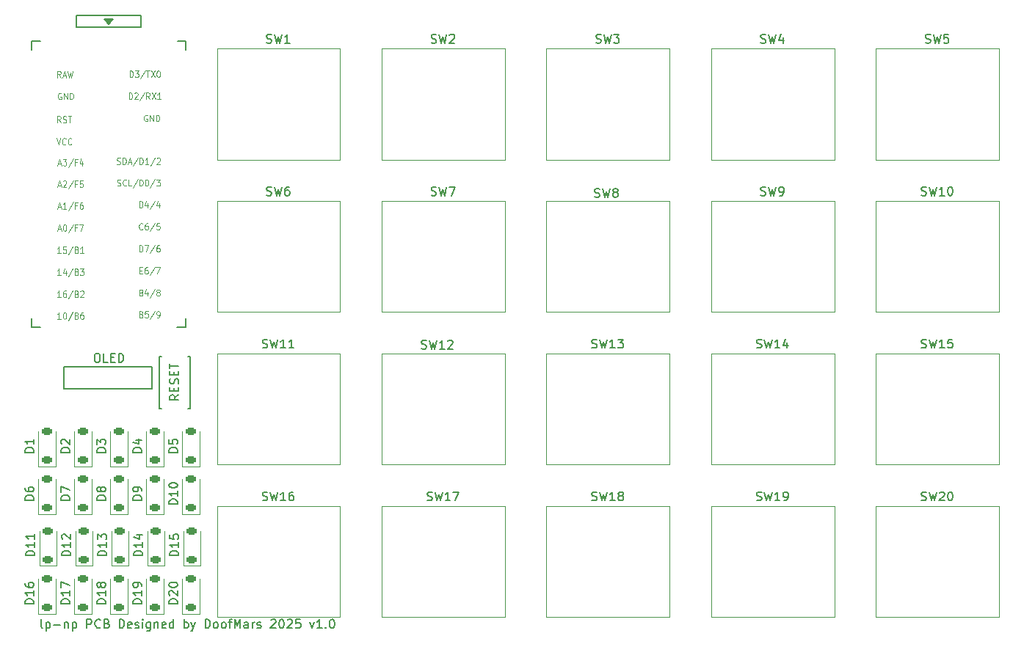
<source format=gbr>
%TF.GenerationSoftware,KiCad,Pcbnew,9.0.5*%
%TF.CreationDate,2025-10-15T11:26:38+02:00*%
%TF.ProjectId,numpad,6e756d70-6164-42e6-9b69-6361645f7063,rev?*%
%TF.SameCoordinates,Original*%
%TF.FileFunction,Legend,Top*%
%TF.FilePolarity,Positive*%
%FSLAX46Y46*%
G04 Gerber Fmt 4.6, Leading zero omitted, Abs format (unit mm)*
G04 Created by KiCad (PCBNEW 9.0.5) date 2025-10-15 11:26:38*
%MOMM*%
%LPD*%
G01*
G04 APERTURE LIST*
G04 Aperture macros list*
%AMRoundRect*
0 Rectangle with rounded corners*
0 $1 Rounding radius*
0 $2 $3 $4 $5 $6 $7 $8 $9 X,Y pos of 4 corners*
0 Add a 4 corners polygon primitive as box body*
4,1,4,$2,$3,$4,$5,$6,$7,$8,$9,$2,$3,0*
0 Add four circle primitives for the rounded corners*
1,1,$1+$1,$2,$3*
1,1,$1+$1,$4,$5*
1,1,$1+$1,$6,$7*
1,1,$1+$1,$8,$9*
0 Add four rect primitives between the rounded corners*
20,1,$1+$1,$2,$3,$4,$5,0*
20,1,$1+$1,$4,$5,$6,$7,0*
20,1,$1+$1,$6,$7,$8,$9,0*
20,1,$1+$1,$8,$9,$2,$3,0*%
G04 Aperture macros list end*
%ADD10C,0.150000*%
%ADD11C,0.125000*%
%ADD12C,0.120000*%
%ADD13C,0.100000*%
%ADD14O,1.778000X1.397000*%
%ADD15C,1.524000*%
%ADD16O,1.397000X1.778000*%
%ADD17RoundRect,0.225000X0.375000X-0.225000X0.375000X0.225000X-0.375000X0.225000X-0.375000X-0.225000X0*%
%ADD18C,1.050000*%
%ADD19C,1.200000*%
%ADD20R,0.700000X3.400000*%
%ADD21R,1.600000X3.800000*%
%ADD22R,1.600000X3.000000*%
%ADD23R,1.600000X1.800000*%
%ADD24R,1.600000X2.600000*%
G04 APERTURE END LIST*
D10*
X30979636Y-97369819D02*
X30884398Y-97322200D01*
X30884398Y-97322200D02*
X30836779Y-97226961D01*
X30836779Y-97226961D02*
X30836779Y-96369819D01*
X31360589Y-96703152D02*
X31360589Y-97703152D01*
X31360589Y-96750771D02*
X31455827Y-96703152D01*
X31455827Y-96703152D02*
X31646303Y-96703152D01*
X31646303Y-96703152D02*
X31741541Y-96750771D01*
X31741541Y-96750771D02*
X31789160Y-96798390D01*
X31789160Y-96798390D02*
X31836779Y-96893628D01*
X31836779Y-96893628D02*
X31836779Y-97179342D01*
X31836779Y-97179342D02*
X31789160Y-97274580D01*
X31789160Y-97274580D02*
X31741541Y-97322200D01*
X31741541Y-97322200D02*
X31646303Y-97369819D01*
X31646303Y-97369819D02*
X31455827Y-97369819D01*
X31455827Y-97369819D02*
X31360589Y-97322200D01*
X32265351Y-96988866D02*
X33027256Y-96988866D01*
X33503446Y-96703152D02*
X33503446Y-97369819D01*
X33503446Y-96798390D02*
X33551065Y-96750771D01*
X33551065Y-96750771D02*
X33646303Y-96703152D01*
X33646303Y-96703152D02*
X33789160Y-96703152D01*
X33789160Y-96703152D02*
X33884398Y-96750771D01*
X33884398Y-96750771D02*
X33932017Y-96846009D01*
X33932017Y-96846009D02*
X33932017Y-97369819D01*
X34408208Y-96703152D02*
X34408208Y-97703152D01*
X34408208Y-96750771D02*
X34503446Y-96703152D01*
X34503446Y-96703152D02*
X34693922Y-96703152D01*
X34693922Y-96703152D02*
X34789160Y-96750771D01*
X34789160Y-96750771D02*
X34836779Y-96798390D01*
X34836779Y-96798390D02*
X34884398Y-96893628D01*
X34884398Y-96893628D02*
X34884398Y-97179342D01*
X34884398Y-97179342D02*
X34836779Y-97274580D01*
X34836779Y-97274580D02*
X34789160Y-97322200D01*
X34789160Y-97322200D02*
X34693922Y-97369819D01*
X34693922Y-97369819D02*
X34503446Y-97369819D01*
X34503446Y-97369819D02*
X34408208Y-97322200D01*
X36074875Y-97369819D02*
X36074875Y-96369819D01*
X36074875Y-96369819D02*
X36455827Y-96369819D01*
X36455827Y-96369819D02*
X36551065Y-96417438D01*
X36551065Y-96417438D02*
X36598684Y-96465057D01*
X36598684Y-96465057D02*
X36646303Y-96560295D01*
X36646303Y-96560295D02*
X36646303Y-96703152D01*
X36646303Y-96703152D02*
X36598684Y-96798390D01*
X36598684Y-96798390D02*
X36551065Y-96846009D01*
X36551065Y-96846009D02*
X36455827Y-96893628D01*
X36455827Y-96893628D02*
X36074875Y-96893628D01*
X37646303Y-97274580D02*
X37598684Y-97322200D01*
X37598684Y-97322200D02*
X37455827Y-97369819D01*
X37455827Y-97369819D02*
X37360589Y-97369819D01*
X37360589Y-97369819D02*
X37217732Y-97322200D01*
X37217732Y-97322200D02*
X37122494Y-97226961D01*
X37122494Y-97226961D02*
X37074875Y-97131723D01*
X37074875Y-97131723D02*
X37027256Y-96941247D01*
X37027256Y-96941247D02*
X37027256Y-96798390D01*
X37027256Y-96798390D02*
X37074875Y-96607914D01*
X37074875Y-96607914D02*
X37122494Y-96512676D01*
X37122494Y-96512676D02*
X37217732Y-96417438D01*
X37217732Y-96417438D02*
X37360589Y-96369819D01*
X37360589Y-96369819D02*
X37455827Y-96369819D01*
X37455827Y-96369819D02*
X37598684Y-96417438D01*
X37598684Y-96417438D02*
X37646303Y-96465057D01*
X38408208Y-96846009D02*
X38551065Y-96893628D01*
X38551065Y-96893628D02*
X38598684Y-96941247D01*
X38598684Y-96941247D02*
X38646303Y-97036485D01*
X38646303Y-97036485D02*
X38646303Y-97179342D01*
X38646303Y-97179342D02*
X38598684Y-97274580D01*
X38598684Y-97274580D02*
X38551065Y-97322200D01*
X38551065Y-97322200D02*
X38455827Y-97369819D01*
X38455827Y-97369819D02*
X38074875Y-97369819D01*
X38074875Y-97369819D02*
X38074875Y-96369819D01*
X38074875Y-96369819D02*
X38408208Y-96369819D01*
X38408208Y-96369819D02*
X38503446Y-96417438D01*
X38503446Y-96417438D02*
X38551065Y-96465057D01*
X38551065Y-96465057D02*
X38598684Y-96560295D01*
X38598684Y-96560295D02*
X38598684Y-96655533D01*
X38598684Y-96655533D02*
X38551065Y-96750771D01*
X38551065Y-96750771D02*
X38503446Y-96798390D01*
X38503446Y-96798390D02*
X38408208Y-96846009D01*
X38408208Y-96846009D02*
X38074875Y-96846009D01*
X39836780Y-97369819D02*
X39836780Y-96369819D01*
X39836780Y-96369819D02*
X40074875Y-96369819D01*
X40074875Y-96369819D02*
X40217732Y-96417438D01*
X40217732Y-96417438D02*
X40312970Y-96512676D01*
X40312970Y-96512676D02*
X40360589Y-96607914D01*
X40360589Y-96607914D02*
X40408208Y-96798390D01*
X40408208Y-96798390D02*
X40408208Y-96941247D01*
X40408208Y-96941247D02*
X40360589Y-97131723D01*
X40360589Y-97131723D02*
X40312970Y-97226961D01*
X40312970Y-97226961D02*
X40217732Y-97322200D01*
X40217732Y-97322200D02*
X40074875Y-97369819D01*
X40074875Y-97369819D02*
X39836780Y-97369819D01*
X41217732Y-97322200D02*
X41122494Y-97369819D01*
X41122494Y-97369819D02*
X40932018Y-97369819D01*
X40932018Y-97369819D02*
X40836780Y-97322200D01*
X40836780Y-97322200D02*
X40789161Y-97226961D01*
X40789161Y-97226961D02*
X40789161Y-96846009D01*
X40789161Y-96846009D02*
X40836780Y-96750771D01*
X40836780Y-96750771D02*
X40932018Y-96703152D01*
X40932018Y-96703152D02*
X41122494Y-96703152D01*
X41122494Y-96703152D02*
X41217732Y-96750771D01*
X41217732Y-96750771D02*
X41265351Y-96846009D01*
X41265351Y-96846009D02*
X41265351Y-96941247D01*
X41265351Y-96941247D02*
X40789161Y-97036485D01*
X41646304Y-97322200D02*
X41741542Y-97369819D01*
X41741542Y-97369819D02*
X41932018Y-97369819D01*
X41932018Y-97369819D02*
X42027256Y-97322200D01*
X42027256Y-97322200D02*
X42074875Y-97226961D01*
X42074875Y-97226961D02*
X42074875Y-97179342D01*
X42074875Y-97179342D02*
X42027256Y-97084104D01*
X42027256Y-97084104D02*
X41932018Y-97036485D01*
X41932018Y-97036485D02*
X41789161Y-97036485D01*
X41789161Y-97036485D02*
X41693923Y-96988866D01*
X41693923Y-96988866D02*
X41646304Y-96893628D01*
X41646304Y-96893628D02*
X41646304Y-96846009D01*
X41646304Y-96846009D02*
X41693923Y-96750771D01*
X41693923Y-96750771D02*
X41789161Y-96703152D01*
X41789161Y-96703152D02*
X41932018Y-96703152D01*
X41932018Y-96703152D02*
X42027256Y-96750771D01*
X42503447Y-97369819D02*
X42503447Y-96703152D01*
X42503447Y-96369819D02*
X42455828Y-96417438D01*
X42455828Y-96417438D02*
X42503447Y-96465057D01*
X42503447Y-96465057D02*
X42551066Y-96417438D01*
X42551066Y-96417438D02*
X42503447Y-96369819D01*
X42503447Y-96369819D02*
X42503447Y-96465057D01*
X43408208Y-96703152D02*
X43408208Y-97512676D01*
X43408208Y-97512676D02*
X43360589Y-97607914D01*
X43360589Y-97607914D02*
X43312970Y-97655533D01*
X43312970Y-97655533D02*
X43217732Y-97703152D01*
X43217732Y-97703152D02*
X43074875Y-97703152D01*
X43074875Y-97703152D02*
X42979637Y-97655533D01*
X43408208Y-97322200D02*
X43312970Y-97369819D01*
X43312970Y-97369819D02*
X43122494Y-97369819D01*
X43122494Y-97369819D02*
X43027256Y-97322200D01*
X43027256Y-97322200D02*
X42979637Y-97274580D01*
X42979637Y-97274580D02*
X42932018Y-97179342D01*
X42932018Y-97179342D02*
X42932018Y-96893628D01*
X42932018Y-96893628D02*
X42979637Y-96798390D01*
X42979637Y-96798390D02*
X43027256Y-96750771D01*
X43027256Y-96750771D02*
X43122494Y-96703152D01*
X43122494Y-96703152D02*
X43312970Y-96703152D01*
X43312970Y-96703152D02*
X43408208Y-96750771D01*
X43884399Y-96703152D02*
X43884399Y-97369819D01*
X43884399Y-96798390D02*
X43932018Y-96750771D01*
X43932018Y-96750771D02*
X44027256Y-96703152D01*
X44027256Y-96703152D02*
X44170113Y-96703152D01*
X44170113Y-96703152D02*
X44265351Y-96750771D01*
X44265351Y-96750771D02*
X44312970Y-96846009D01*
X44312970Y-96846009D02*
X44312970Y-97369819D01*
X45170113Y-97322200D02*
X45074875Y-97369819D01*
X45074875Y-97369819D02*
X44884399Y-97369819D01*
X44884399Y-97369819D02*
X44789161Y-97322200D01*
X44789161Y-97322200D02*
X44741542Y-97226961D01*
X44741542Y-97226961D02*
X44741542Y-96846009D01*
X44741542Y-96846009D02*
X44789161Y-96750771D01*
X44789161Y-96750771D02*
X44884399Y-96703152D01*
X44884399Y-96703152D02*
X45074875Y-96703152D01*
X45074875Y-96703152D02*
X45170113Y-96750771D01*
X45170113Y-96750771D02*
X45217732Y-96846009D01*
X45217732Y-96846009D02*
X45217732Y-96941247D01*
X45217732Y-96941247D02*
X44741542Y-97036485D01*
X46074875Y-97369819D02*
X46074875Y-96369819D01*
X46074875Y-97322200D02*
X45979637Y-97369819D01*
X45979637Y-97369819D02*
X45789161Y-97369819D01*
X45789161Y-97369819D02*
X45693923Y-97322200D01*
X45693923Y-97322200D02*
X45646304Y-97274580D01*
X45646304Y-97274580D02*
X45598685Y-97179342D01*
X45598685Y-97179342D02*
X45598685Y-96893628D01*
X45598685Y-96893628D02*
X45646304Y-96798390D01*
X45646304Y-96798390D02*
X45693923Y-96750771D01*
X45693923Y-96750771D02*
X45789161Y-96703152D01*
X45789161Y-96703152D02*
X45979637Y-96703152D01*
X45979637Y-96703152D02*
X46074875Y-96750771D01*
X47312971Y-97369819D02*
X47312971Y-96369819D01*
X47312971Y-96750771D02*
X47408209Y-96703152D01*
X47408209Y-96703152D02*
X47598685Y-96703152D01*
X47598685Y-96703152D02*
X47693923Y-96750771D01*
X47693923Y-96750771D02*
X47741542Y-96798390D01*
X47741542Y-96798390D02*
X47789161Y-96893628D01*
X47789161Y-96893628D02*
X47789161Y-97179342D01*
X47789161Y-97179342D02*
X47741542Y-97274580D01*
X47741542Y-97274580D02*
X47693923Y-97322200D01*
X47693923Y-97322200D02*
X47598685Y-97369819D01*
X47598685Y-97369819D02*
X47408209Y-97369819D01*
X47408209Y-97369819D02*
X47312971Y-97322200D01*
X48122495Y-96703152D02*
X48360590Y-97369819D01*
X48598685Y-96703152D02*
X48360590Y-97369819D01*
X48360590Y-97369819D02*
X48265352Y-97607914D01*
X48265352Y-97607914D02*
X48217733Y-97655533D01*
X48217733Y-97655533D02*
X48122495Y-97703152D01*
X49741543Y-97369819D02*
X49741543Y-96369819D01*
X49741543Y-96369819D02*
X49979638Y-96369819D01*
X49979638Y-96369819D02*
X50122495Y-96417438D01*
X50122495Y-96417438D02*
X50217733Y-96512676D01*
X50217733Y-96512676D02*
X50265352Y-96607914D01*
X50265352Y-96607914D02*
X50312971Y-96798390D01*
X50312971Y-96798390D02*
X50312971Y-96941247D01*
X50312971Y-96941247D02*
X50265352Y-97131723D01*
X50265352Y-97131723D02*
X50217733Y-97226961D01*
X50217733Y-97226961D02*
X50122495Y-97322200D01*
X50122495Y-97322200D02*
X49979638Y-97369819D01*
X49979638Y-97369819D02*
X49741543Y-97369819D01*
X50884400Y-97369819D02*
X50789162Y-97322200D01*
X50789162Y-97322200D02*
X50741543Y-97274580D01*
X50741543Y-97274580D02*
X50693924Y-97179342D01*
X50693924Y-97179342D02*
X50693924Y-96893628D01*
X50693924Y-96893628D02*
X50741543Y-96798390D01*
X50741543Y-96798390D02*
X50789162Y-96750771D01*
X50789162Y-96750771D02*
X50884400Y-96703152D01*
X50884400Y-96703152D02*
X51027257Y-96703152D01*
X51027257Y-96703152D02*
X51122495Y-96750771D01*
X51122495Y-96750771D02*
X51170114Y-96798390D01*
X51170114Y-96798390D02*
X51217733Y-96893628D01*
X51217733Y-96893628D02*
X51217733Y-97179342D01*
X51217733Y-97179342D02*
X51170114Y-97274580D01*
X51170114Y-97274580D02*
X51122495Y-97322200D01*
X51122495Y-97322200D02*
X51027257Y-97369819D01*
X51027257Y-97369819D02*
X50884400Y-97369819D01*
X51789162Y-97369819D02*
X51693924Y-97322200D01*
X51693924Y-97322200D02*
X51646305Y-97274580D01*
X51646305Y-97274580D02*
X51598686Y-97179342D01*
X51598686Y-97179342D02*
X51598686Y-96893628D01*
X51598686Y-96893628D02*
X51646305Y-96798390D01*
X51646305Y-96798390D02*
X51693924Y-96750771D01*
X51693924Y-96750771D02*
X51789162Y-96703152D01*
X51789162Y-96703152D02*
X51932019Y-96703152D01*
X51932019Y-96703152D02*
X52027257Y-96750771D01*
X52027257Y-96750771D02*
X52074876Y-96798390D01*
X52074876Y-96798390D02*
X52122495Y-96893628D01*
X52122495Y-96893628D02*
X52122495Y-97179342D01*
X52122495Y-97179342D02*
X52074876Y-97274580D01*
X52074876Y-97274580D02*
X52027257Y-97322200D01*
X52027257Y-97322200D02*
X51932019Y-97369819D01*
X51932019Y-97369819D02*
X51789162Y-97369819D01*
X52408210Y-96703152D02*
X52789162Y-96703152D01*
X52551067Y-97369819D02*
X52551067Y-96512676D01*
X52551067Y-96512676D02*
X52598686Y-96417438D01*
X52598686Y-96417438D02*
X52693924Y-96369819D01*
X52693924Y-96369819D02*
X52789162Y-96369819D01*
X53122496Y-97369819D02*
X53122496Y-96369819D01*
X53122496Y-96369819D02*
X53455829Y-97084104D01*
X53455829Y-97084104D02*
X53789162Y-96369819D01*
X53789162Y-96369819D02*
X53789162Y-97369819D01*
X54693924Y-97369819D02*
X54693924Y-96846009D01*
X54693924Y-96846009D02*
X54646305Y-96750771D01*
X54646305Y-96750771D02*
X54551067Y-96703152D01*
X54551067Y-96703152D02*
X54360591Y-96703152D01*
X54360591Y-96703152D02*
X54265353Y-96750771D01*
X54693924Y-97322200D02*
X54598686Y-97369819D01*
X54598686Y-97369819D02*
X54360591Y-97369819D01*
X54360591Y-97369819D02*
X54265353Y-97322200D01*
X54265353Y-97322200D02*
X54217734Y-97226961D01*
X54217734Y-97226961D02*
X54217734Y-97131723D01*
X54217734Y-97131723D02*
X54265353Y-97036485D01*
X54265353Y-97036485D02*
X54360591Y-96988866D01*
X54360591Y-96988866D02*
X54598686Y-96988866D01*
X54598686Y-96988866D02*
X54693924Y-96941247D01*
X55170115Y-97369819D02*
X55170115Y-96703152D01*
X55170115Y-96893628D02*
X55217734Y-96798390D01*
X55217734Y-96798390D02*
X55265353Y-96750771D01*
X55265353Y-96750771D02*
X55360591Y-96703152D01*
X55360591Y-96703152D02*
X55455829Y-96703152D01*
X55741544Y-97322200D02*
X55836782Y-97369819D01*
X55836782Y-97369819D02*
X56027258Y-97369819D01*
X56027258Y-97369819D02*
X56122496Y-97322200D01*
X56122496Y-97322200D02*
X56170115Y-97226961D01*
X56170115Y-97226961D02*
X56170115Y-97179342D01*
X56170115Y-97179342D02*
X56122496Y-97084104D01*
X56122496Y-97084104D02*
X56027258Y-97036485D01*
X56027258Y-97036485D02*
X55884401Y-97036485D01*
X55884401Y-97036485D02*
X55789163Y-96988866D01*
X55789163Y-96988866D02*
X55741544Y-96893628D01*
X55741544Y-96893628D02*
X55741544Y-96846009D01*
X55741544Y-96846009D02*
X55789163Y-96750771D01*
X55789163Y-96750771D02*
X55884401Y-96703152D01*
X55884401Y-96703152D02*
X56027258Y-96703152D01*
X56027258Y-96703152D02*
X56122496Y-96750771D01*
X57312973Y-96465057D02*
X57360592Y-96417438D01*
X57360592Y-96417438D02*
X57455830Y-96369819D01*
X57455830Y-96369819D02*
X57693925Y-96369819D01*
X57693925Y-96369819D02*
X57789163Y-96417438D01*
X57789163Y-96417438D02*
X57836782Y-96465057D01*
X57836782Y-96465057D02*
X57884401Y-96560295D01*
X57884401Y-96560295D02*
X57884401Y-96655533D01*
X57884401Y-96655533D02*
X57836782Y-96798390D01*
X57836782Y-96798390D02*
X57265354Y-97369819D01*
X57265354Y-97369819D02*
X57884401Y-97369819D01*
X58503449Y-96369819D02*
X58598687Y-96369819D01*
X58598687Y-96369819D02*
X58693925Y-96417438D01*
X58693925Y-96417438D02*
X58741544Y-96465057D01*
X58741544Y-96465057D02*
X58789163Y-96560295D01*
X58789163Y-96560295D02*
X58836782Y-96750771D01*
X58836782Y-96750771D02*
X58836782Y-96988866D01*
X58836782Y-96988866D02*
X58789163Y-97179342D01*
X58789163Y-97179342D02*
X58741544Y-97274580D01*
X58741544Y-97274580D02*
X58693925Y-97322200D01*
X58693925Y-97322200D02*
X58598687Y-97369819D01*
X58598687Y-97369819D02*
X58503449Y-97369819D01*
X58503449Y-97369819D02*
X58408211Y-97322200D01*
X58408211Y-97322200D02*
X58360592Y-97274580D01*
X58360592Y-97274580D02*
X58312973Y-97179342D01*
X58312973Y-97179342D02*
X58265354Y-96988866D01*
X58265354Y-96988866D02*
X58265354Y-96750771D01*
X58265354Y-96750771D02*
X58312973Y-96560295D01*
X58312973Y-96560295D02*
X58360592Y-96465057D01*
X58360592Y-96465057D02*
X58408211Y-96417438D01*
X58408211Y-96417438D02*
X58503449Y-96369819D01*
X59217735Y-96465057D02*
X59265354Y-96417438D01*
X59265354Y-96417438D02*
X59360592Y-96369819D01*
X59360592Y-96369819D02*
X59598687Y-96369819D01*
X59598687Y-96369819D02*
X59693925Y-96417438D01*
X59693925Y-96417438D02*
X59741544Y-96465057D01*
X59741544Y-96465057D02*
X59789163Y-96560295D01*
X59789163Y-96560295D02*
X59789163Y-96655533D01*
X59789163Y-96655533D02*
X59741544Y-96798390D01*
X59741544Y-96798390D02*
X59170116Y-97369819D01*
X59170116Y-97369819D02*
X59789163Y-97369819D01*
X60693925Y-96369819D02*
X60217735Y-96369819D01*
X60217735Y-96369819D02*
X60170116Y-96846009D01*
X60170116Y-96846009D02*
X60217735Y-96798390D01*
X60217735Y-96798390D02*
X60312973Y-96750771D01*
X60312973Y-96750771D02*
X60551068Y-96750771D01*
X60551068Y-96750771D02*
X60646306Y-96798390D01*
X60646306Y-96798390D02*
X60693925Y-96846009D01*
X60693925Y-96846009D02*
X60741544Y-96941247D01*
X60741544Y-96941247D02*
X60741544Y-97179342D01*
X60741544Y-97179342D02*
X60693925Y-97274580D01*
X60693925Y-97274580D02*
X60646306Y-97322200D01*
X60646306Y-97322200D02*
X60551068Y-97369819D01*
X60551068Y-97369819D02*
X60312973Y-97369819D01*
X60312973Y-97369819D02*
X60217735Y-97322200D01*
X60217735Y-97322200D02*
X60170116Y-97274580D01*
X61836783Y-96703152D02*
X62074878Y-97369819D01*
X62074878Y-97369819D02*
X62312973Y-96703152D01*
X63217735Y-97369819D02*
X62646307Y-97369819D01*
X62932021Y-97369819D02*
X62932021Y-96369819D01*
X62932021Y-96369819D02*
X62836783Y-96512676D01*
X62836783Y-96512676D02*
X62741545Y-96607914D01*
X62741545Y-96607914D02*
X62646307Y-96655533D01*
X63646307Y-97274580D02*
X63693926Y-97322200D01*
X63693926Y-97322200D02*
X63646307Y-97369819D01*
X63646307Y-97369819D02*
X63598688Y-97322200D01*
X63598688Y-97322200D02*
X63646307Y-97274580D01*
X63646307Y-97274580D02*
X63646307Y-97369819D01*
X64312973Y-96369819D02*
X64408211Y-96369819D01*
X64408211Y-96369819D02*
X64503449Y-96417438D01*
X64503449Y-96417438D02*
X64551068Y-96465057D01*
X64551068Y-96465057D02*
X64598687Y-96560295D01*
X64598687Y-96560295D02*
X64646306Y-96750771D01*
X64646306Y-96750771D02*
X64646306Y-96988866D01*
X64646306Y-96988866D02*
X64598687Y-97179342D01*
X64598687Y-97179342D02*
X64551068Y-97274580D01*
X64551068Y-97274580D02*
X64503449Y-97322200D01*
X64503449Y-97322200D02*
X64408211Y-97369819D01*
X64408211Y-97369819D02*
X64312973Y-97369819D01*
X64312973Y-97369819D02*
X64217735Y-97322200D01*
X64217735Y-97322200D02*
X64170116Y-97274580D01*
X64170116Y-97274580D02*
X64122497Y-97179342D01*
X64122497Y-97179342D02*
X64074878Y-96988866D01*
X64074878Y-96988866D02*
X64074878Y-96750771D01*
X64074878Y-96750771D02*
X64122497Y-96560295D01*
X64122497Y-96560295D02*
X64170116Y-96465057D01*
X64170116Y-96465057D02*
X64217735Y-96417438D01*
X64217735Y-96417438D02*
X64312973Y-96369819D01*
X42404819Y-82588094D02*
X41404819Y-82588094D01*
X41404819Y-82588094D02*
X41404819Y-82349999D01*
X41404819Y-82349999D02*
X41452438Y-82207142D01*
X41452438Y-82207142D02*
X41547676Y-82111904D01*
X41547676Y-82111904D02*
X41642914Y-82064285D01*
X41642914Y-82064285D02*
X41833390Y-82016666D01*
X41833390Y-82016666D02*
X41976247Y-82016666D01*
X41976247Y-82016666D02*
X42166723Y-82064285D01*
X42166723Y-82064285D02*
X42261961Y-82111904D01*
X42261961Y-82111904D02*
X42357200Y-82207142D01*
X42357200Y-82207142D02*
X42404819Y-82349999D01*
X42404819Y-82349999D02*
X42404819Y-82588094D01*
X42404819Y-81540475D02*
X42404819Y-81349999D01*
X42404819Y-81349999D02*
X42357200Y-81254761D01*
X42357200Y-81254761D02*
X42309580Y-81207142D01*
X42309580Y-81207142D02*
X42166723Y-81111904D01*
X42166723Y-81111904D02*
X41976247Y-81064285D01*
X41976247Y-81064285D02*
X41595295Y-81064285D01*
X41595295Y-81064285D02*
X41500057Y-81111904D01*
X41500057Y-81111904D02*
X41452438Y-81159523D01*
X41452438Y-81159523D02*
X41404819Y-81254761D01*
X41404819Y-81254761D02*
X41404819Y-81445237D01*
X41404819Y-81445237D02*
X41452438Y-81540475D01*
X41452438Y-81540475D02*
X41500057Y-81588094D01*
X41500057Y-81588094D02*
X41595295Y-81635713D01*
X41595295Y-81635713D02*
X41833390Y-81635713D01*
X41833390Y-81635713D02*
X41928628Y-81588094D01*
X41928628Y-81588094D02*
X41976247Y-81540475D01*
X41976247Y-81540475D02*
X42023866Y-81445237D01*
X42023866Y-81445237D02*
X42023866Y-81254761D01*
X42023866Y-81254761D02*
X41976247Y-81159523D01*
X41976247Y-81159523D02*
X41928628Y-81111904D01*
X41928628Y-81111904D02*
X41833390Y-81064285D01*
X38254819Y-82588094D02*
X37254819Y-82588094D01*
X37254819Y-82588094D02*
X37254819Y-82349999D01*
X37254819Y-82349999D02*
X37302438Y-82207142D01*
X37302438Y-82207142D02*
X37397676Y-82111904D01*
X37397676Y-82111904D02*
X37492914Y-82064285D01*
X37492914Y-82064285D02*
X37683390Y-82016666D01*
X37683390Y-82016666D02*
X37826247Y-82016666D01*
X37826247Y-82016666D02*
X38016723Y-82064285D01*
X38016723Y-82064285D02*
X38111961Y-82111904D01*
X38111961Y-82111904D02*
X38207200Y-82207142D01*
X38207200Y-82207142D02*
X38254819Y-82349999D01*
X38254819Y-82349999D02*
X38254819Y-82588094D01*
X37683390Y-81445237D02*
X37635771Y-81540475D01*
X37635771Y-81540475D02*
X37588152Y-81588094D01*
X37588152Y-81588094D02*
X37492914Y-81635713D01*
X37492914Y-81635713D02*
X37445295Y-81635713D01*
X37445295Y-81635713D02*
X37350057Y-81588094D01*
X37350057Y-81588094D02*
X37302438Y-81540475D01*
X37302438Y-81540475D02*
X37254819Y-81445237D01*
X37254819Y-81445237D02*
X37254819Y-81254761D01*
X37254819Y-81254761D02*
X37302438Y-81159523D01*
X37302438Y-81159523D02*
X37350057Y-81111904D01*
X37350057Y-81111904D02*
X37445295Y-81064285D01*
X37445295Y-81064285D02*
X37492914Y-81064285D01*
X37492914Y-81064285D02*
X37588152Y-81111904D01*
X37588152Y-81111904D02*
X37635771Y-81159523D01*
X37635771Y-81159523D02*
X37683390Y-81254761D01*
X37683390Y-81254761D02*
X37683390Y-81445237D01*
X37683390Y-81445237D02*
X37731009Y-81540475D01*
X37731009Y-81540475D02*
X37778628Y-81588094D01*
X37778628Y-81588094D02*
X37873866Y-81635713D01*
X37873866Y-81635713D02*
X38064342Y-81635713D01*
X38064342Y-81635713D02*
X38159580Y-81588094D01*
X38159580Y-81588094D02*
X38207200Y-81540475D01*
X38207200Y-81540475D02*
X38254819Y-81445237D01*
X38254819Y-81445237D02*
X38254819Y-81254761D01*
X38254819Y-81254761D02*
X38207200Y-81159523D01*
X38207200Y-81159523D02*
X38159580Y-81111904D01*
X38159580Y-81111904D02*
X38064342Y-81064285D01*
X38064342Y-81064285D02*
X37873866Y-81064285D01*
X37873866Y-81064285D02*
X37778628Y-81111904D01*
X37778628Y-81111904D02*
X37731009Y-81159523D01*
X37731009Y-81159523D02*
X37683390Y-81254761D01*
X75340476Y-82607200D02*
X75483333Y-82654819D01*
X75483333Y-82654819D02*
X75721428Y-82654819D01*
X75721428Y-82654819D02*
X75816666Y-82607200D01*
X75816666Y-82607200D02*
X75864285Y-82559580D01*
X75864285Y-82559580D02*
X75911904Y-82464342D01*
X75911904Y-82464342D02*
X75911904Y-82369104D01*
X75911904Y-82369104D02*
X75864285Y-82273866D01*
X75864285Y-82273866D02*
X75816666Y-82226247D01*
X75816666Y-82226247D02*
X75721428Y-82178628D01*
X75721428Y-82178628D02*
X75530952Y-82131009D01*
X75530952Y-82131009D02*
X75435714Y-82083390D01*
X75435714Y-82083390D02*
X75388095Y-82035771D01*
X75388095Y-82035771D02*
X75340476Y-81940533D01*
X75340476Y-81940533D02*
X75340476Y-81845295D01*
X75340476Y-81845295D02*
X75388095Y-81750057D01*
X75388095Y-81750057D02*
X75435714Y-81702438D01*
X75435714Y-81702438D02*
X75530952Y-81654819D01*
X75530952Y-81654819D02*
X75769047Y-81654819D01*
X75769047Y-81654819D02*
X75911904Y-81702438D01*
X76245238Y-81654819D02*
X76483333Y-82654819D01*
X76483333Y-82654819D02*
X76673809Y-81940533D01*
X76673809Y-81940533D02*
X76864285Y-82654819D01*
X76864285Y-82654819D02*
X77102381Y-81654819D01*
X78007142Y-82654819D02*
X77435714Y-82654819D01*
X77721428Y-82654819D02*
X77721428Y-81654819D01*
X77721428Y-81654819D02*
X77626190Y-81797676D01*
X77626190Y-81797676D02*
X77530952Y-81892914D01*
X77530952Y-81892914D02*
X77435714Y-81940533D01*
X78340476Y-81654819D02*
X79007142Y-81654819D01*
X79007142Y-81654819D02*
X78578571Y-82654819D01*
X42504819Y-89004285D02*
X41504819Y-89004285D01*
X41504819Y-89004285D02*
X41504819Y-88766190D01*
X41504819Y-88766190D02*
X41552438Y-88623333D01*
X41552438Y-88623333D02*
X41647676Y-88528095D01*
X41647676Y-88528095D02*
X41742914Y-88480476D01*
X41742914Y-88480476D02*
X41933390Y-88432857D01*
X41933390Y-88432857D02*
X42076247Y-88432857D01*
X42076247Y-88432857D02*
X42266723Y-88480476D01*
X42266723Y-88480476D02*
X42361961Y-88528095D01*
X42361961Y-88528095D02*
X42457200Y-88623333D01*
X42457200Y-88623333D02*
X42504819Y-88766190D01*
X42504819Y-88766190D02*
X42504819Y-89004285D01*
X42504819Y-87480476D02*
X42504819Y-88051904D01*
X42504819Y-87766190D02*
X41504819Y-87766190D01*
X41504819Y-87766190D02*
X41647676Y-87861428D01*
X41647676Y-87861428D02*
X41742914Y-87956666D01*
X41742914Y-87956666D02*
X41790533Y-88051904D01*
X41838152Y-86623333D02*
X42504819Y-86623333D01*
X41457200Y-86861428D02*
X42171485Y-87099523D01*
X42171485Y-87099523D02*
X42171485Y-86480476D01*
X132340476Y-65007200D02*
X132483333Y-65054819D01*
X132483333Y-65054819D02*
X132721428Y-65054819D01*
X132721428Y-65054819D02*
X132816666Y-65007200D01*
X132816666Y-65007200D02*
X132864285Y-64959580D01*
X132864285Y-64959580D02*
X132911904Y-64864342D01*
X132911904Y-64864342D02*
X132911904Y-64769104D01*
X132911904Y-64769104D02*
X132864285Y-64673866D01*
X132864285Y-64673866D02*
X132816666Y-64626247D01*
X132816666Y-64626247D02*
X132721428Y-64578628D01*
X132721428Y-64578628D02*
X132530952Y-64531009D01*
X132530952Y-64531009D02*
X132435714Y-64483390D01*
X132435714Y-64483390D02*
X132388095Y-64435771D01*
X132388095Y-64435771D02*
X132340476Y-64340533D01*
X132340476Y-64340533D02*
X132340476Y-64245295D01*
X132340476Y-64245295D02*
X132388095Y-64150057D01*
X132388095Y-64150057D02*
X132435714Y-64102438D01*
X132435714Y-64102438D02*
X132530952Y-64054819D01*
X132530952Y-64054819D02*
X132769047Y-64054819D01*
X132769047Y-64054819D02*
X132911904Y-64102438D01*
X133245238Y-64054819D02*
X133483333Y-65054819D01*
X133483333Y-65054819D02*
X133673809Y-64340533D01*
X133673809Y-64340533D02*
X133864285Y-65054819D01*
X133864285Y-65054819D02*
X134102381Y-64054819D01*
X135007142Y-65054819D02*
X134435714Y-65054819D01*
X134721428Y-65054819D02*
X134721428Y-64054819D01*
X134721428Y-64054819D02*
X134626190Y-64197676D01*
X134626190Y-64197676D02*
X134530952Y-64292914D01*
X134530952Y-64292914D02*
X134435714Y-64340533D01*
X135911904Y-64054819D02*
X135435714Y-64054819D01*
X135435714Y-64054819D02*
X135388095Y-64531009D01*
X135388095Y-64531009D02*
X135435714Y-64483390D01*
X135435714Y-64483390D02*
X135530952Y-64435771D01*
X135530952Y-64435771D02*
X135769047Y-64435771D01*
X135769047Y-64435771D02*
X135864285Y-64483390D01*
X135864285Y-64483390D02*
X135911904Y-64531009D01*
X135911904Y-64531009D02*
X135959523Y-64626247D01*
X135959523Y-64626247D02*
X135959523Y-64864342D01*
X135959523Y-64864342D02*
X135911904Y-64959580D01*
X135911904Y-64959580D02*
X135864285Y-65007200D01*
X135864285Y-65007200D02*
X135769047Y-65054819D01*
X135769047Y-65054819D02*
X135530952Y-65054819D01*
X135530952Y-65054819D02*
X135435714Y-65007200D01*
X135435714Y-65007200D02*
X135388095Y-64959580D01*
X113340476Y-65007200D02*
X113483333Y-65054819D01*
X113483333Y-65054819D02*
X113721428Y-65054819D01*
X113721428Y-65054819D02*
X113816666Y-65007200D01*
X113816666Y-65007200D02*
X113864285Y-64959580D01*
X113864285Y-64959580D02*
X113911904Y-64864342D01*
X113911904Y-64864342D02*
X113911904Y-64769104D01*
X113911904Y-64769104D02*
X113864285Y-64673866D01*
X113864285Y-64673866D02*
X113816666Y-64626247D01*
X113816666Y-64626247D02*
X113721428Y-64578628D01*
X113721428Y-64578628D02*
X113530952Y-64531009D01*
X113530952Y-64531009D02*
X113435714Y-64483390D01*
X113435714Y-64483390D02*
X113388095Y-64435771D01*
X113388095Y-64435771D02*
X113340476Y-64340533D01*
X113340476Y-64340533D02*
X113340476Y-64245295D01*
X113340476Y-64245295D02*
X113388095Y-64150057D01*
X113388095Y-64150057D02*
X113435714Y-64102438D01*
X113435714Y-64102438D02*
X113530952Y-64054819D01*
X113530952Y-64054819D02*
X113769047Y-64054819D01*
X113769047Y-64054819D02*
X113911904Y-64102438D01*
X114245238Y-64054819D02*
X114483333Y-65054819D01*
X114483333Y-65054819D02*
X114673809Y-64340533D01*
X114673809Y-64340533D02*
X114864285Y-65054819D01*
X114864285Y-65054819D02*
X115102381Y-64054819D01*
X116007142Y-65054819D02*
X115435714Y-65054819D01*
X115721428Y-65054819D02*
X115721428Y-64054819D01*
X115721428Y-64054819D02*
X115626190Y-64197676D01*
X115626190Y-64197676D02*
X115530952Y-64292914D01*
X115530952Y-64292914D02*
X115435714Y-64340533D01*
X116864285Y-64388152D02*
X116864285Y-65054819D01*
X116626190Y-64007200D02*
X116388095Y-64721485D01*
X116388095Y-64721485D02*
X117007142Y-64721485D01*
X75816667Y-29807200D02*
X75959524Y-29854819D01*
X75959524Y-29854819D02*
X76197619Y-29854819D01*
X76197619Y-29854819D02*
X76292857Y-29807200D01*
X76292857Y-29807200D02*
X76340476Y-29759580D01*
X76340476Y-29759580D02*
X76388095Y-29664342D01*
X76388095Y-29664342D02*
X76388095Y-29569104D01*
X76388095Y-29569104D02*
X76340476Y-29473866D01*
X76340476Y-29473866D02*
X76292857Y-29426247D01*
X76292857Y-29426247D02*
X76197619Y-29378628D01*
X76197619Y-29378628D02*
X76007143Y-29331009D01*
X76007143Y-29331009D02*
X75911905Y-29283390D01*
X75911905Y-29283390D02*
X75864286Y-29235771D01*
X75864286Y-29235771D02*
X75816667Y-29140533D01*
X75816667Y-29140533D02*
X75816667Y-29045295D01*
X75816667Y-29045295D02*
X75864286Y-28950057D01*
X75864286Y-28950057D02*
X75911905Y-28902438D01*
X75911905Y-28902438D02*
X76007143Y-28854819D01*
X76007143Y-28854819D02*
X76245238Y-28854819D01*
X76245238Y-28854819D02*
X76388095Y-28902438D01*
X76721429Y-28854819D02*
X76959524Y-29854819D01*
X76959524Y-29854819D02*
X77150000Y-29140533D01*
X77150000Y-29140533D02*
X77340476Y-29854819D01*
X77340476Y-29854819D02*
X77578572Y-28854819D01*
X77911905Y-28950057D02*
X77959524Y-28902438D01*
X77959524Y-28902438D02*
X78054762Y-28854819D01*
X78054762Y-28854819D02*
X78292857Y-28854819D01*
X78292857Y-28854819D02*
X78388095Y-28902438D01*
X78388095Y-28902438D02*
X78435714Y-28950057D01*
X78435714Y-28950057D02*
X78483333Y-29045295D01*
X78483333Y-29045295D02*
X78483333Y-29140533D01*
X78483333Y-29140533D02*
X78435714Y-29283390D01*
X78435714Y-29283390D02*
X77864286Y-29854819D01*
X77864286Y-29854819D02*
X78483333Y-29854819D01*
X38354819Y-89004285D02*
X37354819Y-89004285D01*
X37354819Y-89004285D02*
X37354819Y-88766190D01*
X37354819Y-88766190D02*
X37402438Y-88623333D01*
X37402438Y-88623333D02*
X37497676Y-88528095D01*
X37497676Y-88528095D02*
X37592914Y-88480476D01*
X37592914Y-88480476D02*
X37783390Y-88432857D01*
X37783390Y-88432857D02*
X37926247Y-88432857D01*
X37926247Y-88432857D02*
X38116723Y-88480476D01*
X38116723Y-88480476D02*
X38211961Y-88528095D01*
X38211961Y-88528095D02*
X38307200Y-88623333D01*
X38307200Y-88623333D02*
X38354819Y-88766190D01*
X38354819Y-88766190D02*
X38354819Y-89004285D01*
X38354819Y-87480476D02*
X38354819Y-88051904D01*
X38354819Y-87766190D02*
X37354819Y-87766190D01*
X37354819Y-87766190D02*
X37497676Y-87861428D01*
X37497676Y-87861428D02*
X37592914Y-87956666D01*
X37592914Y-87956666D02*
X37640533Y-88051904D01*
X37354819Y-87147142D02*
X37354819Y-86528095D01*
X37354819Y-86528095D02*
X37735771Y-86861428D01*
X37735771Y-86861428D02*
X37735771Y-86718571D01*
X37735771Y-86718571D02*
X37783390Y-86623333D01*
X37783390Y-86623333D02*
X37831009Y-86575714D01*
X37831009Y-86575714D02*
X37926247Y-86528095D01*
X37926247Y-86528095D02*
X38164342Y-86528095D01*
X38164342Y-86528095D02*
X38259580Y-86575714D01*
X38259580Y-86575714D02*
X38307200Y-86623333D01*
X38307200Y-86623333D02*
X38354819Y-86718571D01*
X38354819Y-86718571D02*
X38354819Y-87004285D01*
X38354819Y-87004285D02*
X38307200Y-87099523D01*
X38307200Y-87099523D02*
X38259580Y-87147142D01*
X113816667Y-47407200D02*
X113959524Y-47454819D01*
X113959524Y-47454819D02*
X114197619Y-47454819D01*
X114197619Y-47454819D02*
X114292857Y-47407200D01*
X114292857Y-47407200D02*
X114340476Y-47359580D01*
X114340476Y-47359580D02*
X114388095Y-47264342D01*
X114388095Y-47264342D02*
X114388095Y-47169104D01*
X114388095Y-47169104D02*
X114340476Y-47073866D01*
X114340476Y-47073866D02*
X114292857Y-47026247D01*
X114292857Y-47026247D02*
X114197619Y-46978628D01*
X114197619Y-46978628D02*
X114007143Y-46931009D01*
X114007143Y-46931009D02*
X113911905Y-46883390D01*
X113911905Y-46883390D02*
X113864286Y-46835771D01*
X113864286Y-46835771D02*
X113816667Y-46740533D01*
X113816667Y-46740533D02*
X113816667Y-46645295D01*
X113816667Y-46645295D02*
X113864286Y-46550057D01*
X113864286Y-46550057D02*
X113911905Y-46502438D01*
X113911905Y-46502438D02*
X114007143Y-46454819D01*
X114007143Y-46454819D02*
X114245238Y-46454819D01*
X114245238Y-46454819D02*
X114388095Y-46502438D01*
X114721429Y-46454819D02*
X114959524Y-47454819D01*
X114959524Y-47454819D02*
X115150000Y-46740533D01*
X115150000Y-46740533D02*
X115340476Y-47454819D01*
X115340476Y-47454819D02*
X115578572Y-46454819D01*
X116007143Y-47454819D02*
X116197619Y-47454819D01*
X116197619Y-47454819D02*
X116292857Y-47407200D01*
X116292857Y-47407200D02*
X116340476Y-47359580D01*
X116340476Y-47359580D02*
X116435714Y-47216723D01*
X116435714Y-47216723D02*
X116483333Y-47026247D01*
X116483333Y-47026247D02*
X116483333Y-46645295D01*
X116483333Y-46645295D02*
X116435714Y-46550057D01*
X116435714Y-46550057D02*
X116388095Y-46502438D01*
X116388095Y-46502438D02*
X116292857Y-46454819D01*
X116292857Y-46454819D02*
X116102381Y-46454819D01*
X116102381Y-46454819D02*
X116007143Y-46502438D01*
X116007143Y-46502438D02*
X115959524Y-46550057D01*
X115959524Y-46550057D02*
X115911905Y-46645295D01*
X115911905Y-46645295D02*
X115911905Y-46883390D01*
X115911905Y-46883390D02*
X115959524Y-46978628D01*
X115959524Y-46978628D02*
X116007143Y-47026247D01*
X116007143Y-47026247D02*
X116102381Y-47073866D01*
X116102381Y-47073866D02*
X116292857Y-47073866D01*
X116292857Y-47073866D02*
X116388095Y-47026247D01*
X116388095Y-47026247D02*
X116435714Y-46978628D01*
X116435714Y-46978628D02*
X116483333Y-46883390D01*
X46666819Y-70463381D02*
X46190628Y-70796714D01*
X46666819Y-71034809D02*
X45666819Y-71034809D01*
X45666819Y-71034809D02*
X45666819Y-70653857D01*
X45666819Y-70653857D02*
X45714438Y-70558619D01*
X45714438Y-70558619D02*
X45762057Y-70511000D01*
X45762057Y-70511000D02*
X45857295Y-70463381D01*
X45857295Y-70463381D02*
X46000152Y-70463381D01*
X46000152Y-70463381D02*
X46095390Y-70511000D01*
X46095390Y-70511000D02*
X46143009Y-70558619D01*
X46143009Y-70558619D02*
X46190628Y-70653857D01*
X46190628Y-70653857D02*
X46190628Y-71034809D01*
X46143009Y-70034809D02*
X46143009Y-69701476D01*
X46666819Y-69558619D02*
X46666819Y-70034809D01*
X46666819Y-70034809D02*
X45666819Y-70034809D01*
X45666819Y-70034809D02*
X45666819Y-69558619D01*
X46619200Y-69177666D02*
X46666819Y-69034809D01*
X46666819Y-69034809D02*
X46666819Y-68796714D01*
X46666819Y-68796714D02*
X46619200Y-68701476D01*
X46619200Y-68701476D02*
X46571580Y-68653857D01*
X46571580Y-68653857D02*
X46476342Y-68606238D01*
X46476342Y-68606238D02*
X46381104Y-68606238D01*
X46381104Y-68606238D02*
X46285866Y-68653857D01*
X46285866Y-68653857D02*
X46238247Y-68701476D01*
X46238247Y-68701476D02*
X46190628Y-68796714D01*
X46190628Y-68796714D02*
X46143009Y-68987190D01*
X46143009Y-68987190D02*
X46095390Y-69082428D01*
X46095390Y-69082428D02*
X46047771Y-69130047D01*
X46047771Y-69130047D02*
X45952533Y-69177666D01*
X45952533Y-69177666D02*
X45857295Y-69177666D01*
X45857295Y-69177666D02*
X45762057Y-69130047D01*
X45762057Y-69130047D02*
X45714438Y-69082428D01*
X45714438Y-69082428D02*
X45666819Y-68987190D01*
X45666819Y-68987190D02*
X45666819Y-68749095D01*
X45666819Y-68749095D02*
X45714438Y-68606238D01*
X46143009Y-68177666D02*
X46143009Y-67844333D01*
X46666819Y-67701476D02*
X46666819Y-68177666D01*
X46666819Y-68177666D02*
X45666819Y-68177666D01*
X45666819Y-68177666D02*
X45666819Y-67701476D01*
X45666819Y-67415761D02*
X45666819Y-66844333D01*
X46666819Y-67130047D02*
X45666819Y-67130047D01*
X132816667Y-29807200D02*
X132959524Y-29854819D01*
X132959524Y-29854819D02*
X133197619Y-29854819D01*
X133197619Y-29854819D02*
X133292857Y-29807200D01*
X133292857Y-29807200D02*
X133340476Y-29759580D01*
X133340476Y-29759580D02*
X133388095Y-29664342D01*
X133388095Y-29664342D02*
X133388095Y-29569104D01*
X133388095Y-29569104D02*
X133340476Y-29473866D01*
X133340476Y-29473866D02*
X133292857Y-29426247D01*
X133292857Y-29426247D02*
X133197619Y-29378628D01*
X133197619Y-29378628D02*
X133007143Y-29331009D01*
X133007143Y-29331009D02*
X132911905Y-29283390D01*
X132911905Y-29283390D02*
X132864286Y-29235771D01*
X132864286Y-29235771D02*
X132816667Y-29140533D01*
X132816667Y-29140533D02*
X132816667Y-29045295D01*
X132816667Y-29045295D02*
X132864286Y-28950057D01*
X132864286Y-28950057D02*
X132911905Y-28902438D01*
X132911905Y-28902438D02*
X133007143Y-28854819D01*
X133007143Y-28854819D02*
X133245238Y-28854819D01*
X133245238Y-28854819D02*
X133388095Y-28902438D01*
X133721429Y-28854819D02*
X133959524Y-29854819D01*
X133959524Y-29854819D02*
X134150000Y-29140533D01*
X134150000Y-29140533D02*
X134340476Y-29854819D01*
X134340476Y-29854819D02*
X134578572Y-28854819D01*
X135435714Y-28854819D02*
X134959524Y-28854819D01*
X134959524Y-28854819D02*
X134911905Y-29331009D01*
X134911905Y-29331009D02*
X134959524Y-29283390D01*
X134959524Y-29283390D02*
X135054762Y-29235771D01*
X135054762Y-29235771D02*
X135292857Y-29235771D01*
X135292857Y-29235771D02*
X135388095Y-29283390D01*
X135388095Y-29283390D02*
X135435714Y-29331009D01*
X135435714Y-29331009D02*
X135483333Y-29426247D01*
X135483333Y-29426247D02*
X135483333Y-29664342D01*
X135483333Y-29664342D02*
X135435714Y-29759580D01*
X135435714Y-29759580D02*
X135388095Y-29807200D01*
X135388095Y-29807200D02*
X135292857Y-29854819D01*
X135292857Y-29854819D02*
X135054762Y-29854819D01*
X135054762Y-29854819D02*
X134959524Y-29807200D01*
X134959524Y-29807200D02*
X134911905Y-29759580D01*
X46554819Y-94564285D02*
X45554819Y-94564285D01*
X45554819Y-94564285D02*
X45554819Y-94326190D01*
X45554819Y-94326190D02*
X45602438Y-94183333D01*
X45602438Y-94183333D02*
X45697676Y-94088095D01*
X45697676Y-94088095D02*
X45792914Y-94040476D01*
X45792914Y-94040476D02*
X45983390Y-93992857D01*
X45983390Y-93992857D02*
X46126247Y-93992857D01*
X46126247Y-93992857D02*
X46316723Y-94040476D01*
X46316723Y-94040476D02*
X46411961Y-94088095D01*
X46411961Y-94088095D02*
X46507200Y-94183333D01*
X46507200Y-94183333D02*
X46554819Y-94326190D01*
X46554819Y-94326190D02*
X46554819Y-94564285D01*
X45650057Y-93611904D02*
X45602438Y-93564285D01*
X45602438Y-93564285D02*
X45554819Y-93469047D01*
X45554819Y-93469047D02*
X45554819Y-93230952D01*
X45554819Y-93230952D02*
X45602438Y-93135714D01*
X45602438Y-93135714D02*
X45650057Y-93088095D01*
X45650057Y-93088095D02*
X45745295Y-93040476D01*
X45745295Y-93040476D02*
X45840533Y-93040476D01*
X45840533Y-93040476D02*
X45983390Y-93088095D01*
X45983390Y-93088095D02*
X46554819Y-93659523D01*
X46554819Y-93659523D02*
X46554819Y-93040476D01*
X45554819Y-92421428D02*
X45554819Y-92326190D01*
X45554819Y-92326190D02*
X45602438Y-92230952D01*
X45602438Y-92230952D02*
X45650057Y-92183333D01*
X45650057Y-92183333D02*
X45745295Y-92135714D01*
X45745295Y-92135714D02*
X45935771Y-92088095D01*
X45935771Y-92088095D02*
X46173866Y-92088095D01*
X46173866Y-92088095D02*
X46364342Y-92135714D01*
X46364342Y-92135714D02*
X46459580Y-92183333D01*
X46459580Y-92183333D02*
X46507200Y-92230952D01*
X46507200Y-92230952D02*
X46554819Y-92326190D01*
X46554819Y-92326190D02*
X46554819Y-92421428D01*
X46554819Y-92421428D02*
X46507200Y-92516666D01*
X46507200Y-92516666D02*
X46459580Y-92564285D01*
X46459580Y-92564285D02*
X46364342Y-92611904D01*
X46364342Y-92611904D02*
X46173866Y-92659523D01*
X46173866Y-92659523D02*
X45935771Y-92659523D01*
X45935771Y-92659523D02*
X45745295Y-92611904D01*
X45745295Y-92611904D02*
X45650057Y-92564285D01*
X45650057Y-92564285D02*
X45602438Y-92516666D01*
X45602438Y-92516666D02*
X45554819Y-92421428D01*
X34104819Y-94564285D02*
X33104819Y-94564285D01*
X33104819Y-94564285D02*
X33104819Y-94326190D01*
X33104819Y-94326190D02*
X33152438Y-94183333D01*
X33152438Y-94183333D02*
X33247676Y-94088095D01*
X33247676Y-94088095D02*
X33342914Y-94040476D01*
X33342914Y-94040476D02*
X33533390Y-93992857D01*
X33533390Y-93992857D02*
X33676247Y-93992857D01*
X33676247Y-93992857D02*
X33866723Y-94040476D01*
X33866723Y-94040476D02*
X33961961Y-94088095D01*
X33961961Y-94088095D02*
X34057200Y-94183333D01*
X34057200Y-94183333D02*
X34104819Y-94326190D01*
X34104819Y-94326190D02*
X34104819Y-94564285D01*
X34104819Y-93040476D02*
X34104819Y-93611904D01*
X34104819Y-93326190D02*
X33104819Y-93326190D01*
X33104819Y-93326190D02*
X33247676Y-93421428D01*
X33247676Y-93421428D02*
X33342914Y-93516666D01*
X33342914Y-93516666D02*
X33390533Y-93611904D01*
X33104819Y-92707142D02*
X33104819Y-92040476D01*
X33104819Y-92040476D02*
X34104819Y-92469047D01*
X34104819Y-82588094D02*
X33104819Y-82588094D01*
X33104819Y-82588094D02*
X33104819Y-82349999D01*
X33104819Y-82349999D02*
X33152438Y-82207142D01*
X33152438Y-82207142D02*
X33247676Y-82111904D01*
X33247676Y-82111904D02*
X33342914Y-82064285D01*
X33342914Y-82064285D02*
X33533390Y-82016666D01*
X33533390Y-82016666D02*
X33676247Y-82016666D01*
X33676247Y-82016666D02*
X33866723Y-82064285D01*
X33866723Y-82064285D02*
X33961961Y-82111904D01*
X33961961Y-82111904D02*
X34057200Y-82207142D01*
X34057200Y-82207142D02*
X34104819Y-82349999D01*
X34104819Y-82349999D02*
X34104819Y-82588094D01*
X33104819Y-81683332D02*
X33104819Y-81016666D01*
X33104819Y-81016666D02*
X34104819Y-81445237D01*
X56816667Y-47407200D02*
X56959524Y-47454819D01*
X56959524Y-47454819D02*
X57197619Y-47454819D01*
X57197619Y-47454819D02*
X57292857Y-47407200D01*
X57292857Y-47407200D02*
X57340476Y-47359580D01*
X57340476Y-47359580D02*
X57388095Y-47264342D01*
X57388095Y-47264342D02*
X57388095Y-47169104D01*
X57388095Y-47169104D02*
X57340476Y-47073866D01*
X57340476Y-47073866D02*
X57292857Y-47026247D01*
X57292857Y-47026247D02*
X57197619Y-46978628D01*
X57197619Y-46978628D02*
X57007143Y-46931009D01*
X57007143Y-46931009D02*
X56911905Y-46883390D01*
X56911905Y-46883390D02*
X56864286Y-46835771D01*
X56864286Y-46835771D02*
X56816667Y-46740533D01*
X56816667Y-46740533D02*
X56816667Y-46645295D01*
X56816667Y-46645295D02*
X56864286Y-46550057D01*
X56864286Y-46550057D02*
X56911905Y-46502438D01*
X56911905Y-46502438D02*
X57007143Y-46454819D01*
X57007143Y-46454819D02*
X57245238Y-46454819D01*
X57245238Y-46454819D02*
X57388095Y-46502438D01*
X57721429Y-46454819D02*
X57959524Y-47454819D01*
X57959524Y-47454819D02*
X58150000Y-46740533D01*
X58150000Y-46740533D02*
X58340476Y-47454819D01*
X58340476Y-47454819D02*
X58578572Y-46454819D01*
X59388095Y-46454819D02*
X59197619Y-46454819D01*
X59197619Y-46454819D02*
X59102381Y-46502438D01*
X59102381Y-46502438D02*
X59054762Y-46550057D01*
X59054762Y-46550057D02*
X58959524Y-46692914D01*
X58959524Y-46692914D02*
X58911905Y-46883390D01*
X58911905Y-46883390D02*
X58911905Y-47264342D01*
X58911905Y-47264342D02*
X58959524Y-47359580D01*
X58959524Y-47359580D02*
X59007143Y-47407200D01*
X59007143Y-47407200D02*
X59102381Y-47454819D01*
X59102381Y-47454819D02*
X59292857Y-47454819D01*
X59292857Y-47454819D02*
X59388095Y-47407200D01*
X59388095Y-47407200D02*
X59435714Y-47359580D01*
X59435714Y-47359580D02*
X59483333Y-47264342D01*
X59483333Y-47264342D02*
X59483333Y-47026247D01*
X59483333Y-47026247D02*
X59435714Y-46931009D01*
X59435714Y-46931009D02*
X59388095Y-46883390D01*
X59388095Y-46883390D02*
X59292857Y-46835771D01*
X59292857Y-46835771D02*
X59102381Y-46835771D01*
X59102381Y-46835771D02*
X59007143Y-46883390D01*
X59007143Y-46883390D02*
X58959524Y-46931009D01*
X58959524Y-46931009D02*
X58911905Y-47026247D01*
X29954819Y-77088094D02*
X28954819Y-77088094D01*
X28954819Y-77088094D02*
X28954819Y-76849999D01*
X28954819Y-76849999D02*
X29002438Y-76707142D01*
X29002438Y-76707142D02*
X29097676Y-76611904D01*
X29097676Y-76611904D02*
X29192914Y-76564285D01*
X29192914Y-76564285D02*
X29383390Y-76516666D01*
X29383390Y-76516666D02*
X29526247Y-76516666D01*
X29526247Y-76516666D02*
X29716723Y-76564285D01*
X29716723Y-76564285D02*
X29811961Y-76611904D01*
X29811961Y-76611904D02*
X29907200Y-76707142D01*
X29907200Y-76707142D02*
X29954819Y-76849999D01*
X29954819Y-76849999D02*
X29954819Y-77088094D01*
X29954819Y-75564285D02*
X29954819Y-76135713D01*
X29954819Y-75849999D02*
X28954819Y-75849999D01*
X28954819Y-75849999D02*
X29097676Y-75945237D01*
X29097676Y-75945237D02*
X29192914Y-76040475D01*
X29192914Y-76040475D02*
X29240533Y-76135713D01*
X94340476Y-65007200D02*
X94483333Y-65054819D01*
X94483333Y-65054819D02*
X94721428Y-65054819D01*
X94721428Y-65054819D02*
X94816666Y-65007200D01*
X94816666Y-65007200D02*
X94864285Y-64959580D01*
X94864285Y-64959580D02*
X94911904Y-64864342D01*
X94911904Y-64864342D02*
X94911904Y-64769104D01*
X94911904Y-64769104D02*
X94864285Y-64673866D01*
X94864285Y-64673866D02*
X94816666Y-64626247D01*
X94816666Y-64626247D02*
X94721428Y-64578628D01*
X94721428Y-64578628D02*
X94530952Y-64531009D01*
X94530952Y-64531009D02*
X94435714Y-64483390D01*
X94435714Y-64483390D02*
X94388095Y-64435771D01*
X94388095Y-64435771D02*
X94340476Y-64340533D01*
X94340476Y-64340533D02*
X94340476Y-64245295D01*
X94340476Y-64245295D02*
X94388095Y-64150057D01*
X94388095Y-64150057D02*
X94435714Y-64102438D01*
X94435714Y-64102438D02*
X94530952Y-64054819D01*
X94530952Y-64054819D02*
X94769047Y-64054819D01*
X94769047Y-64054819D02*
X94911904Y-64102438D01*
X95245238Y-64054819D02*
X95483333Y-65054819D01*
X95483333Y-65054819D02*
X95673809Y-64340533D01*
X95673809Y-64340533D02*
X95864285Y-65054819D01*
X95864285Y-65054819D02*
X96102381Y-64054819D01*
X97007142Y-65054819D02*
X96435714Y-65054819D01*
X96721428Y-65054819D02*
X96721428Y-64054819D01*
X96721428Y-64054819D02*
X96626190Y-64197676D01*
X96626190Y-64197676D02*
X96530952Y-64292914D01*
X96530952Y-64292914D02*
X96435714Y-64340533D01*
X97340476Y-64054819D02*
X97959523Y-64054819D01*
X97959523Y-64054819D02*
X97626190Y-64435771D01*
X97626190Y-64435771D02*
X97769047Y-64435771D01*
X97769047Y-64435771D02*
X97864285Y-64483390D01*
X97864285Y-64483390D02*
X97911904Y-64531009D01*
X97911904Y-64531009D02*
X97959523Y-64626247D01*
X97959523Y-64626247D02*
X97959523Y-64864342D01*
X97959523Y-64864342D02*
X97911904Y-64959580D01*
X97911904Y-64959580D02*
X97864285Y-65007200D01*
X97864285Y-65007200D02*
X97769047Y-65054819D01*
X97769047Y-65054819D02*
X97483333Y-65054819D01*
X97483333Y-65054819D02*
X97388095Y-65007200D01*
X97388095Y-65007200D02*
X97340476Y-64959580D01*
X113816667Y-29807200D02*
X113959524Y-29854819D01*
X113959524Y-29854819D02*
X114197619Y-29854819D01*
X114197619Y-29854819D02*
X114292857Y-29807200D01*
X114292857Y-29807200D02*
X114340476Y-29759580D01*
X114340476Y-29759580D02*
X114388095Y-29664342D01*
X114388095Y-29664342D02*
X114388095Y-29569104D01*
X114388095Y-29569104D02*
X114340476Y-29473866D01*
X114340476Y-29473866D02*
X114292857Y-29426247D01*
X114292857Y-29426247D02*
X114197619Y-29378628D01*
X114197619Y-29378628D02*
X114007143Y-29331009D01*
X114007143Y-29331009D02*
X113911905Y-29283390D01*
X113911905Y-29283390D02*
X113864286Y-29235771D01*
X113864286Y-29235771D02*
X113816667Y-29140533D01*
X113816667Y-29140533D02*
X113816667Y-29045295D01*
X113816667Y-29045295D02*
X113864286Y-28950057D01*
X113864286Y-28950057D02*
X113911905Y-28902438D01*
X113911905Y-28902438D02*
X114007143Y-28854819D01*
X114007143Y-28854819D02*
X114245238Y-28854819D01*
X114245238Y-28854819D02*
X114388095Y-28902438D01*
X114721429Y-28854819D02*
X114959524Y-29854819D01*
X114959524Y-29854819D02*
X115150000Y-29140533D01*
X115150000Y-29140533D02*
X115340476Y-29854819D01*
X115340476Y-29854819D02*
X115578572Y-28854819D01*
X116388095Y-29188152D02*
X116388095Y-29854819D01*
X116150000Y-28807200D02*
X115911905Y-29521485D01*
X115911905Y-29521485D02*
X116530952Y-29521485D01*
X113340476Y-82607200D02*
X113483333Y-82654819D01*
X113483333Y-82654819D02*
X113721428Y-82654819D01*
X113721428Y-82654819D02*
X113816666Y-82607200D01*
X113816666Y-82607200D02*
X113864285Y-82559580D01*
X113864285Y-82559580D02*
X113911904Y-82464342D01*
X113911904Y-82464342D02*
X113911904Y-82369104D01*
X113911904Y-82369104D02*
X113864285Y-82273866D01*
X113864285Y-82273866D02*
X113816666Y-82226247D01*
X113816666Y-82226247D02*
X113721428Y-82178628D01*
X113721428Y-82178628D02*
X113530952Y-82131009D01*
X113530952Y-82131009D02*
X113435714Y-82083390D01*
X113435714Y-82083390D02*
X113388095Y-82035771D01*
X113388095Y-82035771D02*
X113340476Y-81940533D01*
X113340476Y-81940533D02*
X113340476Y-81845295D01*
X113340476Y-81845295D02*
X113388095Y-81750057D01*
X113388095Y-81750057D02*
X113435714Y-81702438D01*
X113435714Y-81702438D02*
X113530952Y-81654819D01*
X113530952Y-81654819D02*
X113769047Y-81654819D01*
X113769047Y-81654819D02*
X113911904Y-81702438D01*
X114245238Y-81654819D02*
X114483333Y-82654819D01*
X114483333Y-82654819D02*
X114673809Y-81940533D01*
X114673809Y-81940533D02*
X114864285Y-82654819D01*
X114864285Y-82654819D02*
X115102381Y-81654819D01*
X116007142Y-82654819D02*
X115435714Y-82654819D01*
X115721428Y-82654819D02*
X115721428Y-81654819D01*
X115721428Y-81654819D02*
X115626190Y-81797676D01*
X115626190Y-81797676D02*
X115530952Y-81892914D01*
X115530952Y-81892914D02*
X115435714Y-81940533D01*
X116483333Y-82654819D02*
X116673809Y-82654819D01*
X116673809Y-82654819D02*
X116769047Y-82607200D01*
X116769047Y-82607200D02*
X116816666Y-82559580D01*
X116816666Y-82559580D02*
X116911904Y-82416723D01*
X116911904Y-82416723D02*
X116959523Y-82226247D01*
X116959523Y-82226247D02*
X116959523Y-81845295D01*
X116959523Y-81845295D02*
X116911904Y-81750057D01*
X116911904Y-81750057D02*
X116864285Y-81702438D01*
X116864285Y-81702438D02*
X116769047Y-81654819D01*
X116769047Y-81654819D02*
X116578571Y-81654819D01*
X116578571Y-81654819D02*
X116483333Y-81702438D01*
X116483333Y-81702438D02*
X116435714Y-81750057D01*
X116435714Y-81750057D02*
X116388095Y-81845295D01*
X116388095Y-81845295D02*
X116388095Y-82083390D01*
X116388095Y-82083390D02*
X116435714Y-82178628D01*
X116435714Y-82178628D02*
X116483333Y-82226247D01*
X116483333Y-82226247D02*
X116578571Y-82273866D01*
X116578571Y-82273866D02*
X116769047Y-82273866D01*
X116769047Y-82273866D02*
X116864285Y-82226247D01*
X116864285Y-82226247D02*
X116911904Y-82178628D01*
X116911904Y-82178628D02*
X116959523Y-82083390D01*
X46554819Y-83064285D02*
X45554819Y-83064285D01*
X45554819Y-83064285D02*
X45554819Y-82826190D01*
X45554819Y-82826190D02*
X45602438Y-82683333D01*
X45602438Y-82683333D02*
X45697676Y-82588095D01*
X45697676Y-82588095D02*
X45792914Y-82540476D01*
X45792914Y-82540476D02*
X45983390Y-82492857D01*
X45983390Y-82492857D02*
X46126247Y-82492857D01*
X46126247Y-82492857D02*
X46316723Y-82540476D01*
X46316723Y-82540476D02*
X46411961Y-82588095D01*
X46411961Y-82588095D02*
X46507200Y-82683333D01*
X46507200Y-82683333D02*
X46554819Y-82826190D01*
X46554819Y-82826190D02*
X46554819Y-83064285D01*
X46554819Y-81540476D02*
X46554819Y-82111904D01*
X46554819Y-81826190D02*
X45554819Y-81826190D01*
X45554819Y-81826190D02*
X45697676Y-81921428D01*
X45697676Y-81921428D02*
X45792914Y-82016666D01*
X45792914Y-82016666D02*
X45840533Y-82111904D01*
X45554819Y-80921428D02*
X45554819Y-80826190D01*
X45554819Y-80826190D02*
X45602438Y-80730952D01*
X45602438Y-80730952D02*
X45650057Y-80683333D01*
X45650057Y-80683333D02*
X45745295Y-80635714D01*
X45745295Y-80635714D02*
X45935771Y-80588095D01*
X45935771Y-80588095D02*
X46173866Y-80588095D01*
X46173866Y-80588095D02*
X46364342Y-80635714D01*
X46364342Y-80635714D02*
X46459580Y-80683333D01*
X46459580Y-80683333D02*
X46507200Y-80730952D01*
X46507200Y-80730952D02*
X46554819Y-80826190D01*
X46554819Y-80826190D02*
X46554819Y-80921428D01*
X46554819Y-80921428D02*
X46507200Y-81016666D01*
X46507200Y-81016666D02*
X46459580Y-81064285D01*
X46459580Y-81064285D02*
X46364342Y-81111904D01*
X46364342Y-81111904D02*
X46173866Y-81159523D01*
X46173866Y-81159523D02*
X45935771Y-81159523D01*
X45935771Y-81159523D02*
X45745295Y-81111904D01*
X45745295Y-81111904D02*
X45650057Y-81064285D01*
X45650057Y-81064285D02*
X45602438Y-81016666D01*
X45602438Y-81016666D02*
X45554819Y-80921428D01*
X34204819Y-89004285D02*
X33204819Y-89004285D01*
X33204819Y-89004285D02*
X33204819Y-88766190D01*
X33204819Y-88766190D02*
X33252438Y-88623333D01*
X33252438Y-88623333D02*
X33347676Y-88528095D01*
X33347676Y-88528095D02*
X33442914Y-88480476D01*
X33442914Y-88480476D02*
X33633390Y-88432857D01*
X33633390Y-88432857D02*
X33776247Y-88432857D01*
X33776247Y-88432857D02*
X33966723Y-88480476D01*
X33966723Y-88480476D02*
X34061961Y-88528095D01*
X34061961Y-88528095D02*
X34157200Y-88623333D01*
X34157200Y-88623333D02*
X34204819Y-88766190D01*
X34204819Y-88766190D02*
X34204819Y-89004285D01*
X34204819Y-87480476D02*
X34204819Y-88051904D01*
X34204819Y-87766190D02*
X33204819Y-87766190D01*
X33204819Y-87766190D02*
X33347676Y-87861428D01*
X33347676Y-87861428D02*
X33442914Y-87956666D01*
X33442914Y-87956666D02*
X33490533Y-88051904D01*
X33300057Y-87099523D02*
X33252438Y-87051904D01*
X33252438Y-87051904D02*
X33204819Y-86956666D01*
X33204819Y-86956666D02*
X33204819Y-86718571D01*
X33204819Y-86718571D02*
X33252438Y-86623333D01*
X33252438Y-86623333D02*
X33300057Y-86575714D01*
X33300057Y-86575714D02*
X33395295Y-86528095D01*
X33395295Y-86528095D02*
X33490533Y-86528095D01*
X33490533Y-86528095D02*
X33633390Y-86575714D01*
X33633390Y-86575714D02*
X34204819Y-87147142D01*
X34204819Y-87147142D02*
X34204819Y-86528095D01*
X132340476Y-47407200D02*
X132483333Y-47454819D01*
X132483333Y-47454819D02*
X132721428Y-47454819D01*
X132721428Y-47454819D02*
X132816666Y-47407200D01*
X132816666Y-47407200D02*
X132864285Y-47359580D01*
X132864285Y-47359580D02*
X132911904Y-47264342D01*
X132911904Y-47264342D02*
X132911904Y-47169104D01*
X132911904Y-47169104D02*
X132864285Y-47073866D01*
X132864285Y-47073866D02*
X132816666Y-47026247D01*
X132816666Y-47026247D02*
X132721428Y-46978628D01*
X132721428Y-46978628D02*
X132530952Y-46931009D01*
X132530952Y-46931009D02*
X132435714Y-46883390D01*
X132435714Y-46883390D02*
X132388095Y-46835771D01*
X132388095Y-46835771D02*
X132340476Y-46740533D01*
X132340476Y-46740533D02*
X132340476Y-46645295D01*
X132340476Y-46645295D02*
X132388095Y-46550057D01*
X132388095Y-46550057D02*
X132435714Y-46502438D01*
X132435714Y-46502438D02*
X132530952Y-46454819D01*
X132530952Y-46454819D02*
X132769047Y-46454819D01*
X132769047Y-46454819D02*
X132911904Y-46502438D01*
X133245238Y-46454819D02*
X133483333Y-47454819D01*
X133483333Y-47454819D02*
X133673809Y-46740533D01*
X133673809Y-46740533D02*
X133864285Y-47454819D01*
X133864285Y-47454819D02*
X134102381Y-46454819D01*
X135007142Y-47454819D02*
X134435714Y-47454819D01*
X134721428Y-47454819D02*
X134721428Y-46454819D01*
X134721428Y-46454819D02*
X134626190Y-46597676D01*
X134626190Y-46597676D02*
X134530952Y-46692914D01*
X134530952Y-46692914D02*
X134435714Y-46740533D01*
X135626190Y-46454819D02*
X135721428Y-46454819D01*
X135721428Y-46454819D02*
X135816666Y-46502438D01*
X135816666Y-46502438D02*
X135864285Y-46550057D01*
X135864285Y-46550057D02*
X135911904Y-46645295D01*
X135911904Y-46645295D02*
X135959523Y-46835771D01*
X135959523Y-46835771D02*
X135959523Y-47073866D01*
X135959523Y-47073866D02*
X135911904Y-47264342D01*
X135911904Y-47264342D02*
X135864285Y-47359580D01*
X135864285Y-47359580D02*
X135816666Y-47407200D01*
X135816666Y-47407200D02*
X135721428Y-47454819D01*
X135721428Y-47454819D02*
X135626190Y-47454819D01*
X135626190Y-47454819D02*
X135530952Y-47407200D01*
X135530952Y-47407200D02*
X135483333Y-47359580D01*
X135483333Y-47359580D02*
X135435714Y-47264342D01*
X135435714Y-47264342D02*
X135388095Y-47073866D01*
X135388095Y-47073866D02*
X135388095Y-46835771D01*
X135388095Y-46835771D02*
X135435714Y-46645295D01*
X135435714Y-46645295D02*
X135483333Y-46550057D01*
X135483333Y-46550057D02*
X135530952Y-46502438D01*
X135530952Y-46502438D02*
X135626190Y-46454819D01*
X42404819Y-77088094D02*
X41404819Y-77088094D01*
X41404819Y-77088094D02*
X41404819Y-76849999D01*
X41404819Y-76849999D02*
X41452438Y-76707142D01*
X41452438Y-76707142D02*
X41547676Y-76611904D01*
X41547676Y-76611904D02*
X41642914Y-76564285D01*
X41642914Y-76564285D02*
X41833390Y-76516666D01*
X41833390Y-76516666D02*
X41976247Y-76516666D01*
X41976247Y-76516666D02*
X42166723Y-76564285D01*
X42166723Y-76564285D02*
X42261961Y-76611904D01*
X42261961Y-76611904D02*
X42357200Y-76707142D01*
X42357200Y-76707142D02*
X42404819Y-76849999D01*
X42404819Y-76849999D02*
X42404819Y-77088094D01*
X41738152Y-75659523D02*
X42404819Y-75659523D01*
X41357200Y-75897618D02*
X42071485Y-76135713D01*
X42071485Y-76135713D02*
X42071485Y-75516666D01*
X46654819Y-89004285D02*
X45654819Y-89004285D01*
X45654819Y-89004285D02*
X45654819Y-88766190D01*
X45654819Y-88766190D02*
X45702438Y-88623333D01*
X45702438Y-88623333D02*
X45797676Y-88528095D01*
X45797676Y-88528095D02*
X45892914Y-88480476D01*
X45892914Y-88480476D02*
X46083390Y-88432857D01*
X46083390Y-88432857D02*
X46226247Y-88432857D01*
X46226247Y-88432857D02*
X46416723Y-88480476D01*
X46416723Y-88480476D02*
X46511961Y-88528095D01*
X46511961Y-88528095D02*
X46607200Y-88623333D01*
X46607200Y-88623333D02*
X46654819Y-88766190D01*
X46654819Y-88766190D02*
X46654819Y-89004285D01*
X46654819Y-87480476D02*
X46654819Y-88051904D01*
X46654819Y-87766190D02*
X45654819Y-87766190D01*
X45654819Y-87766190D02*
X45797676Y-87861428D01*
X45797676Y-87861428D02*
X45892914Y-87956666D01*
X45892914Y-87956666D02*
X45940533Y-88051904D01*
X45654819Y-86575714D02*
X45654819Y-87051904D01*
X45654819Y-87051904D02*
X46131009Y-87099523D01*
X46131009Y-87099523D02*
X46083390Y-87051904D01*
X46083390Y-87051904D02*
X46035771Y-86956666D01*
X46035771Y-86956666D02*
X46035771Y-86718571D01*
X46035771Y-86718571D02*
X46083390Y-86623333D01*
X46083390Y-86623333D02*
X46131009Y-86575714D01*
X46131009Y-86575714D02*
X46226247Y-86528095D01*
X46226247Y-86528095D02*
X46464342Y-86528095D01*
X46464342Y-86528095D02*
X46559580Y-86575714D01*
X46559580Y-86575714D02*
X46607200Y-86623333D01*
X46607200Y-86623333D02*
X46654819Y-86718571D01*
X46654819Y-86718571D02*
X46654819Y-86956666D01*
X46654819Y-86956666D02*
X46607200Y-87051904D01*
X46607200Y-87051904D02*
X46559580Y-87099523D01*
X94816667Y-29807200D02*
X94959524Y-29854819D01*
X94959524Y-29854819D02*
X95197619Y-29854819D01*
X95197619Y-29854819D02*
X95292857Y-29807200D01*
X95292857Y-29807200D02*
X95340476Y-29759580D01*
X95340476Y-29759580D02*
X95388095Y-29664342D01*
X95388095Y-29664342D02*
X95388095Y-29569104D01*
X95388095Y-29569104D02*
X95340476Y-29473866D01*
X95340476Y-29473866D02*
X95292857Y-29426247D01*
X95292857Y-29426247D02*
X95197619Y-29378628D01*
X95197619Y-29378628D02*
X95007143Y-29331009D01*
X95007143Y-29331009D02*
X94911905Y-29283390D01*
X94911905Y-29283390D02*
X94864286Y-29235771D01*
X94864286Y-29235771D02*
X94816667Y-29140533D01*
X94816667Y-29140533D02*
X94816667Y-29045295D01*
X94816667Y-29045295D02*
X94864286Y-28950057D01*
X94864286Y-28950057D02*
X94911905Y-28902438D01*
X94911905Y-28902438D02*
X95007143Y-28854819D01*
X95007143Y-28854819D02*
X95245238Y-28854819D01*
X95245238Y-28854819D02*
X95388095Y-28902438D01*
X95721429Y-28854819D02*
X95959524Y-29854819D01*
X95959524Y-29854819D02*
X96150000Y-29140533D01*
X96150000Y-29140533D02*
X96340476Y-29854819D01*
X96340476Y-29854819D02*
X96578572Y-28854819D01*
X96864286Y-28854819D02*
X97483333Y-28854819D01*
X97483333Y-28854819D02*
X97150000Y-29235771D01*
X97150000Y-29235771D02*
X97292857Y-29235771D01*
X97292857Y-29235771D02*
X97388095Y-29283390D01*
X97388095Y-29283390D02*
X97435714Y-29331009D01*
X97435714Y-29331009D02*
X97483333Y-29426247D01*
X97483333Y-29426247D02*
X97483333Y-29664342D01*
X97483333Y-29664342D02*
X97435714Y-29759580D01*
X97435714Y-29759580D02*
X97388095Y-29807200D01*
X97388095Y-29807200D02*
X97292857Y-29854819D01*
X97292857Y-29854819D02*
X97007143Y-29854819D01*
X97007143Y-29854819D02*
X96911905Y-29807200D01*
X96911905Y-29807200D02*
X96864286Y-29759580D01*
X29954819Y-82588094D02*
X28954819Y-82588094D01*
X28954819Y-82588094D02*
X28954819Y-82349999D01*
X28954819Y-82349999D02*
X29002438Y-82207142D01*
X29002438Y-82207142D02*
X29097676Y-82111904D01*
X29097676Y-82111904D02*
X29192914Y-82064285D01*
X29192914Y-82064285D02*
X29383390Y-82016666D01*
X29383390Y-82016666D02*
X29526247Y-82016666D01*
X29526247Y-82016666D02*
X29716723Y-82064285D01*
X29716723Y-82064285D02*
X29811961Y-82111904D01*
X29811961Y-82111904D02*
X29907200Y-82207142D01*
X29907200Y-82207142D02*
X29954819Y-82349999D01*
X29954819Y-82349999D02*
X29954819Y-82588094D01*
X28954819Y-81159523D02*
X28954819Y-81349999D01*
X28954819Y-81349999D02*
X29002438Y-81445237D01*
X29002438Y-81445237D02*
X29050057Y-81492856D01*
X29050057Y-81492856D02*
X29192914Y-81588094D01*
X29192914Y-81588094D02*
X29383390Y-81635713D01*
X29383390Y-81635713D02*
X29764342Y-81635713D01*
X29764342Y-81635713D02*
X29859580Y-81588094D01*
X29859580Y-81588094D02*
X29907200Y-81540475D01*
X29907200Y-81540475D02*
X29954819Y-81445237D01*
X29954819Y-81445237D02*
X29954819Y-81254761D01*
X29954819Y-81254761D02*
X29907200Y-81159523D01*
X29907200Y-81159523D02*
X29859580Y-81111904D01*
X29859580Y-81111904D02*
X29764342Y-81064285D01*
X29764342Y-81064285D02*
X29526247Y-81064285D01*
X29526247Y-81064285D02*
X29431009Y-81111904D01*
X29431009Y-81111904D02*
X29383390Y-81159523D01*
X29383390Y-81159523D02*
X29335771Y-81254761D01*
X29335771Y-81254761D02*
X29335771Y-81445237D01*
X29335771Y-81445237D02*
X29383390Y-81540475D01*
X29383390Y-81540475D02*
X29431009Y-81588094D01*
X29431009Y-81588094D02*
X29526247Y-81635713D01*
X75816667Y-47407200D02*
X75959524Y-47454819D01*
X75959524Y-47454819D02*
X76197619Y-47454819D01*
X76197619Y-47454819D02*
X76292857Y-47407200D01*
X76292857Y-47407200D02*
X76340476Y-47359580D01*
X76340476Y-47359580D02*
X76388095Y-47264342D01*
X76388095Y-47264342D02*
X76388095Y-47169104D01*
X76388095Y-47169104D02*
X76340476Y-47073866D01*
X76340476Y-47073866D02*
X76292857Y-47026247D01*
X76292857Y-47026247D02*
X76197619Y-46978628D01*
X76197619Y-46978628D02*
X76007143Y-46931009D01*
X76007143Y-46931009D02*
X75911905Y-46883390D01*
X75911905Y-46883390D02*
X75864286Y-46835771D01*
X75864286Y-46835771D02*
X75816667Y-46740533D01*
X75816667Y-46740533D02*
X75816667Y-46645295D01*
X75816667Y-46645295D02*
X75864286Y-46550057D01*
X75864286Y-46550057D02*
X75911905Y-46502438D01*
X75911905Y-46502438D02*
X76007143Y-46454819D01*
X76007143Y-46454819D02*
X76245238Y-46454819D01*
X76245238Y-46454819D02*
X76388095Y-46502438D01*
X76721429Y-46454819D02*
X76959524Y-47454819D01*
X76959524Y-47454819D02*
X77150000Y-46740533D01*
X77150000Y-46740533D02*
X77340476Y-47454819D01*
X77340476Y-47454819D02*
X77578572Y-46454819D01*
X77864286Y-46454819D02*
X78530952Y-46454819D01*
X78530952Y-46454819D02*
X78102381Y-47454819D01*
X29954819Y-94564285D02*
X28954819Y-94564285D01*
X28954819Y-94564285D02*
X28954819Y-94326190D01*
X28954819Y-94326190D02*
X29002438Y-94183333D01*
X29002438Y-94183333D02*
X29097676Y-94088095D01*
X29097676Y-94088095D02*
X29192914Y-94040476D01*
X29192914Y-94040476D02*
X29383390Y-93992857D01*
X29383390Y-93992857D02*
X29526247Y-93992857D01*
X29526247Y-93992857D02*
X29716723Y-94040476D01*
X29716723Y-94040476D02*
X29811961Y-94088095D01*
X29811961Y-94088095D02*
X29907200Y-94183333D01*
X29907200Y-94183333D02*
X29954819Y-94326190D01*
X29954819Y-94326190D02*
X29954819Y-94564285D01*
X29954819Y-93040476D02*
X29954819Y-93611904D01*
X29954819Y-93326190D02*
X28954819Y-93326190D01*
X28954819Y-93326190D02*
X29097676Y-93421428D01*
X29097676Y-93421428D02*
X29192914Y-93516666D01*
X29192914Y-93516666D02*
X29240533Y-93611904D01*
X28954819Y-92183333D02*
X28954819Y-92373809D01*
X28954819Y-92373809D02*
X29002438Y-92469047D01*
X29002438Y-92469047D02*
X29050057Y-92516666D01*
X29050057Y-92516666D02*
X29192914Y-92611904D01*
X29192914Y-92611904D02*
X29383390Y-92659523D01*
X29383390Y-92659523D02*
X29764342Y-92659523D01*
X29764342Y-92659523D02*
X29859580Y-92611904D01*
X29859580Y-92611904D02*
X29907200Y-92564285D01*
X29907200Y-92564285D02*
X29954819Y-92469047D01*
X29954819Y-92469047D02*
X29954819Y-92278571D01*
X29954819Y-92278571D02*
X29907200Y-92183333D01*
X29907200Y-92183333D02*
X29859580Y-92135714D01*
X29859580Y-92135714D02*
X29764342Y-92088095D01*
X29764342Y-92088095D02*
X29526247Y-92088095D01*
X29526247Y-92088095D02*
X29431009Y-92135714D01*
X29431009Y-92135714D02*
X29383390Y-92183333D01*
X29383390Y-92183333D02*
X29335771Y-92278571D01*
X29335771Y-92278571D02*
X29335771Y-92469047D01*
X29335771Y-92469047D02*
X29383390Y-92564285D01*
X29383390Y-92564285D02*
X29431009Y-92611904D01*
X29431009Y-92611904D02*
X29526247Y-92659523D01*
X94666667Y-47607200D02*
X94809524Y-47654819D01*
X94809524Y-47654819D02*
X95047619Y-47654819D01*
X95047619Y-47654819D02*
X95142857Y-47607200D01*
X95142857Y-47607200D02*
X95190476Y-47559580D01*
X95190476Y-47559580D02*
X95238095Y-47464342D01*
X95238095Y-47464342D02*
X95238095Y-47369104D01*
X95238095Y-47369104D02*
X95190476Y-47273866D01*
X95190476Y-47273866D02*
X95142857Y-47226247D01*
X95142857Y-47226247D02*
X95047619Y-47178628D01*
X95047619Y-47178628D02*
X94857143Y-47131009D01*
X94857143Y-47131009D02*
X94761905Y-47083390D01*
X94761905Y-47083390D02*
X94714286Y-47035771D01*
X94714286Y-47035771D02*
X94666667Y-46940533D01*
X94666667Y-46940533D02*
X94666667Y-46845295D01*
X94666667Y-46845295D02*
X94714286Y-46750057D01*
X94714286Y-46750057D02*
X94761905Y-46702438D01*
X94761905Y-46702438D02*
X94857143Y-46654819D01*
X94857143Y-46654819D02*
X95095238Y-46654819D01*
X95095238Y-46654819D02*
X95238095Y-46702438D01*
X95571429Y-46654819D02*
X95809524Y-47654819D01*
X95809524Y-47654819D02*
X96000000Y-46940533D01*
X96000000Y-46940533D02*
X96190476Y-47654819D01*
X96190476Y-47654819D02*
X96428572Y-46654819D01*
X96952381Y-47083390D02*
X96857143Y-47035771D01*
X96857143Y-47035771D02*
X96809524Y-46988152D01*
X96809524Y-46988152D02*
X96761905Y-46892914D01*
X96761905Y-46892914D02*
X96761905Y-46845295D01*
X96761905Y-46845295D02*
X96809524Y-46750057D01*
X96809524Y-46750057D02*
X96857143Y-46702438D01*
X96857143Y-46702438D02*
X96952381Y-46654819D01*
X96952381Y-46654819D02*
X97142857Y-46654819D01*
X97142857Y-46654819D02*
X97238095Y-46702438D01*
X97238095Y-46702438D02*
X97285714Y-46750057D01*
X97285714Y-46750057D02*
X97333333Y-46845295D01*
X97333333Y-46845295D02*
X97333333Y-46892914D01*
X97333333Y-46892914D02*
X97285714Y-46988152D01*
X97285714Y-46988152D02*
X97238095Y-47035771D01*
X97238095Y-47035771D02*
X97142857Y-47083390D01*
X97142857Y-47083390D02*
X96952381Y-47083390D01*
X96952381Y-47083390D02*
X96857143Y-47131009D01*
X96857143Y-47131009D02*
X96809524Y-47178628D01*
X96809524Y-47178628D02*
X96761905Y-47273866D01*
X96761905Y-47273866D02*
X96761905Y-47464342D01*
X96761905Y-47464342D02*
X96809524Y-47559580D01*
X96809524Y-47559580D02*
X96857143Y-47607200D01*
X96857143Y-47607200D02*
X96952381Y-47654819D01*
X96952381Y-47654819D02*
X97142857Y-47654819D01*
X97142857Y-47654819D02*
X97238095Y-47607200D01*
X97238095Y-47607200D02*
X97285714Y-47559580D01*
X97285714Y-47559580D02*
X97333333Y-47464342D01*
X97333333Y-47464342D02*
X97333333Y-47273866D01*
X97333333Y-47273866D02*
X97285714Y-47178628D01*
X97285714Y-47178628D02*
X97238095Y-47131009D01*
X97238095Y-47131009D02*
X97142857Y-47083390D01*
D11*
X43044524Y-38176178D02*
X42980714Y-38140464D01*
X42980714Y-38140464D02*
X42885000Y-38140464D01*
X42885000Y-38140464D02*
X42789286Y-38176178D01*
X42789286Y-38176178D02*
X42725476Y-38247607D01*
X42725476Y-38247607D02*
X42693571Y-38319035D01*
X42693571Y-38319035D02*
X42661667Y-38461892D01*
X42661667Y-38461892D02*
X42661667Y-38569035D01*
X42661667Y-38569035D02*
X42693571Y-38711892D01*
X42693571Y-38711892D02*
X42725476Y-38783321D01*
X42725476Y-38783321D02*
X42789286Y-38854750D01*
X42789286Y-38854750D02*
X42885000Y-38890464D01*
X42885000Y-38890464D02*
X42948809Y-38890464D01*
X42948809Y-38890464D02*
X43044524Y-38854750D01*
X43044524Y-38854750D02*
X43076428Y-38819035D01*
X43076428Y-38819035D02*
X43076428Y-38569035D01*
X43076428Y-38569035D02*
X42948809Y-38569035D01*
X43363571Y-38890464D02*
X43363571Y-38140464D01*
X43363571Y-38140464D02*
X43746428Y-38890464D01*
X43746428Y-38890464D02*
X43746428Y-38140464D01*
X44065476Y-38890464D02*
X44065476Y-38140464D01*
X44065476Y-38140464D02*
X44225000Y-38140464D01*
X44225000Y-38140464D02*
X44320714Y-38176178D01*
X44320714Y-38176178D02*
X44384524Y-38247607D01*
X44384524Y-38247607D02*
X44416429Y-38319035D01*
X44416429Y-38319035D02*
X44448333Y-38461892D01*
X44448333Y-38461892D02*
X44448333Y-38569035D01*
X44448333Y-38569035D02*
X44416429Y-38711892D01*
X44416429Y-38711892D02*
X44384524Y-38783321D01*
X44384524Y-38783321D02*
X44320714Y-38854750D01*
X44320714Y-38854750D02*
X44225000Y-38890464D01*
X44225000Y-38890464D02*
X44065476Y-38890464D01*
X32769286Y-48776178D02*
X33088333Y-48776178D01*
X32705476Y-48990464D02*
X32928809Y-48240464D01*
X32928809Y-48240464D02*
X33152143Y-48990464D01*
X33726429Y-48990464D02*
X33343572Y-48990464D01*
X33535000Y-48990464D02*
X33535000Y-48240464D01*
X33535000Y-48240464D02*
X33471191Y-48347607D01*
X33471191Y-48347607D02*
X33407381Y-48419035D01*
X33407381Y-48419035D02*
X33343572Y-48454750D01*
X34492143Y-48204750D02*
X33917857Y-49169035D01*
X34938810Y-48597607D02*
X34715476Y-48597607D01*
X34715476Y-48990464D02*
X34715476Y-48240464D01*
X34715476Y-48240464D02*
X35034524Y-48240464D01*
X35576905Y-48240464D02*
X35449286Y-48240464D01*
X35449286Y-48240464D02*
X35385477Y-48276178D01*
X35385477Y-48276178D02*
X35353572Y-48311892D01*
X35353572Y-48311892D02*
X35289762Y-48419035D01*
X35289762Y-48419035D02*
X35257858Y-48561892D01*
X35257858Y-48561892D02*
X35257858Y-48847607D01*
X35257858Y-48847607D02*
X35289762Y-48919035D01*
X35289762Y-48919035D02*
X35321667Y-48954750D01*
X35321667Y-48954750D02*
X35385477Y-48990464D01*
X35385477Y-48990464D02*
X35513096Y-48990464D01*
X35513096Y-48990464D02*
X35576905Y-48954750D01*
X35576905Y-48954750D02*
X35608810Y-48919035D01*
X35608810Y-48919035D02*
X35640715Y-48847607D01*
X35640715Y-48847607D02*
X35640715Y-48669035D01*
X35640715Y-48669035D02*
X35608810Y-48597607D01*
X35608810Y-48597607D02*
X35576905Y-48561892D01*
X35576905Y-48561892D02*
X35513096Y-48526178D01*
X35513096Y-48526178D02*
X35385477Y-48526178D01*
X35385477Y-48526178D02*
X35321667Y-48561892D01*
X35321667Y-48561892D02*
X35289762Y-48597607D01*
X35289762Y-48597607D02*
X35257858Y-48669035D01*
X39582381Y-46304750D02*
X39678095Y-46340464D01*
X39678095Y-46340464D02*
X39837619Y-46340464D01*
X39837619Y-46340464D02*
X39901428Y-46304750D01*
X39901428Y-46304750D02*
X39933333Y-46269035D01*
X39933333Y-46269035D02*
X39965238Y-46197607D01*
X39965238Y-46197607D02*
X39965238Y-46126178D01*
X39965238Y-46126178D02*
X39933333Y-46054750D01*
X39933333Y-46054750D02*
X39901428Y-46019035D01*
X39901428Y-46019035D02*
X39837619Y-45983321D01*
X39837619Y-45983321D02*
X39710000Y-45947607D01*
X39710000Y-45947607D02*
X39646190Y-45911892D01*
X39646190Y-45911892D02*
X39614285Y-45876178D01*
X39614285Y-45876178D02*
X39582381Y-45804750D01*
X39582381Y-45804750D02*
X39582381Y-45733321D01*
X39582381Y-45733321D02*
X39614285Y-45661892D01*
X39614285Y-45661892D02*
X39646190Y-45626178D01*
X39646190Y-45626178D02*
X39710000Y-45590464D01*
X39710000Y-45590464D02*
X39869523Y-45590464D01*
X39869523Y-45590464D02*
X39965238Y-45626178D01*
X40635237Y-46269035D02*
X40603333Y-46304750D01*
X40603333Y-46304750D02*
X40507618Y-46340464D01*
X40507618Y-46340464D02*
X40443809Y-46340464D01*
X40443809Y-46340464D02*
X40348095Y-46304750D01*
X40348095Y-46304750D02*
X40284285Y-46233321D01*
X40284285Y-46233321D02*
X40252380Y-46161892D01*
X40252380Y-46161892D02*
X40220476Y-46019035D01*
X40220476Y-46019035D02*
X40220476Y-45911892D01*
X40220476Y-45911892D02*
X40252380Y-45769035D01*
X40252380Y-45769035D02*
X40284285Y-45697607D01*
X40284285Y-45697607D02*
X40348095Y-45626178D01*
X40348095Y-45626178D02*
X40443809Y-45590464D01*
X40443809Y-45590464D02*
X40507618Y-45590464D01*
X40507618Y-45590464D02*
X40603333Y-45626178D01*
X40603333Y-45626178D02*
X40635237Y-45661892D01*
X41241428Y-46340464D02*
X40922380Y-46340464D01*
X40922380Y-46340464D02*
X40922380Y-45590464D01*
X41943333Y-45554750D02*
X41369047Y-46519035D01*
X42166666Y-46340464D02*
X42166666Y-45590464D01*
X42166666Y-45590464D02*
X42326190Y-45590464D01*
X42326190Y-45590464D02*
X42421904Y-45626178D01*
X42421904Y-45626178D02*
X42485714Y-45697607D01*
X42485714Y-45697607D02*
X42517619Y-45769035D01*
X42517619Y-45769035D02*
X42549523Y-45911892D01*
X42549523Y-45911892D02*
X42549523Y-46019035D01*
X42549523Y-46019035D02*
X42517619Y-46161892D01*
X42517619Y-46161892D02*
X42485714Y-46233321D01*
X42485714Y-46233321D02*
X42421904Y-46304750D01*
X42421904Y-46304750D02*
X42326190Y-46340464D01*
X42326190Y-46340464D02*
X42166666Y-46340464D01*
X42964285Y-45590464D02*
X43028095Y-45590464D01*
X43028095Y-45590464D02*
X43091904Y-45626178D01*
X43091904Y-45626178D02*
X43123809Y-45661892D01*
X43123809Y-45661892D02*
X43155714Y-45733321D01*
X43155714Y-45733321D02*
X43187619Y-45876178D01*
X43187619Y-45876178D02*
X43187619Y-46054750D01*
X43187619Y-46054750D02*
X43155714Y-46197607D01*
X43155714Y-46197607D02*
X43123809Y-46269035D01*
X43123809Y-46269035D02*
X43091904Y-46304750D01*
X43091904Y-46304750D02*
X43028095Y-46340464D01*
X43028095Y-46340464D02*
X42964285Y-46340464D01*
X42964285Y-46340464D02*
X42900476Y-46304750D01*
X42900476Y-46304750D02*
X42868571Y-46269035D01*
X42868571Y-46269035D02*
X42836666Y-46197607D01*
X42836666Y-46197607D02*
X42804762Y-46054750D01*
X42804762Y-46054750D02*
X42804762Y-45876178D01*
X42804762Y-45876178D02*
X42836666Y-45733321D01*
X42836666Y-45733321D02*
X42868571Y-45661892D01*
X42868571Y-45661892D02*
X42900476Y-45626178D01*
X42900476Y-45626178D02*
X42964285Y-45590464D01*
X43953333Y-45554750D02*
X43379047Y-46519035D01*
X44112857Y-45590464D02*
X44527619Y-45590464D01*
X44527619Y-45590464D02*
X44304285Y-45876178D01*
X44304285Y-45876178D02*
X44400000Y-45876178D01*
X44400000Y-45876178D02*
X44463809Y-45911892D01*
X44463809Y-45911892D02*
X44495714Y-45947607D01*
X44495714Y-45947607D02*
X44527619Y-46019035D01*
X44527619Y-46019035D02*
X44527619Y-46197607D01*
X44527619Y-46197607D02*
X44495714Y-46269035D01*
X44495714Y-46269035D02*
X44463809Y-46304750D01*
X44463809Y-46304750D02*
X44400000Y-46340464D01*
X44400000Y-46340464D02*
X44208571Y-46340464D01*
X44208571Y-46340464D02*
X44144762Y-46304750D01*
X44144762Y-46304750D02*
X44112857Y-46269035D01*
X33077380Y-33820464D02*
X32854047Y-33463321D01*
X32694523Y-33820464D02*
X32694523Y-33070464D01*
X32694523Y-33070464D02*
X32949761Y-33070464D01*
X32949761Y-33070464D02*
X33013571Y-33106178D01*
X33013571Y-33106178D02*
X33045476Y-33141892D01*
X33045476Y-33141892D02*
X33077380Y-33213321D01*
X33077380Y-33213321D02*
X33077380Y-33320464D01*
X33077380Y-33320464D02*
X33045476Y-33391892D01*
X33045476Y-33391892D02*
X33013571Y-33427607D01*
X33013571Y-33427607D02*
X32949761Y-33463321D01*
X32949761Y-33463321D02*
X32694523Y-33463321D01*
X33332619Y-33606178D02*
X33651666Y-33606178D01*
X33268809Y-33820464D02*
X33492142Y-33070464D01*
X33492142Y-33070464D02*
X33715476Y-33820464D01*
X33875000Y-33070464D02*
X34034524Y-33820464D01*
X34034524Y-33820464D02*
X34162143Y-33284750D01*
X34162143Y-33284750D02*
X34289762Y-33820464D01*
X34289762Y-33820464D02*
X34449286Y-33070464D01*
X33073095Y-39030464D02*
X32849762Y-38673321D01*
X32690238Y-39030464D02*
X32690238Y-38280464D01*
X32690238Y-38280464D02*
X32945476Y-38280464D01*
X32945476Y-38280464D02*
X33009286Y-38316178D01*
X33009286Y-38316178D02*
X33041191Y-38351892D01*
X33041191Y-38351892D02*
X33073095Y-38423321D01*
X33073095Y-38423321D02*
X33073095Y-38530464D01*
X33073095Y-38530464D02*
X33041191Y-38601892D01*
X33041191Y-38601892D02*
X33009286Y-38637607D01*
X33009286Y-38637607D02*
X32945476Y-38673321D01*
X32945476Y-38673321D02*
X32690238Y-38673321D01*
X33328334Y-38994750D02*
X33424048Y-39030464D01*
X33424048Y-39030464D02*
X33583572Y-39030464D01*
X33583572Y-39030464D02*
X33647381Y-38994750D01*
X33647381Y-38994750D02*
X33679286Y-38959035D01*
X33679286Y-38959035D02*
X33711191Y-38887607D01*
X33711191Y-38887607D02*
X33711191Y-38816178D01*
X33711191Y-38816178D02*
X33679286Y-38744750D01*
X33679286Y-38744750D02*
X33647381Y-38709035D01*
X33647381Y-38709035D02*
X33583572Y-38673321D01*
X33583572Y-38673321D02*
X33455953Y-38637607D01*
X33455953Y-38637607D02*
X33392143Y-38601892D01*
X33392143Y-38601892D02*
X33360238Y-38566178D01*
X33360238Y-38566178D02*
X33328334Y-38494750D01*
X33328334Y-38494750D02*
X33328334Y-38423321D01*
X33328334Y-38423321D02*
X33360238Y-38351892D01*
X33360238Y-38351892D02*
X33392143Y-38316178D01*
X33392143Y-38316178D02*
X33455953Y-38280464D01*
X33455953Y-38280464D02*
X33615476Y-38280464D01*
X33615476Y-38280464D02*
X33711191Y-38316178D01*
X33902619Y-38280464D02*
X34285476Y-38280464D01*
X34094048Y-39030464D02*
X34094048Y-38280464D01*
X32769286Y-51326178D02*
X33088333Y-51326178D01*
X32705476Y-51540464D02*
X32928809Y-50790464D01*
X32928809Y-50790464D02*
X33152143Y-51540464D01*
X33503095Y-50790464D02*
X33566905Y-50790464D01*
X33566905Y-50790464D02*
X33630714Y-50826178D01*
X33630714Y-50826178D02*
X33662619Y-50861892D01*
X33662619Y-50861892D02*
X33694524Y-50933321D01*
X33694524Y-50933321D02*
X33726429Y-51076178D01*
X33726429Y-51076178D02*
X33726429Y-51254750D01*
X33726429Y-51254750D02*
X33694524Y-51397607D01*
X33694524Y-51397607D02*
X33662619Y-51469035D01*
X33662619Y-51469035D02*
X33630714Y-51504750D01*
X33630714Y-51504750D02*
X33566905Y-51540464D01*
X33566905Y-51540464D02*
X33503095Y-51540464D01*
X33503095Y-51540464D02*
X33439286Y-51504750D01*
X33439286Y-51504750D02*
X33407381Y-51469035D01*
X33407381Y-51469035D02*
X33375476Y-51397607D01*
X33375476Y-51397607D02*
X33343572Y-51254750D01*
X33343572Y-51254750D02*
X33343572Y-51076178D01*
X33343572Y-51076178D02*
X33375476Y-50933321D01*
X33375476Y-50933321D02*
X33407381Y-50861892D01*
X33407381Y-50861892D02*
X33439286Y-50826178D01*
X33439286Y-50826178D02*
X33503095Y-50790464D01*
X34492143Y-50754750D02*
X33917857Y-51719035D01*
X34938810Y-51147607D02*
X34715476Y-51147607D01*
X34715476Y-51540464D02*
X34715476Y-50790464D01*
X34715476Y-50790464D02*
X35034524Y-50790464D01*
X35225953Y-50790464D02*
X35672619Y-50790464D01*
X35672619Y-50790464D02*
X35385477Y-51540464D01*
X42363810Y-61147607D02*
X42459524Y-61183321D01*
X42459524Y-61183321D02*
X42491429Y-61219035D01*
X42491429Y-61219035D02*
X42523333Y-61290464D01*
X42523333Y-61290464D02*
X42523333Y-61397607D01*
X42523333Y-61397607D02*
X42491429Y-61469035D01*
X42491429Y-61469035D02*
X42459524Y-61504750D01*
X42459524Y-61504750D02*
X42395714Y-61540464D01*
X42395714Y-61540464D02*
X42140476Y-61540464D01*
X42140476Y-61540464D02*
X42140476Y-60790464D01*
X42140476Y-60790464D02*
X42363810Y-60790464D01*
X42363810Y-60790464D02*
X42427619Y-60826178D01*
X42427619Y-60826178D02*
X42459524Y-60861892D01*
X42459524Y-60861892D02*
X42491429Y-60933321D01*
X42491429Y-60933321D02*
X42491429Y-61004750D01*
X42491429Y-61004750D02*
X42459524Y-61076178D01*
X42459524Y-61076178D02*
X42427619Y-61111892D01*
X42427619Y-61111892D02*
X42363810Y-61147607D01*
X42363810Y-61147607D02*
X42140476Y-61147607D01*
X43129524Y-60790464D02*
X42810476Y-60790464D01*
X42810476Y-60790464D02*
X42778572Y-61147607D01*
X42778572Y-61147607D02*
X42810476Y-61111892D01*
X42810476Y-61111892D02*
X42874286Y-61076178D01*
X42874286Y-61076178D02*
X43033810Y-61076178D01*
X43033810Y-61076178D02*
X43097619Y-61111892D01*
X43097619Y-61111892D02*
X43129524Y-61147607D01*
X43129524Y-61147607D02*
X43161429Y-61219035D01*
X43161429Y-61219035D02*
X43161429Y-61397607D01*
X43161429Y-61397607D02*
X43129524Y-61469035D01*
X43129524Y-61469035D02*
X43097619Y-61504750D01*
X43097619Y-61504750D02*
X43033810Y-61540464D01*
X43033810Y-61540464D02*
X42874286Y-61540464D01*
X42874286Y-61540464D02*
X42810476Y-61504750D01*
X42810476Y-61504750D02*
X42778572Y-61469035D01*
X43927143Y-60754750D02*
X43352857Y-61719035D01*
X44182381Y-61540464D02*
X44310000Y-61540464D01*
X44310000Y-61540464D02*
X44373810Y-61504750D01*
X44373810Y-61504750D02*
X44405714Y-61469035D01*
X44405714Y-61469035D02*
X44469524Y-61361892D01*
X44469524Y-61361892D02*
X44501429Y-61219035D01*
X44501429Y-61219035D02*
X44501429Y-60933321D01*
X44501429Y-60933321D02*
X44469524Y-60861892D01*
X44469524Y-60861892D02*
X44437619Y-60826178D01*
X44437619Y-60826178D02*
X44373810Y-60790464D01*
X44373810Y-60790464D02*
X44246191Y-60790464D01*
X44246191Y-60790464D02*
X44182381Y-60826178D01*
X44182381Y-60826178D02*
X44150476Y-60861892D01*
X44150476Y-60861892D02*
X44118572Y-60933321D01*
X44118572Y-60933321D02*
X44118572Y-61111892D01*
X44118572Y-61111892D02*
X44150476Y-61183321D01*
X44150476Y-61183321D02*
X44182381Y-61219035D01*
X44182381Y-61219035D02*
X44246191Y-61254750D01*
X44246191Y-61254750D02*
X44373810Y-61254750D01*
X44373810Y-61254750D02*
X44437619Y-61219035D01*
X44437619Y-61219035D02*
X44469524Y-61183321D01*
X44469524Y-61183321D02*
X44501429Y-61111892D01*
X33072381Y-61690464D02*
X32689524Y-61690464D01*
X32880952Y-61690464D02*
X32880952Y-60940464D01*
X32880952Y-60940464D02*
X32817143Y-61047607D01*
X32817143Y-61047607D02*
X32753333Y-61119035D01*
X32753333Y-61119035D02*
X32689524Y-61154750D01*
X33487142Y-60940464D02*
X33550952Y-60940464D01*
X33550952Y-60940464D02*
X33614761Y-60976178D01*
X33614761Y-60976178D02*
X33646666Y-61011892D01*
X33646666Y-61011892D02*
X33678571Y-61083321D01*
X33678571Y-61083321D02*
X33710476Y-61226178D01*
X33710476Y-61226178D02*
X33710476Y-61404750D01*
X33710476Y-61404750D02*
X33678571Y-61547607D01*
X33678571Y-61547607D02*
X33646666Y-61619035D01*
X33646666Y-61619035D02*
X33614761Y-61654750D01*
X33614761Y-61654750D02*
X33550952Y-61690464D01*
X33550952Y-61690464D02*
X33487142Y-61690464D01*
X33487142Y-61690464D02*
X33423333Y-61654750D01*
X33423333Y-61654750D02*
X33391428Y-61619035D01*
X33391428Y-61619035D02*
X33359523Y-61547607D01*
X33359523Y-61547607D02*
X33327619Y-61404750D01*
X33327619Y-61404750D02*
X33327619Y-61226178D01*
X33327619Y-61226178D02*
X33359523Y-61083321D01*
X33359523Y-61083321D02*
X33391428Y-61011892D01*
X33391428Y-61011892D02*
X33423333Y-60976178D01*
X33423333Y-60976178D02*
X33487142Y-60940464D01*
X34476190Y-60904750D02*
X33901904Y-61869035D01*
X34922857Y-61297607D02*
X35018571Y-61333321D01*
X35018571Y-61333321D02*
X35050476Y-61369035D01*
X35050476Y-61369035D02*
X35082380Y-61440464D01*
X35082380Y-61440464D02*
X35082380Y-61547607D01*
X35082380Y-61547607D02*
X35050476Y-61619035D01*
X35050476Y-61619035D02*
X35018571Y-61654750D01*
X35018571Y-61654750D02*
X34954761Y-61690464D01*
X34954761Y-61690464D02*
X34699523Y-61690464D01*
X34699523Y-61690464D02*
X34699523Y-60940464D01*
X34699523Y-60940464D02*
X34922857Y-60940464D01*
X34922857Y-60940464D02*
X34986666Y-60976178D01*
X34986666Y-60976178D02*
X35018571Y-61011892D01*
X35018571Y-61011892D02*
X35050476Y-61083321D01*
X35050476Y-61083321D02*
X35050476Y-61154750D01*
X35050476Y-61154750D02*
X35018571Y-61226178D01*
X35018571Y-61226178D02*
X34986666Y-61261892D01*
X34986666Y-61261892D02*
X34922857Y-61297607D01*
X34922857Y-61297607D02*
X34699523Y-61297607D01*
X35656666Y-60940464D02*
X35529047Y-60940464D01*
X35529047Y-60940464D02*
X35465238Y-60976178D01*
X35465238Y-60976178D02*
X35433333Y-61011892D01*
X35433333Y-61011892D02*
X35369523Y-61119035D01*
X35369523Y-61119035D02*
X35337619Y-61261892D01*
X35337619Y-61261892D02*
X35337619Y-61547607D01*
X35337619Y-61547607D02*
X35369523Y-61619035D01*
X35369523Y-61619035D02*
X35401428Y-61654750D01*
X35401428Y-61654750D02*
X35465238Y-61690464D01*
X35465238Y-61690464D02*
X35592857Y-61690464D01*
X35592857Y-61690464D02*
X35656666Y-61654750D01*
X35656666Y-61654750D02*
X35688571Y-61619035D01*
X35688571Y-61619035D02*
X35720476Y-61547607D01*
X35720476Y-61547607D02*
X35720476Y-61369035D01*
X35720476Y-61369035D02*
X35688571Y-61297607D01*
X35688571Y-61297607D02*
X35656666Y-61261892D01*
X35656666Y-61261892D02*
X35592857Y-61226178D01*
X35592857Y-61226178D02*
X35465238Y-61226178D01*
X35465238Y-61226178D02*
X35401428Y-61261892D01*
X35401428Y-61261892D02*
X35369523Y-61297607D01*
X35369523Y-61297607D02*
X35337619Y-61369035D01*
X40936428Y-36340464D02*
X40936428Y-35590464D01*
X40936428Y-35590464D02*
X41095952Y-35590464D01*
X41095952Y-35590464D02*
X41191666Y-35626178D01*
X41191666Y-35626178D02*
X41255476Y-35697607D01*
X41255476Y-35697607D02*
X41287381Y-35769035D01*
X41287381Y-35769035D02*
X41319285Y-35911892D01*
X41319285Y-35911892D02*
X41319285Y-36019035D01*
X41319285Y-36019035D02*
X41287381Y-36161892D01*
X41287381Y-36161892D02*
X41255476Y-36233321D01*
X41255476Y-36233321D02*
X41191666Y-36304750D01*
X41191666Y-36304750D02*
X41095952Y-36340464D01*
X41095952Y-36340464D02*
X40936428Y-36340464D01*
X41574524Y-35661892D02*
X41606428Y-35626178D01*
X41606428Y-35626178D02*
X41670238Y-35590464D01*
X41670238Y-35590464D02*
X41829762Y-35590464D01*
X41829762Y-35590464D02*
X41893571Y-35626178D01*
X41893571Y-35626178D02*
X41925476Y-35661892D01*
X41925476Y-35661892D02*
X41957381Y-35733321D01*
X41957381Y-35733321D02*
X41957381Y-35804750D01*
X41957381Y-35804750D02*
X41925476Y-35911892D01*
X41925476Y-35911892D02*
X41542619Y-36340464D01*
X41542619Y-36340464D02*
X41957381Y-36340464D01*
X42723095Y-35554750D02*
X42148809Y-36519035D01*
X43329285Y-36340464D02*
X43105952Y-35983321D01*
X42946428Y-36340464D02*
X42946428Y-35590464D01*
X42946428Y-35590464D02*
X43201666Y-35590464D01*
X43201666Y-35590464D02*
X43265476Y-35626178D01*
X43265476Y-35626178D02*
X43297381Y-35661892D01*
X43297381Y-35661892D02*
X43329285Y-35733321D01*
X43329285Y-35733321D02*
X43329285Y-35840464D01*
X43329285Y-35840464D02*
X43297381Y-35911892D01*
X43297381Y-35911892D02*
X43265476Y-35947607D01*
X43265476Y-35947607D02*
X43201666Y-35983321D01*
X43201666Y-35983321D02*
X42946428Y-35983321D01*
X43552619Y-35590464D02*
X43999285Y-36340464D01*
X43999285Y-35590464D02*
X43552619Y-36340464D01*
X44605476Y-36340464D02*
X44222619Y-36340464D01*
X44414047Y-36340464D02*
X44414047Y-35590464D01*
X44414047Y-35590464D02*
X44350238Y-35697607D01*
X44350238Y-35697607D02*
X44286428Y-35769035D01*
X44286428Y-35769035D02*
X44222619Y-35804750D01*
X33072381Y-56640464D02*
X32689524Y-56640464D01*
X32880952Y-56640464D02*
X32880952Y-55890464D01*
X32880952Y-55890464D02*
X32817143Y-55997607D01*
X32817143Y-55997607D02*
X32753333Y-56069035D01*
X32753333Y-56069035D02*
X32689524Y-56104750D01*
X33646666Y-56140464D02*
X33646666Y-56640464D01*
X33487142Y-55854750D02*
X33327619Y-56390464D01*
X33327619Y-56390464D02*
X33742380Y-56390464D01*
X34476190Y-55854750D02*
X33901904Y-56819035D01*
X34922857Y-56247607D02*
X35018571Y-56283321D01*
X35018571Y-56283321D02*
X35050476Y-56319035D01*
X35050476Y-56319035D02*
X35082380Y-56390464D01*
X35082380Y-56390464D02*
X35082380Y-56497607D01*
X35082380Y-56497607D02*
X35050476Y-56569035D01*
X35050476Y-56569035D02*
X35018571Y-56604750D01*
X35018571Y-56604750D02*
X34954761Y-56640464D01*
X34954761Y-56640464D02*
X34699523Y-56640464D01*
X34699523Y-56640464D02*
X34699523Y-55890464D01*
X34699523Y-55890464D02*
X34922857Y-55890464D01*
X34922857Y-55890464D02*
X34986666Y-55926178D01*
X34986666Y-55926178D02*
X35018571Y-55961892D01*
X35018571Y-55961892D02*
X35050476Y-56033321D01*
X35050476Y-56033321D02*
X35050476Y-56104750D01*
X35050476Y-56104750D02*
X35018571Y-56176178D01*
X35018571Y-56176178D02*
X34986666Y-56211892D01*
X34986666Y-56211892D02*
X34922857Y-56247607D01*
X34922857Y-56247607D02*
X34699523Y-56247607D01*
X35305714Y-55890464D02*
X35720476Y-55890464D01*
X35720476Y-55890464D02*
X35497142Y-56176178D01*
X35497142Y-56176178D02*
X35592857Y-56176178D01*
X35592857Y-56176178D02*
X35656666Y-56211892D01*
X35656666Y-56211892D02*
X35688571Y-56247607D01*
X35688571Y-56247607D02*
X35720476Y-56319035D01*
X35720476Y-56319035D02*
X35720476Y-56497607D01*
X35720476Y-56497607D02*
X35688571Y-56569035D01*
X35688571Y-56569035D02*
X35656666Y-56604750D01*
X35656666Y-56604750D02*
X35592857Y-56640464D01*
X35592857Y-56640464D02*
X35401428Y-56640464D01*
X35401428Y-56640464D02*
X35337619Y-56604750D01*
X35337619Y-56604750D02*
X35305714Y-56569035D01*
X42363810Y-58647607D02*
X42459524Y-58683321D01*
X42459524Y-58683321D02*
X42491429Y-58719035D01*
X42491429Y-58719035D02*
X42523333Y-58790464D01*
X42523333Y-58790464D02*
X42523333Y-58897607D01*
X42523333Y-58897607D02*
X42491429Y-58969035D01*
X42491429Y-58969035D02*
X42459524Y-59004750D01*
X42459524Y-59004750D02*
X42395714Y-59040464D01*
X42395714Y-59040464D02*
X42140476Y-59040464D01*
X42140476Y-59040464D02*
X42140476Y-58290464D01*
X42140476Y-58290464D02*
X42363810Y-58290464D01*
X42363810Y-58290464D02*
X42427619Y-58326178D01*
X42427619Y-58326178D02*
X42459524Y-58361892D01*
X42459524Y-58361892D02*
X42491429Y-58433321D01*
X42491429Y-58433321D02*
X42491429Y-58504750D01*
X42491429Y-58504750D02*
X42459524Y-58576178D01*
X42459524Y-58576178D02*
X42427619Y-58611892D01*
X42427619Y-58611892D02*
X42363810Y-58647607D01*
X42363810Y-58647607D02*
X42140476Y-58647607D01*
X43097619Y-58540464D02*
X43097619Y-59040464D01*
X42938095Y-58254750D02*
X42778572Y-58790464D01*
X42778572Y-58790464D02*
X43193333Y-58790464D01*
X43927143Y-58254750D02*
X43352857Y-59219035D01*
X44246191Y-58611892D02*
X44182381Y-58576178D01*
X44182381Y-58576178D02*
X44150476Y-58540464D01*
X44150476Y-58540464D02*
X44118572Y-58469035D01*
X44118572Y-58469035D02*
X44118572Y-58433321D01*
X44118572Y-58433321D02*
X44150476Y-58361892D01*
X44150476Y-58361892D02*
X44182381Y-58326178D01*
X44182381Y-58326178D02*
X44246191Y-58290464D01*
X44246191Y-58290464D02*
X44373810Y-58290464D01*
X44373810Y-58290464D02*
X44437619Y-58326178D01*
X44437619Y-58326178D02*
X44469524Y-58361892D01*
X44469524Y-58361892D02*
X44501429Y-58433321D01*
X44501429Y-58433321D02*
X44501429Y-58469035D01*
X44501429Y-58469035D02*
X44469524Y-58540464D01*
X44469524Y-58540464D02*
X44437619Y-58576178D01*
X44437619Y-58576178D02*
X44373810Y-58611892D01*
X44373810Y-58611892D02*
X44246191Y-58611892D01*
X44246191Y-58611892D02*
X44182381Y-58647607D01*
X44182381Y-58647607D02*
X44150476Y-58683321D01*
X44150476Y-58683321D02*
X44118572Y-58754750D01*
X44118572Y-58754750D02*
X44118572Y-58897607D01*
X44118572Y-58897607D02*
X44150476Y-58969035D01*
X44150476Y-58969035D02*
X44182381Y-59004750D01*
X44182381Y-59004750D02*
X44246191Y-59040464D01*
X44246191Y-59040464D02*
X44373810Y-59040464D01*
X44373810Y-59040464D02*
X44437619Y-59004750D01*
X44437619Y-59004750D02*
X44469524Y-58969035D01*
X44469524Y-58969035D02*
X44501429Y-58897607D01*
X44501429Y-58897607D02*
X44501429Y-58754750D01*
X44501429Y-58754750D02*
X44469524Y-58683321D01*
X44469524Y-58683321D02*
X44437619Y-58647607D01*
X44437619Y-58647607D02*
X44373810Y-58611892D01*
X33072381Y-59190464D02*
X32689524Y-59190464D01*
X32880952Y-59190464D02*
X32880952Y-58440464D01*
X32880952Y-58440464D02*
X32817143Y-58547607D01*
X32817143Y-58547607D02*
X32753333Y-58619035D01*
X32753333Y-58619035D02*
X32689524Y-58654750D01*
X33646666Y-58440464D02*
X33519047Y-58440464D01*
X33519047Y-58440464D02*
X33455238Y-58476178D01*
X33455238Y-58476178D02*
X33423333Y-58511892D01*
X33423333Y-58511892D02*
X33359523Y-58619035D01*
X33359523Y-58619035D02*
X33327619Y-58761892D01*
X33327619Y-58761892D02*
X33327619Y-59047607D01*
X33327619Y-59047607D02*
X33359523Y-59119035D01*
X33359523Y-59119035D02*
X33391428Y-59154750D01*
X33391428Y-59154750D02*
X33455238Y-59190464D01*
X33455238Y-59190464D02*
X33582857Y-59190464D01*
X33582857Y-59190464D02*
X33646666Y-59154750D01*
X33646666Y-59154750D02*
X33678571Y-59119035D01*
X33678571Y-59119035D02*
X33710476Y-59047607D01*
X33710476Y-59047607D02*
X33710476Y-58869035D01*
X33710476Y-58869035D02*
X33678571Y-58797607D01*
X33678571Y-58797607D02*
X33646666Y-58761892D01*
X33646666Y-58761892D02*
X33582857Y-58726178D01*
X33582857Y-58726178D02*
X33455238Y-58726178D01*
X33455238Y-58726178D02*
X33391428Y-58761892D01*
X33391428Y-58761892D02*
X33359523Y-58797607D01*
X33359523Y-58797607D02*
X33327619Y-58869035D01*
X34476190Y-58404750D02*
X33901904Y-59369035D01*
X34922857Y-58797607D02*
X35018571Y-58833321D01*
X35018571Y-58833321D02*
X35050476Y-58869035D01*
X35050476Y-58869035D02*
X35082380Y-58940464D01*
X35082380Y-58940464D02*
X35082380Y-59047607D01*
X35082380Y-59047607D02*
X35050476Y-59119035D01*
X35050476Y-59119035D02*
X35018571Y-59154750D01*
X35018571Y-59154750D02*
X34954761Y-59190464D01*
X34954761Y-59190464D02*
X34699523Y-59190464D01*
X34699523Y-59190464D02*
X34699523Y-58440464D01*
X34699523Y-58440464D02*
X34922857Y-58440464D01*
X34922857Y-58440464D02*
X34986666Y-58476178D01*
X34986666Y-58476178D02*
X35018571Y-58511892D01*
X35018571Y-58511892D02*
X35050476Y-58583321D01*
X35050476Y-58583321D02*
X35050476Y-58654750D01*
X35050476Y-58654750D02*
X35018571Y-58726178D01*
X35018571Y-58726178D02*
X34986666Y-58761892D01*
X34986666Y-58761892D02*
X34922857Y-58797607D01*
X34922857Y-58797607D02*
X34699523Y-58797607D01*
X35337619Y-58511892D02*
X35369523Y-58476178D01*
X35369523Y-58476178D02*
X35433333Y-58440464D01*
X35433333Y-58440464D02*
X35592857Y-58440464D01*
X35592857Y-58440464D02*
X35656666Y-58476178D01*
X35656666Y-58476178D02*
X35688571Y-58511892D01*
X35688571Y-58511892D02*
X35720476Y-58583321D01*
X35720476Y-58583321D02*
X35720476Y-58654750D01*
X35720476Y-58654750D02*
X35688571Y-58761892D01*
X35688571Y-58761892D02*
X35305714Y-59190464D01*
X35305714Y-59190464D02*
X35720476Y-59190464D01*
X32769286Y-43776178D02*
X33088333Y-43776178D01*
X32705476Y-43990464D02*
X32928809Y-43240464D01*
X32928809Y-43240464D02*
X33152143Y-43990464D01*
X33311667Y-43240464D02*
X33726429Y-43240464D01*
X33726429Y-43240464D02*
X33503095Y-43526178D01*
X33503095Y-43526178D02*
X33598810Y-43526178D01*
X33598810Y-43526178D02*
X33662619Y-43561892D01*
X33662619Y-43561892D02*
X33694524Y-43597607D01*
X33694524Y-43597607D02*
X33726429Y-43669035D01*
X33726429Y-43669035D02*
X33726429Y-43847607D01*
X33726429Y-43847607D02*
X33694524Y-43919035D01*
X33694524Y-43919035D02*
X33662619Y-43954750D01*
X33662619Y-43954750D02*
X33598810Y-43990464D01*
X33598810Y-43990464D02*
X33407381Y-43990464D01*
X33407381Y-43990464D02*
X33343572Y-43954750D01*
X33343572Y-43954750D02*
X33311667Y-43919035D01*
X34492143Y-43204750D02*
X33917857Y-44169035D01*
X34938810Y-43597607D02*
X34715476Y-43597607D01*
X34715476Y-43990464D02*
X34715476Y-43240464D01*
X34715476Y-43240464D02*
X35034524Y-43240464D01*
X35576905Y-43490464D02*
X35576905Y-43990464D01*
X35417381Y-43204750D02*
X35257858Y-43740464D01*
X35257858Y-43740464D02*
X35672619Y-43740464D01*
X33129524Y-35636178D02*
X33065714Y-35600464D01*
X33065714Y-35600464D02*
X32970000Y-35600464D01*
X32970000Y-35600464D02*
X32874286Y-35636178D01*
X32874286Y-35636178D02*
X32810476Y-35707607D01*
X32810476Y-35707607D02*
X32778571Y-35779035D01*
X32778571Y-35779035D02*
X32746667Y-35921892D01*
X32746667Y-35921892D02*
X32746667Y-36029035D01*
X32746667Y-36029035D02*
X32778571Y-36171892D01*
X32778571Y-36171892D02*
X32810476Y-36243321D01*
X32810476Y-36243321D02*
X32874286Y-36314750D01*
X32874286Y-36314750D02*
X32970000Y-36350464D01*
X32970000Y-36350464D02*
X33033809Y-36350464D01*
X33033809Y-36350464D02*
X33129524Y-36314750D01*
X33129524Y-36314750D02*
X33161428Y-36279035D01*
X33161428Y-36279035D02*
X33161428Y-36029035D01*
X33161428Y-36029035D02*
X33033809Y-36029035D01*
X33448571Y-36350464D02*
X33448571Y-35600464D01*
X33448571Y-35600464D02*
X33831428Y-36350464D01*
X33831428Y-36350464D02*
X33831428Y-35600464D01*
X34150476Y-36350464D02*
X34150476Y-35600464D01*
X34150476Y-35600464D02*
X34310000Y-35600464D01*
X34310000Y-35600464D02*
X34405714Y-35636178D01*
X34405714Y-35636178D02*
X34469524Y-35707607D01*
X34469524Y-35707607D02*
X34501429Y-35779035D01*
X34501429Y-35779035D02*
X34533333Y-35921892D01*
X34533333Y-35921892D02*
X34533333Y-36029035D01*
X34533333Y-36029035D02*
X34501429Y-36171892D01*
X34501429Y-36171892D02*
X34469524Y-36243321D01*
X34469524Y-36243321D02*
X34405714Y-36314750D01*
X34405714Y-36314750D02*
X34310000Y-36350464D01*
X34310000Y-36350464D02*
X34150476Y-36350464D01*
X41016190Y-33790464D02*
X41016190Y-33040464D01*
X41016190Y-33040464D02*
X41175714Y-33040464D01*
X41175714Y-33040464D02*
X41271428Y-33076178D01*
X41271428Y-33076178D02*
X41335238Y-33147607D01*
X41335238Y-33147607D02*
X41367143Y-33219035D01*
X41367143Y-33219035D02*
X41399047Y-33361892D01*
X41399047Y-33361892D02*
X41399047Y-33469035D01*
X41399047Y-33469035D02*
X41367143Y-33611892D01*
X41367143Y-33611892D02*
X41335238Y-33683321D01*
X41335238Y-33683321D02*
X41271428Y-33754750D01*
X41271428Y-33754750D02*
X41175714Y-33790464D01*
X41175714Y-33790464D02*
X41016190Y-33790464D01*
X41622381Y-33040464D02*
X42037143Y-33040464D01*
X42037143Y-33040464D02*
X41813809Y-33326178D01*
X41813809Y-33326178D02*
X41909524Y-33326178D01*
X41909524Y-33326178D02*
X41973333Y-33361892D01*
X41973333Y-33361892D02*
X42005238Y-33397607D01*
X42005238Y-33397607D02*
X42037143Y-33469035D01*
X42037143Y-33469035D02*
X42037143Y-33647607D01*
X42037143Y-33647607D02*
X42005238Y-33719035D01*
X42005238Y-33719035D02*
X41973333Y-33754750D01*
X41973333Y-33754750D02*
X41909524Y-33790464D01*
X41909524Y-33790464D02*
X41718095Y-33790464D01*
X41718095Y-33790464D02*
X41654286Y-33754750D01*
X41654286Y-33754750D02*
X41622381Y-33719035D01*
X42802857Y-33004750D02*
X42228571Y-33969035D01*
X42930476Y-33040464D02*
X43313333Y-33040464D01*
X43121905Y-33790464D02*
X43121905Y-33040464D01*
X43472857Y-33040464D02*
X43919523Y-33790464D01*
X43919523Y-33040464D02*
X43472857Y-33790464D01*
X44302380Y-33040464D02*
X44366190Y-33040464D01*
X44366190Y-33040464D02*
X44429999Y-33076178D01*
X44429999Y-33076178D02*
X44461904Y-33111892D01*
X44461904Y-33111892D02*
X44493809Y-33183321D01*
X44493809Y-33183321D02*
X44525714Y-33326178D01*
X44525714Y-33326178D02*
X44525714Y-33504750D01*
X44525714Y-33504750D02*
X44493809Y-33647607D01*
X44493809Y-33647607D02*
X44461904Y-33719035D01*
X44461904Y-33719035D02*
X44429999Y-33754750D01*
X44429999Y-33754750D02*
X44366190Y-33790464D01*
X44366190Y-33790464D02*
X44302380Y-33790464D01*
X44302380Y-33790464D02*
X44238571Y-33754750D01*
X44238571Y-33754750D02*
X44206666Y-33719035D01*
X44206666Y-33719035D02*
X44174761Y-33647607D01*
X44174761Y-33647607D02*
X44142857Y-33504750D01*
X44142857Y-33504750D02*
X44142857Y-33326178D01*
X44142857Y-33326178D02*
X44174761Y-33183321D01*
X44174761Y-33183321D02*
X44206666Y-33111892D01*
X44206666Y-33111892D02*
X44238571Y-33076178D01*
X44238571Y-33076178D02*
X44302380Y-33040464D01*
X42140476Y-53940464D02*
X42140476Y-53190464D01*
X42140476Y-53190464D02*
X42300000Y-53190464D01*
X42300000Y-53190464D02*
X42395714Y-53226178D01*
X42395714Y-53226178D02*
X42459524Y-53297607D01*
X42459524Y-53297607D02*
X42491429Y-53369035D01*
X42491429Y-53369035D02*
X42523333Y-53511892D01*
X42523333Y-53511892D02*
X42523333Y-53619035D01*
X42523333Y-53619035D02*
X42491429Y-53761892D01*
X42491429Y-53761892D02*
X42459524Y-53833321D01*
X42459524Y-53833321D02*
X42395714Y-53904750D01*
X42395714Y-53904750D02*
X42300000Y-53940464D01*
X42300000Y-53940464D02*
X42140476Y-53940464D01*
X42746667Y-53190464D02*
X43193333Y-53190464D01*
X43193333Y-53190464D02*
X42906191Y-53940464D01*
X43927143Y-53154750D02*
X43352857Y-54119035D01*
X44437619Y-53190464D02*
X44310000Y-53190464D01*
X44310000Y-53190464D02*
X44246191Y-53226178D01*
X44246191Y-53226178D02*
X44214286Y-53261892D01*
X44214286Y-53261892D02*
X44150476Y-53369035D01*
X44150476Y-53369035D02*
X44118572Y-53511892D01*
X44118572Y-53511892D02*
X44118572Y-53797607D01*
X44118572Y-53797607D02*
X44150476Y-53869035D01*
X44150476Y-53869035D02*
X44182381Y-53904750D01*
X44182381Y-53904750D02*
X44246191Y-53940464D01*
X44246191Y-53940464D02*
X44373810Y-53940464D01*
X44373810Y-53940464D02*
X44437619Y-53904750D01*
X44437619Y-53904750D02*
X44469524Y-53869035D01*
X44469524Y-53869035D02*
X44501429Y-53797607D01*
X44501429Y-53797607D02*
X44501429Y-53619035D01*
X44501429Y-53619035D02*
X44469524Y-53547607D01*
X44469524Y-53547607D02*
X44437619Y-53511892D01*
X44437619Y-53511892D02*
X44373810Y-53476178D01*
X44373810Y-53476178D02*
X44246191Y-53476178D01*
X44246191Y-53476178D02*
X44182381Y-53511892D01*
X44182381Y-53511892D02*
X44150476Y-53547607D01*
X44150476Y-53547607D02*
X44118572Y-53619035D01*
X39566429Y-43804750D02*
X39662143Y-43840464D01*
X39662143Y-43840464D02*
X39821667Y-43840464D01*
X39821667Y-43840464D02*
X39885476Y-43804750D01*
X39885476Y-43804750D02*
X39917381Y-43769035D01*
X39917381Y-43769035D02*
X39949286Y-43697607D01*
X39949286Y-43697607D02*
X39949286Y-43626178D01*
X39949286Y-43626178D02*
X39917381Y-43554750D01*
X39917381Y-43554750D02*
X39885476Y-43519035D01*
X39885476Y-43519035D02*
X39821667Y-43483321D01*
X39821667Y-43483321D02*
X39694048Y-43447607D01*
X39694048Y-43447607D02*
X39630238Y-43411892D01*
X39630238Y-43411892D02*
X39598333Y-43376178D01*
X39598333Y-43376178D02*
X39566429Y-43304750D01*
X39566429Y-43304750D02*
X39566429Y-43233321D01*
X39566429Y-43233321D02*
X39598333Y-43161892D01*
X39598333Y-43161892D02*
X39630238Y-43126178D01*
X39630238Y-43126178D02*
X39694048Y-43090464D01*
X39694048Y-43090464D02*
X39853571Y-43090464D01*
X39853571Y-43090464D02*
X39949286Y-43126178D01*
X40236428Y-43840464D02*
X40236428Y-43090464D01*
X40236428Y-43090464D02*
X40395952Y-43090464D01*
X40395952Y-43090464D02*
X40491666Y-43126178D01*
X40491666Y-43126178D02*
X40555476Y-43197607D01*
X40555476Y-43197607D02*
X40587381Y-43269035D01*
X40587381Y-43269035D02*
X40619285Y-43411892D01*
X40619285Y-43411892D02*
X40619285Y-43519035D01*
X40619285Y-43519035D02*
X40587381Y-43661892D01*
X40587381Y-43661892D02*
X40555476Y-43733321D01*
X40555476Y-43733321D02*
X40491666Y-43804750D01*
X40491666Y-43804750D02*
X40395952Y-43840464D01*
X40395952Y-43840464D02*
X40236428Y-43840464D01*
X40874524Y-43626178D02*
X41193571Y-43626178D01*
X40810714Y-43840464D02*
X41034047Y-43090464D01*
X41034047Y-43090464D02*
X41257381Y-43840464D01*
X41959286Y-43054750D02*
X41385000Y-44019035D01*
X42182619Y-43840464D02*
X42182619Y-43090464D01*
X42182619Y-43090464D02*
X42342143Y-43090464D01*
X42342143Y-43090464D02*
X42437857Y-43126178D01*
X42437857Y-43126178D02*
X42501667Y-43197607D01*
X42501667Y-43197607D02*
X42533572Y-43269035D01*
X42533572Y-43269035D02*
X42565476Y-43411892D01*
X42565476Y-43411892D02*
X42565476Y-43519035D01*
X42565476Y-43519035D02*
X42533572Y-43661892D01*
X42533572Y-43661892D02*
X42501667Y-43733321D01*
X42501667Y-43733321D02*
X42437857Y-43804750D01*
X42437857Y-43804750D02*
X42342143Y-43840464D01*
X42342143Y-43840464D02*
X42182619Y-43840464D01*
X43203572Y-43840464D02*
X42820715Y-43840464D01*
X43012143Y-43840464D02*
X43012143Y-43090464D01*
X43012143Y-43090464D02*
X42948334Y-43197607D01*
X42948334Y-43197607D02*
X42884524Y-43269035D01*
X42884524Y-43269035D02*
X42820715Y-43304750D01*
X43969286Y-43054750D02*
X43395000Y-44019035D01*
X44160715Y-43161892D02*
X44192619Y-43126178D01*
X44192619Y-43126178D02*
X44256429Y-43090464D01*
X44256429Y-43090464D02*
X44415953Y-43090464D01*
X44415953Y-43090464D02*
X44479762Y-43126178D01*
X44479762Y-43126178D02*
X44511667Y-43161892D01*
X44511667Y-43161892D02*
X44543572Y-43233321D01*
X44543572Y-43233321D02*
X44543572Y-43304750D01*
X44543572Y-43304750D02*
X44511667Y-43411892D01*
X44511667Y-43411892D02*
X44128810Y-43840464D01*
X44128810Y-43840464D02*
X44543572Y-43840464D01*
X32769286Y-46276178D02*
X33088333Y-46276178D01*
X32705476Y-46490464D02*
X32928809Y-45740464D01*
X32928809Y-45740464D02*
X33152143Y-46490464D01*
X33343572Y-45811892D02*
X33375476Y-45776178D01*
X33375476Y-45776178D02*
X33439286Y-45740464D01*
X33439286Y-45740464D02*
X33598810Y-45740464D01*
X33598810Y-45740464D02*
X33662619Y-45776178D01*
X33662619Y-45776178D02*
X33694524Y-45811892D01*
X33694524Y-45811892D02*
X33726429Y-45883321D01*
X33726429Y-45883321D02*
X33726429Y-45954750D01*
X33726429Y-45954750D02*
X33694524Y-46061892D01*
X33694524Y-46061892D02*
X33311667Y-46490464D01*
X33311667Y-46490464D02*
X33726429Y-46490464D01*
X34492143Y-45704750D02*
X33917857Y-46669035D01*
X34938810Y-46097607D02*
X34715476Y-46097607D01*
X34715476Y-46490464D02*
X34715476Y-45740464D01*
X34715476Y-45740464D02*
X35034524Y-45740464D01*
X35608810Y-45740464D02*
X35289762Y-45740464D01*
X35289762Y-45740464D02*
X35257858Y-46097607D01*
X35257858Y-46097607D02*
X35289762Y-46061892D01*
X35289762Y-46061892D02*
X35353572Y-46026178D01*
X35353572Y-46026178D02*
X35513096Y-46026178D01*
X35513096Y-46026178D02*
X35576905Y-46061892D01*
X35576905Y-46061892D02*
X35608810Y-46097607D01*
X35608810Y-46097607D02*
X35640715Y-46169035D01*
X35640715Y-46169035D02*
X35640715Y-46347607D01*
X35640715Y-46347607D02*
X35608810Y-46419035D01*
X35608810Y-46419035D02*
X35576905Y-46454750D01*
X35576905Y-46454750D02*
X35513096Y-46490464D01*
X35513096Y-46490464D02*
X35353572Y-46490464D01*
X35353572Y-46490464D02*
X35289762Y-46454750D01*
X35289762Y-46454750D02*
X35257858Y-46419035D01*
X32596666Y-40820464D02*
X32819999Y-41570464D01*
X32819999Y-41570464D02*
X33043333Y-40820464D01*
X33649523Y-41499035D02*
X33617619Y-41534750D01*
X33617619Y-41534750D02*
X33521904Y-41570464D01*
X33521904Y-41570464D02*
X33458095Y-41570464D01*
X33458095Y-41570464D02*
X33362381Y-41534750D01*
X33362381Y-41534750D02*
X33298571Y-41463321D01*
X33298571Y-41463321D02*
X33266666Y-41391892D01*
X33266666Y-41391892D02*
X33234762Y-41249035D01*
X33234762Y-41249035D02*
X33234762Y-41141892D01*
X33234762Y-41141892D02*
X33266666Y-40999035D01*
X33266666Y-40999035D02*
X33298571Y-40927607D01*
X33298571Y-40927607D02*
X33362381Y-40856178D01*
X33362381Y-40856178D02*
X33458095Y-40820464D01*
X33458095Y-40820464D02*
X33521904Y-40820464D01*
X33521904Y-40820464D02*
X33617619Y-40856178D01*
X33617619Y-40856178D02*
X33649523Y-40891892D01*
X34319523Y-41499035D02*
X34287619Y-41534750D01*
X34287619Y-41534750D02*
X34191904Y-41570464D01*
X34191904Y-41570464D02*
X34128095Y-41570464D01*
X34128095Y-41570464D02*
X34032381Y-41534750D01*
X34032381Y-41534750D02*
X33968571Y-41463321D01*
X33968571Y-41463321D02*
X33936666Y-41391892D01*
X33936666Y-41391892D02*
X33904762Y-41249035D01*
X33904762Y-41249035D02*
X33904762Y-41141892D01*
X33904762Y-41141892D02*
X33936666Y-40999035D01*
X33936666Y-40999035D02*
X33968571Y-40927607D01*
X33968571Y-40927607D02*
X34032381Y-40856178D01*
X34032381Y-40856178D02*
X34128095Y-40820464D01*
X34128095Y-40820464D02*
X34191904Y-40820464D01*
X34191904Y-40820464D02*
X34287619Y-40856178D01*
X34287619Y-40856178D02*
X34319523Y-40891892D01*
X42140476Y-48840464D02*
X42140476Y-48090464D01*
X42140476Y-48090464D02*
X42300000Y-48090464D01*
X42300000Y-48090464D02*
X42395714Y-48126178D01*
X42395714Y-48126178D02*
X42459524Y-48197607D01*
X42459524Y-48197607D02*
X42491429Y-48269035D01*
X42491429Y-48269035D02*
X42523333Y-48411892D01*
X42523333Y-48411892D02*
X42523333Y-48519035D01*
X42523333Y-48519035D02*
X42491429Y-48661892D01*
X42491429Y-48661892D02*
X42459524Y-48733321D01*
X42459524Y-48733321D02*
X42395714Y-48804750D01*
X42395714Y-48804750D02*
X42300000Y-48840464D01*
X42300000Y-48840464D02*
X42140476Y-48840464D01*
X43097619Y-48340464D02*
X43097619Y-48840464D01*
X42938095Y-48054750D02*
X42778572Y-48590464D01*
X42778572Y-48590464D02*
X43193333Y-48590464D01*
X43927143Y-48054750D02*
X43352857Y-49019035D01*
X44437619Y-48340464D02*
X44437619Y-48840464D01*
X44278095Y-48054750D02*
X44118572Y-48590464D01*
X44118572Y-48590464D02*
X44533333Y-48590464D01*
X33072381Y-54090464D02*
X32689524Y-54090464D01*
X32880952Y-54090464D02*
X32880952Y-53340464D01*
X32880952Y-53340464D02*
X32817143Y-53447607D01*
X32817143Y-53447607D02*
X32753333Y-53519035D01*
X32753333Y-53519035D02*
X32689524Y-53554750D01*
X33678571Y-53340464D02*
X33359523Y-53340464D01*
X33359523Y-53340464D02*
X33327619Y-53697607D01*
X33327619Y-53697607D02*
X33359523Y-53661892D01*
X33359523Y-53661892D02*
X33423333Y-53626178D01*
X33423333Y-53626178D02*
X33582857Y-53626178D01*
X33582857Y-53626178D02*
X33646666Y-53661892D01*
X33646666Y-53661892D02*
X33678571Y-53697607D01*
X33678571Y-53697607D02*
X33710476Y-53769035D01*
X33710476Y-53769035D02*
X33710476Y-53947607D01*
X33710476Y-53947607D02*
X33678571Y-54019035D01*
X33678571Y-54019035D02*
X33646666Y-54054750D01*
X33646666Y-54054750D02*
X33582857Y-54090464D01*
X33582857Y-54090464D02*
X33423333Y-54090464D01*
X33423333Y-54090464D02*
X33359523Y-54054750D01*
X33359523Y-54054750D02*
X33327619Y-54019035D01*
X34476190Y-53304750D02*
X33901904Y-54269035D01*
X34922857Y-53697607D02*
X35018571Y-53733321D01*
X35018571Y-53733321D02*
X35050476Y-53769035D01*
X35050476Y-53769035D02*
X35082380Y-53840464D01*
X35082380Y-53840464D02*
X35082380Y-53947607D01*
X35082380Y-53947607D02*
X35050476Y-54019035D01*
X35050476Y-54019035D02*
X35018571Y-54054750D01*
X35018571Y-54054750D02*
X34954761Y-54090464D01*
X34954761Y-54090464D02*
X34699523Y-54090464D01*
X34699523Y-54090464D02*
X34699523Y-53340464D01*
X34699523Y-53340464D02*
X34922857Y-53340464D01*
X34922857Y-53340464D02*
X34986666Y-53376178D01*
X34986666Y-53376178D02*
X35018571Y-53411892D01*
X35018571Y-53411892D02*
X35050476Y-53483321D01*
X35050476Y-53483321D02*
X35050476Y-53554750D01*
X35050476Y-53554750D02*
X35018571Y-53626178D01*
X35018571Y-53626178D02*
X34986666Y-53661892D01*
X34986666Y-53661892D02*
X34922857Y-53697607D01*
X34922857Y-53697607D02*
X34699523Y-53697607D01*
X35720476Y-54090464D02*
X35337619Y-54090464D01*
X35529047Y-54090464D02*
X35529047Y-53340464D01*
X35529047Y-53340464D02*
X35465238Y-53447607D01*
X35465238Y-53447607D02*
X35401428Y-53519035D01*
X35401428Y-53519035D02*
X35337619Y-53554750D01*
D12*
D11*
X42172381Y-56097607D02*
X42395715Y-56097607D01*
X42491429Y-56490464D02*
X42172381Y-56490464D01*
X42172381Y-56490464D02*
X42172381Y-55740464D01*
X42172381Y-55740464D02*
X42491429Y-55740464D01*
X43065714Y-55740464D02*
X42938095Y-55740464D01*
X42938095Y-55740464D02*
X42874286Y-55776178D01*
X42874286Y-55776178D02*
X42842381Y-55811892D01*
X42842381Y-55811892D02*
X42778571Y-55919035D01*
X42778571Y-55919035D02*
X42746667Y-56061892D01*
X42746667Y-56061892D02*
X42746667Y-56347607D01*
X42746667Y-56347607D02*
X42778571Y-56419035D01*
X42778571Y-56419035D02*
X42810476Y-56454750D01*
X42810476Y-56454750D02*
X42874286Y-56490464D01*
X42874286Y-56490464D02*
X43001905Y-56490464D01*
X43001905Y-56490464D02*
X43065714Y-56454750D01*
X43065714Y-56454750D02*
X43097619Y-56419035D01*
X43097619Y-56419035D02*
X43129524Y-56347607D01*
X43129524Y-56347607D02*
X43129524Y-56169035D01*
X43129524Y-56169035D02*
X43097619Y-56097607D01*
X43097619Y-56097607D02*
X43065714Y-56061892D01*
X43065714Y-56061892D02*
X43001905Y-56026178D01*
X43001905Y-56026178D02*
X42874286Y-56026178D01*
X42874286Y-56026178D02*
X42810476Y-56061892D01*
X42810476Y-56061892D02*
X42778571Y-56097607D01*
X42778571Y-56097607D02*
X42746667Y-56169035D01*
X43895238Y-55704750D02*
X43320952Y-56669035D01*
X44054762Y-55740464D02*
X44501428Y-55740464D01*
X44501428Y-55740464D02*
X44214286Y-56490464D01*
X42523333Y-51319035D02*
X42491429Y-51354750D01*
X42491429Y-51354750D02*
X42395714Y-51390464D01*
X42395714Y-51390464D02*
X42331905Y-51390464D01*
X42331905Y-51390464D02*
X42236191Y-51354750D01*
X42236191Y-51354750D02*
X42172381Y-51283321D01*
X42172381Y-51283321D02*
X42140476Y-51211892D01*
X42140476Y-51211892D02*
X42108572Y-51069035D01*
X42108572Y-51069035D02*
X42108572Y-50961892D01*
X42108572Y-50961892D02*
X42140476Y-50819035D01*
X42140476Y-50819035D02*
X42172381Y-50747607D01*
X42172381Y-50747607D02*
X42236191Y-50676178D01*
X42236191Y-50676178D02*
X42331905Y-50640464D01*
X42331905Y-50640464D02*
X42395714Y-50640464D01*
X42395714Y-50640464D02*
X42491429Y-50676178D01*
X42491429Y-50676178D02*
X42523333Y-50711892D01*
X43097619Y-50640464D02*
X42970000Y-50640464D01*
X42970000Y-50640464D02*
X42906191Y-50676178D01*
X42906191Y-50676178D02*
X42874286Y-50711892D01*
X42874286Y-50711892D02*
X42810476Y-50819035D01*
X42810476Y-50819035D02*
X42778572Y-50961892D01*
X42778572Y-50961892D02*
X42778572Y-51247607D01*
X42778572Y-51247607D02*
X42810476Y-51319035D01*
X42810476Y-51319035D02*
X42842381Y-51354750D01*
X42842381Y-51354750D02*
X42906191Y-51390464D01*
X42906191Y-51390464D02*
X43033810Y-51390464D01*
X43033810Y-51390464D02*
X43097619Y-51354750D01*
X43097619Y-51354750D02*
X43129524Y-51319035D01*
X43129524Y-51319035D02*
X43161429Y-51247607D01*
X43161429Y-51247607D02*
X43161429Y-51069035D01*
X43161429Y-51069035D02*
X43129524Y-50997607D01*
X43129524Y-50997607D02*
X43097619Y-50961892D01*
X43097619Y-50961892D02*
X43033810Y-50926178D01*
X43033810Y-50926178D02*
X42906191Y-50926178D01*
X42906191Y-50926178D02*
X42842381Y-50961892D01*
X42842381Y-50961892D02*
X42810476Y-50997607D01*
X42810476Y-50997607D02*
X42778572Y-51069035D01*
X43927143Y-50604750D02*
X43352857Y-51569035D01*
X44469524Y-50640464D02*
X44150476Y-50640464D01*
X44150476Y-50640464D02*
X44118572Y-50997607D01*
X44118572Y-50997607D02*
X44150476Y-50961892D01*
X44150476Y-50961892D02*
X44214286Y-50926178D01*
X44214286Y-50926178D02*
X44373810Y-50926178D01*
X44373810Y-50926178D02*
X44437619Y-50961892D01*
X44437619Y-50961892D02*
X44469524Y-50997607D01*
X44469524Y-50997607D02*
X44501429Y-51069035D01*
X44501429Y-51069035D02*
X44501429Y-51247607D01*
X44501429Y-51247607D02*
X44469524Y-51319035D01*
X44469524Y-51319035D02*
X44437619Y-51354750D01*
X44437619Y-51354750D02*
X44373810Y-51390464D01*
X44373810Y-51390464D02*
X44214286Y-51390464D01*
X44214286Y-51390464D02*
X44150476Y-51354750D01*
X44150476Y-51354750D02*
X44118572Y-51319035D01*
D10*
X56340476Y-82607200D02*
X56483333Y-82654819D01*
X56483333Y-82654819D02*
X56721428Y-82654819D01*
X56721428Y-82654819D02*
X56816666Y-82607200D01*
X56816666Y-82607200D02*
X56864285Y-82559580D01*
X56864285Y-82559580D02*
X56911904Y-82464342D01*
X56911904Y-82464342D02*
X56911904Y-82369104D01*
X56911904Y-82369104D02*
X56864285Y-82273866D01*
X56864285Y-82273866D02*
X56816666Y-82226247D01*
X56816666Y-82226247D02*
X56721428Y-82178628D01*
X56721428Y-82178628D02*
X56530952Y-82131009D01*
X56530952Y-82131009D02*
X56435714Y-82083390D01*
X56435714Y-82083390D02*
X56388095Y-82035771D01*
X56388095Y-82035771D02*
X56340476Y-81940533D01*
X56340476Y-81940533D02*
X56340476Y-81845295D01*
X56340476Y-81845295D02*
X56388095Y-81750057D01*
X56388095Y-81750057D02*
X56435714Y-81702438D01*
X56435714Y-81702438D02*
X56530952Y-81654819D01*
X56530952Y-81654819D02*
X56769047Y-81654819D01*
X56769047Y-81654819D02*
X56911904Y-81702438D01*
X57245238Y-81654819D02*
X57483333Y-82654819D01*
X57483333Y-82654819D02*
X57673809Y-81940533D01*
X57673809Y-81940533D02*
X57864285Y-82654819D01*
X57864285Y-82654819D02*
X58102381Y-81654819D01*
X59007142Y-82654819D02*
X58435714Y-82654819D01*
X58721428Y-82654819D02*
X58721428Y-81654819D01*
X58721428Y-81654819D02*
X58626190Y-81797676D01*
X58626190Y-81797676D02*
X58530952Y-81892914D01*
X58530952Y-81892914D02*
X58435714Y-81940533D01*
X59864285Y-81654819D02*
X59673809Y-81654819D01*
X59673809Y-81654819D02*
X59578571Y-81702438D01*
X59578571Y-81702438D02*
X59530952Y-81750057D01*
X59530952Y-81750057D02*
X59435714Y-81892914D01*
X59435714Y-81892914D02*
X59388095Y-82083390D01*
X59388095Y-82083390D02*
X59388095Y-82464342D01*
X59388095Y-82464342D02*
X59435714Y-82559580D01*
X59435714Y-82559580D02*
X59483333Y-82607200D01*
X59483333Y-82607200D02*
X59578571Y-82654819D01*
X59578571Y-82654819D02*
X59769047Y-82654819D01*
X59769047Y-82654819D02*
X59864285Y-82607200D01*
X59864285Y-82607200D02*
X59911904Y-82559580D01*
X59911904Y-82559580D02*
X59959523Y-82464342D01*
X59959523Y-82464342D02*
X59959523Y-82226247D01*
X59959523Y-82226247D02*
X59911904Y-82131009D01*
X59911904Y-82131009D02*
X59864285Y-82083390D01*
X59864285Y-82083390D02*
X59769047Y-82035771D01*
X59769047Y-82035771D02*
X59578571Y-82035771D01*
X59578571Y-82035771D02*
X59483333Y-82083390D01*
X59483333Y-82083390D02*
X59435714Y-82131009D01*
X59435714Y-82131009D02*
X59388095Y-82226247D01*
X38254819Y-94564285D02*
X37254819Y-94564285D01*
X37254819Y-94564285D02*
X37254819Y-94326190D01*
X37254819Y-94326190D02*
X37302438Y-94183333D01*
X37302438Y-94183333D02*
X37397676Y-94088095D01*
X37397676Y-94088095D02*
X37492914Y-94040476D01*
X37492914Y-94040476D02*
X37683390Y-93992857D01*
X37683390Y-93992857D02*
X37826247Y-93992857D01*
X37826247Y-93992857D02*
X38016723Y-94040476D01*
X38016723Y-94040476D02*
X38111961Y-94088095D01*
X38111961Y-94088095D02*
X38207200Y-94183333D01*
X38207200Y-94183333D02*
X38254819Y-94326190D01*
X38254819Y-94326190D02*
X38254819Y-94564285D01*
X38254819Y-93040476D02*
X38254819Y-93611904D01*
X38254819Y-93326190D02*
X37254819Y-93326190D01*
X37254819Y-93326190D02*
X37397676Y-93421428D01*
X37397676Y-93421428D02*
X37492914Y-93516666D01*
X37492914Y-93516666D02*
X37540533Y-93611904D01*
X37683390Y-92469047D02*
X37635771Y-92564285D01*
X37635771Y-92564285D02*
X37588152Y-92611904D01*
X37588152Y-92611904D02*
X37492914Y-92659523D01*
X37492914Y-92659523D02*
X37445295Y-92659523D01*
X37445295Y-92659523D02*
X37350057Y-92611904D01*
X37350057Y-92611904D02*
X37302438Y-92564285D01*
X37302438Y-92564285D02*
X37254819Y-92469047D01*
X37254819Y-92469047D02*
X37254819Y-92278571D01*
X37254819Y-92278571D02*
X37302438Y-92183333D01*
X37302438Y-92183333D02*
X37350057Y-92135714D01*
X37350057Y-92135714D02*
X37445295Y-92088095D01*
X37445295Y-92088095D02*
X37492914Y-92088095D01*
X37492914Y-92088095D02*
X37588152Y-92135714D01*
X37588152Y-92135714D02*
X37635771Y-92183333D01*
X37635771Y-92183333D02*
X37683390Y-92278571D01*
X37683390Y-92278571D02*
X37683390Y-92469047D01*
X37683390Y-92469047D02*
X37731009Y-92564285D01*
X37731009Y-92564285D02*
X37778628Y-92611904D01*
X37778628Y-92611904D02*
X37873866Y-92659523D01*
X37873866Y-92659523D02*
X38064342Y-92659523D01*
X38064342Y-92659523D02*
X38159580Y-92611904D01*
X38159580Y-92611904D02*
X38207200Y-92564285D01*
X38207200Y-92564285D02*
X38254819Y-92469047D01*
X38254819Y-92469047D02*
X38254819Y-92278571D01*
X38254819Y-92278571D02*
X38207200Y-92183333D01*
X38207200Y-92183333D02*
X38159580Y-92135714D01*
X38159580Y-92135714D02*
X38064342Y-92088095D01*
X38064342Y-92088095D02*
X37873866Y-92088095D01*
X37873866Y-92088095D02*
X37778628Y-92135714D01*
X37778628Y-92135714D02*
X37731009Y-92183333D01*
X37731009Y-92183333D02*
X37683390Y-92278571D01*
X74690476Y-65107200D02*
X74833333Y-65154819D01*
X74833333Y-65154819D02*
X75071428Y-65154819D01*
X75071428Y-65154819D02*
X75166666Y-65107200D01*
X75166666Y-65107200D02*
X75214285Y-65059580D01*
X75214285Y-65059580D02*
X75261904Y-64964342D01*
X75261904Y-64964342D02*
X75261904Y-64869104D01*
X75261904Y-64869104D02*
X75214285Y-64773866D01*
X75214285Y-64773866D02*
X75166666Y-64726247D01*
X75166666Y-64726247D02*
X75071428Y-64678628D01*
X75071428Y-64678628D02*
X74880952Y-64631009D01*
X74880952Y-64631009D02*
X74785714Y-64583390D01*
X74785714Y-64583390D02*
X74738095Y-64535771D01*
X74738095Y-64535771D02*
X74690476Y-64440533D01*
X74690476Y-64440533D02*
X74690476Y-64345295D01*
X74690476Y-64345295D02*
X74738095Y-64250057D01*
X74738095Y-64250057D02*
X74785714Y-64202438D01*
X74785714Y-64202438D02*
X74880952Y-64154819D01*
X74880952Y-64154819D02*
X75119047Y-64154819D01*
X75119047Y-64154819D02*
X75261904Y-64202438D01*
X75595238Y-64154819D02*
X75833333Y-65154819D01*
X75833333Y-65154819D02*
X76023809Y-64440533D01*
X76023809Y-64440533D02*
X76214285Y-65154819D01*
X76214285Y-65154819D02*
X76452381Y-64154819D01*
X77357142Y-65154819D02*
X76785714Y-65154819D01*
X77071428Y-65154819D02*
X77071428Y-64154819D01*
X77071428Y-64154819D02*
X76976190Y-64297676D01*
X76976190Y-64297676D02*
X76880952Y-64392914D01*
X76880952Y-64392914D02*
X76785714Y-64440533D01*
X77738095Y-64250057D02*
X77785714Y-64202438D01*
X77785714Y-64202438D02*
X77880952Y-64154819D01*
X77880952Y-64154819D02*
X78119047Y-64154819D01*
X78119047Y-64154819D02*
X78214285Y-64202438D01*
X78214285Y-64202438D02*
X78261904Y-64250057D01*
X78261904Y-64250057D02*
X78309523Y-64345295D01*
X78309523Y-64345295D02*
X78309523Y-64440533D01*
X78309523Y-64440533D02*
X78261904Y-64583390D01*
X78261904Y-64583390D02*
X77690476Y-65154819D01*
X77690476Y-65154819D02*
X78309523Y-65154819D01*
X30054819Y-89004285D02*
X29054819Y-89004285D01*
X29054819Y-89004285D02*
X29054819Y-88766190D01*
X29054819Y-88766190D02*
X29102438Y-88623333D01*
X29102438Y-88623333D02*
X29197676Y-88528095D01*
X29197676Y-88528095D02*
X29292914Y-88480476D01*
X29292914Y-88480476D02*
X29483390Y-88432857D01*
X29483390Y-88432857D02*
X29626247Y-88432857D01*
X29626247Y-88432857D02*
X29816723Y-88480476D01*
X29816723Y-88480476D02*
X29911961Y-88528095D01*
X29911961Y-88528095D02*
X30007200Y-88623333D01*
X30007200Y-88623333D02*
X30054819Y-88766190D01*
X30054819Y-88766190D02*
X30054819Y-89004285D01*
X30054819Y-87480476D02*
X30054819Y-88051904D01*
X30054819Y-87766190D02*
X29054819Y-87766190D01*
X29054819Y-87766190D02*
X29197676Y-87861428D01*
X29197676Y-87861428D02*
X29292914Y-87956666D01*
X29292914Y-87956666D02*
X29340533Y-88051904D01*
X30054819Y-86528095D02*
X30054819Y-87099523D01*
X30054819Y-86813809D02*
X29054819Y-86813809D01*
X29054819Y-86813809D02*
X29197676Y-86909047D01*
X29197676Y-86909047D02*
X29292914Y-87004285D01*
X29292914Y-87004285D02*
X29340533Y-87099523D01*
X132340476Y-82607200D02*
X132483333Y-82654819D01*
X132483333Y-82654819D02*
X132721428Y-82654819D01*
X132721428Y-82654819D02*
X132816666Y-82607200D01*
X132816666Y-82607200D02*
X132864285Y-82559580D01*
X132864285Y-82559580D02*
X132911904Y-82464342D01*
X132911904Y-82464342D02*
X132911904Y-82369104D01*
X132911904Y-82369104D02*
X132864285Y-82273866D01*
X132864285Y-82273866D02*
X132816666Y-82226247D01*
X132816666Y-82226247D02*
X132721428Y-82178628D01*
X132721428Y-82178628D02*
X132530952Y-82131009D01*
X132530952Y-82131009D02*
X132435714Y-82083390D01*
X132435714Y-82083390D02*
X132388095Y-82035771D01*
X132388095Y-82035771D02*
X132340476Y-81940533D01*
X132340476Y-81940533D02*
X132340476Y-81845295D01*
X132340476Y-81845295D02*
X132388095Y-81750057D01*
X132388095Y-81750057D02*
X132435714Y-81702438D01*
X132435714Y-81702438D02*
X132530952Y-81654819D01*
X132530952Y-81654819D02*
X132769047Y-81654819D01*
X132769047Y-81654819D02*
X132911904Y-81702438D01*
X133245238Y-81654819D02*
X133483333Y-82654819D01*
X133483333Y-82654819D02*
X133673809Y-81940533D01*
X133673809Y-81940533D02*
X133864285Y-82654819D01*
X133864285Y-82654819D02*
X134102381Y-81654819D01*
X134435714Y-81750057D02*
X134483333Y-81702438D01*
X134483333Y-81702438D02*
X134578571Y-81654819D01*
X134578571Y-81654819D02*
X134816666Y-81654819D01*
X134816666Y-81654819D02*
X134911904Y-81702438D01*
X134911904Y-81702438D02*
X134959523Y-81750057D01*
X134959523Y-81750057D02*
X135007142Y-81845295D01*
X135007142Y-81845295D02*
X135007142Y-81940533D01*
X135007142Y-81940533D02*
X134959523Y-82083390D01*
X134959523Y-82083390D02*
X134388095Y-82654819D01*
X134388095Y-82654819D02*
X135007142Y-82654819D01*
X135626190Y-81654819D02*
X135721428Y-81654819D01*
X135721428Y-81654819D02*
X135816666Y-81702438D01*
X135816666Y-81702438D02*
X135864285Y-81750057D01*
X135864285Y-81750057D02*
X135911904Y-81845295D01*
X135911904Y-81845295D02*
X135959523Y-82035771D01*
X135959523Y-82035771D02*
X135959523Y-82273866D01*
X135959523Y-82273866D02*
X135911904Y-82464342D01*
X135911904Y-82464342D02*
X135864285Y-82559580D01*
X135864285Y-82559580D02*
X135816666Y-82607200D01*
X135816666Y-82607200D02*
X135721428Y-82654819D01*
X135721428Y-82654819D02*
X135626190Y-82654819D01*
X135626190Y-82654819D02*
X135530952Y-82607200D01*
X135530952Y-82607200D02*
X135483333Y-82559580D01*
X135483333Y-82559580D02*
X135435714Y-82464342D01*
X135435714Y-82464342D02*
X135388095Y-82273866D01*
X135388095Y-82273866D02*
X135388095Y-82035771D01*
X135388095Y-82035771D02*
X135435714Y-81845295D01*
X135435714Y-81845295D02*
X135483333Y-81750057D01*
X135483333Y-81750057D02*
X135530952Y-81702438D01*
X135530952Y-81702438D02*
X135626190Y-81654819D01*
X56340476Y-65007200D02*
X56483333Y-65054819D01*
X56483333Y-65054819D02*
X56721428Y-65054819D01*
X56721428Y-65054819D02*
X56816666Y-65007200D01*
X56816666Y-65007200D02*
X56864285Y-64959580D01*
X56864285Y-64959580D02*
X56911904Y-64864342D01*
X56911904Y-64864342D02*
X56911904Y-64769104D01*
X56911904Y-64769104D02*
X56864285Y-64673866D01*
X56864285Y-64673866D02*
X56816666Y-64626247D01*
X56816666Y-64626247D02*
X56721428Y-64578628D01*
X56721428Y-64578628D02*
X56530952Y-64531009D01*
X56530952Y-64531009D02*
X56435714Y-64483390D01*
X56435714Y-64483390D02*
X56388095Y-64435771D01*
X56388095Y-64435771D02*
X56340476Y-64340533D01*
X56340476Y-64340533D02*
X56340476Y-64245295D01*
X56340476Y-64245295D02*
X56388095Y-64150057D01*
X56388095Y-64150057D02*
X56435714Y-64102438D01*
X56435714Y-64102438D02*
X56530952Y-64054819D01*
X56530952Y-64054819D02*
X56769047Y-64054819D01*
X56769047Y-64054819D02*
X56911904Y-64102438D01*
X57245238Y-64054819D02*
X57483333Y-65054819D01*
X57483333Y-65054819D02*
X57673809Y-64340533D01*
X57673809Y-64340533D02*
X57864285Y-65054819D01*
X57864285Y-65054819D02*
X58102381Y-64054819D01*
X59007142Y-65054819D02*
X58435714Y-65054819D01*
X58721428Y-65054819D02*
X58721428Y-64054819D01*
X58721428Y-64054819D02*
X58626190Y-64197676D01*
X58626190Y-64197676D02*
X58530952Y-64292914D01*
X58530952Y-64292914D02*
X58435714Y-64340533D01*
X59959523Y-65054819D02*
X59388095Y-65054819D01*
X59673809Y-65054819D02*
X59673809Y-64054819D01*
X59673809Y-64054819D02*
X59578571Y-64197676D01*
X59578571Y-64197676D02*
X59483333Y-64292914D01*
X59483333Y-64292914D02*
X59388095Y-64340533D01*
X56816667Y-29807200D02*
X56959524Y-29854819D01*
X56959524Y-29854819D02*
X57197619Y-29854819D01*
X57197619Y-29854819D02*
X57292857Y-29807200D01*
X57292857Y-29807200D02*
X57340476Y-29759580D01*
X57340476Y-29759580D02*
X57388095Y-29664342D01*
X57388095Y-29664342D02*
X57388095Y-29569104D01*
X57388095Y-29569104D02*
X57340476Y-29473866D01*
X57340476Y-29473866D02*
X57292857Y-29426247D01*
X57292857Y-29426247D02*
X57197619Y-29378628D01*
X57197619Y-29378628D02*
X57007143Y-29331009D01*
X57007143Y-29331009D02*
X56911905Y-29283390D01*
X56911905Y-29283390D02*
X56864286Y-29235771D01*
X56864286Y-29235771D02*
X56816667Y-29140533D01*
X56816667Y-29140533D02*
X56816667Y-29045295D01*
X56816667Y-29045295D02*
X56864286Y-28950057D01*
X56864286Y-28950057D02*
X56911905Y-28902438D01*
X56911905Y-28902438D02*
X57007143Y-28854819D01*
X57007143Y-28854819D02*
X57245238Y-28854819D01*
X57245238Y-28854819D02*
X57388095Y-28902438D01*
X57721429Y-28854819D02*
X57959524Y-29854819D01*
X57959524Y-29854819D02*
X58150000Y-29140533D01*
X58150000Y-29140533D02*
X58340476Y-29854819D01*
X58340476Y-29854819D02*
X58578572Y-28854819D01*
X59483333Y-29854819D02*
X58911905Y-29854819D01*
X59197619Y-29854819D02*
X59197619Y-28854819D01*
X59197619Y-28854819D02*
X59102381Y-28997676D01*
X59102381Y-28997676D02*
X59007143Y-29092914D01*
X59007143Y-29092914D02*
X58911905Y-29140533D01*
X46554819Y-77088094D02*
X45554819Y-77088094D01*
X45554819Y-77088094D02*
X45554819Y-76849999D01*
X45554819Y-76849999D02*
X45602438Y-76707142D01*
X45602438Y-76707142D02*
X45697676Y-76611904D01*
X45697676Y-76611904D02*
X45792914Y-76564285D01*
X45792914Y-76564285D02*
X45983390Y-76516666D01*
X45983390Y-76516666D02*
X46126247Y-76516666D01*
X46126247Y-76516666D02*
X46316723Y-76564285D01*
X46316723Y-76564285D02*
X46411961Y-76611904D01*
X46411961Y-76611904D02*
X46507200Y-76707142D01*
X46507200Y-76707142D02*
X46554819Y-76849999D01*
X46554819Y-76849999D02*
X46554819Y-77088094D01*
X45554819Y-75611904D02*
X45554819Y-76088094D01*
X45554819Y-76088094D02*
X46031009Y-76135713D01*
X46031009Y-76135713D02*
X45983390Y-76088094D01*
X45983390Y-76088094D02*
X45935771Y-75992856D01*
X45935771Y-75992856D02*
X45935771Y-75754761D01*
X45935771Y-75754761D02*
X45983390Y-75659523D01*
X45983390Y-75659523D02*
X46031009Y-75611904D01*
X46031009Y-75611904D02*
X46126247Y-75564285D01*
X46126247Y-75564285D02*
X46364342Y-75564285D01*
X46364342Y-75564285D02*
X46459580Y-75611904D01*
X46459580Y-75611904D02*
X46507200Y-75659523D01*
X46507200Y-75659523D02*
X46554819Y-75754761D01*
X46554819Y-75754761D02*
X46554819Y-75992856D01*
X46554819Y-75992856D02*
X46507200Y-76088094D01*
X46507200Y-76088094D02*
X46459580Y-76135713D01*
X38254819Y-77088094D02*
X37254819Y-77088094D01*
X37254819Y-77088094D02*
X37254819Y-76849999D01*
X37254819Y-76849999D02*
X37302438Y-76707142D01*
X37302438Y-76707142D02*
X37397676Y-76611904D01*
X37397676Y-76611904D02*
X37492914Y-76564285D01*
X37492914Y-76564285D02*
X37683390Y-76516666D01*
X37683390Y-76516666D02*
X37826247Y-76516666D01*
X37826247Y-76516666D02*
X38016723Y-76564285D01*
X38016723Y-76564285D02*
X38111961Y-76611904D01*
X38111961Y-76611904D02*
X38207200Y-76707142D01*
X38207200Y-76707142D02*
X38254819Y-76849999D01*
X38254819Y-76849999D02*
X38254819Y-77088094D01*
X37254819Y-76183332D02*
X37254819Y-75564285D01*
X37254819Y-75564285D02*
X37635771Y-75897618D01*
X37635771Y-75897618D02*
X37635771Y-75754761D01*
X37635771Y-75754761D02*
X37683390Y-75659523D01*
X37683390Y-75659523D02*
X37731009Y-75611904D01*
X37731009Y-75611904D02*
X37826247Y-75564285D01*
X37826247Y-75564285D02*
X38064342Y-75564285D01*
X38064342Y-75564285D02*
X38159580Y-75611904D01*
X38159580Y-75611904D02*
X38207200Y-75659523D01*
X38207200Y-75659523D02*
X38254819Y-75754761D01*
X38254819Y-75754761D02*
X38254819Y-76040475D01*
X38254819Y-76040475D02*
X38207200Y-76135713D01*
X38207200Y-76135713D02*
X38159580Y-76183332D01*
X34104819Y-77088094D02*
X33104819Y-77088094D01*
X33104819Y-77088094D02*
X33104819Y-76849999D01*
X33104819Y-76849999D02*
X33152438Y-76707142D01*
X33152438Y-76707142D02*
X33247676Y-76611904D01*
X33247676Y-76611904D02*
X33342914Y-76564285D01*
X33342914Y-76564285D02*
X33533390Y-76516666D01*
X33533390Y-76516666D02*
X33676247Y-76516666D01*
X33676247Y-76516666D02*
X33866723Y-76564285D01*
X33866723Y-76564285D02*
X33961961Y-76611904D01*
X33961961Y-76611904D02*
X34057200Y-76707142D01*
X34057200Y-76707142D02*
X34104819Y-76849999D01*
X34104819Y-76849999D02*
X34104819Y-77088094D01*
X33200057Y-76135713D02*
X33152438Y-76088094D01*
X33152438Y-76088094D02*
X33104819Y-75992856D01*
X33104819Y-75992856D02*
X33104819Y-75754761D01*
X33104819Y-75754761D02*
X33152438Y-75659523D01*
X33152438Y-75659523D02*
X33200057Y-75611904D01*
X33200057Y-75611904D02*
X33295295Y-75564285D01*
X33295295Y-75564285D02*
X33390533Y-75564285D01*
X33390533Y-75564285D02*
X33533390Y-75611904D01*
X33533390Y-75611904D02*
X34104819Y-76183332D01*
X34104819Y-76183332D02*
X34104819Y-75564285D01*
X94340476Y-82607200D02*
X94483333Y-82654819D01*
X94483333Y-82654819D02*
X94721428Y-82654819D01*
X94721428Y-82654819D02*
X94816666Y-82607200D01*
X94816666Y-82607200D02*
X94864285Y-82559580D01*
X94864285Y-82559580D02*
X94911904Y-82464342D01*
X94911904Y-82464342D02*
X94911904Y-82369104D01*
X94911904Y-82369104D02*
X94864285Y-82273866D01*
X94864285Y-82273866D02*
X94816666Y-82226247D01*
X94816666Y-82226247D02*
X94721428Y-82178628D01*
X94721428Y-82178628D02*
X94530952Y-82131009D01*
X94530952Y-82131009D02*
X94435714Y-82083390D01*
X94435714Y-82083390D02*
X94388095Y-82035771D01*
X94388095Y-82035771D02*
X94340476Y-81940533D01*
X94340476Y-81940533D02*
X94340476Y-81845295D01*
X94340476Y-81845295D02*
X94388095Y-81750057D01*
X94388095Y-81750057D02*
X94435714Y-81702438D01*
X94435714Y-81702438D02*
X94530952Y-81654819D01*
X94530952Y-81654819D02*
X94769047Y-81654819D01*
X94769047Y-81654819D02*
X94911904Y-81702438D01*
X95245238Y-81654819D02*
X95483333Y-82654819D01*
X95483333Y-82654819D02*
X95673809Y-81940533D01*
X95673809Y-81940533D02*
X95864285Y-82654819D01*
X95864285Y-82654819D02*
X96102381Y-81654819D01*
X97007142Y-82654819D02*
X96435714Y-82654819D01*
X96721428Y-82654819D02*
X96721428Y-81654819D01*
X96721428Y-81654819D02*
X96626190Y-81797676D01*
X96626190Y-81797676D02*
X96530952Y-81892914D01*
X96530952Y-81892914D02*
X96435714Y-81940533D01*
X97578571Y-82083390D02*
X97483333Y-82035771D01*
X97483333Y-82035771D02*
X97435714Y-81988152D01*
X97435714Y-81988152D02*
X97388095Y-81892914D01*
X97388095Y-81892914D02*
X97388095Y-81845295D01*
X97388095Y-81845295D02*
X97435714Y-81750057D01*
X97435714Y-81750057D02*
X97483333Y-81702438D01*
X97483333Y-81702438D02*
X97578571Y-81654819D01*
X97578571Y-81654819D02*
X97769047Y-81654819D01*
X97769047Y-81654819D02*
X97864285Y-81702438D01*
X97864285Y-81702438D02*
X97911904Y-81750057D01*
X97911904Y-81750057D02*
X97959523Y-81845295D01*
X97959523Y-81845295D02*
X97959523Y-81892914D01*
X97959523Y-81892914D02*
X97911904Y-81988152D01*
X97911904Y-81988152D02*
X97864285Y-82035771D01*
X97864285Y-82035771D02*
X97769047Y-82083390D01*
X97769047Y-82083390D02*
X97578571Y-82083390D01*
X97578571Y-82083390D02*
X97483333Y-82131009D01*
X97483333Y-82131009D02*
X97435714Y-82178628D01*
X97435714Y-82178628D02*
X97388095Y-82273866D01*
X97388095Y-82273866D02*
X97388095Y-82464342D01*
X97388095Y-82464342D02*
X97435714Y-82559580D01*
X97435714Y-82559580D02*
X97483333Y-82607200D01*
X97483333Y-82607200D02*
X97578571Y-82654819D01*
X97578571Y-82654819D02*
X97769047Y-82654819D01*
X97769047Y-82654819D02*
X97864285Y-82607200D01*
X97864285Y-82607200D02*
X97911904Y-82559580D01*
X97911904Y-82559580D02*
X97959523Y-82464342D01*
X97959523Y-82464342D02*
X97959523Y-82273866D01*
X97959523Y-82273866D02*
X97911904Y-82178628D01*
X97911904Y-82178628D02*
X97864285Y-82131009D01*
X97864285Y-82131009D02*
X97769047Y-82083390D01*
X37189619Y-65678819D02*
X37380095Y-65678819D01*
X37380095Y-65678819D02*
X37475333Y-65726438D01*
X37475333Y-65726438D02*
X37570571Y-65821676D01*
X37570571Y-65821676D02*
X37618190Y-66012152D01*
X37618190Y-66012152D02*
X37618190Y-66345485D01*
X37618190Y-66345485D02*
X37570571Y-66535961D01*
X37570571Y-66535961D02*
X37475333Y-66631200D01*
X37475333Y-66631200D02*
X37380095Y-66678819D01*
X37380095Y-66678819D02*
X37189619Y-66678819D01*
X37189619Y-66678819D02*
X37094381Y-66631200D01*
X37094381Y-66631200D02*
X36999143Y-66535961D01*
X36999143Y-66535961D02*
X36951524Y-66345485D01*
X36951524Y-66345485D02*
X36951524Y-66012152D01*
X36951524Y-66012152D02*
X36999143Y-65821676D01*
X36999143Y-65821676D02*
X37094381Y-65726438D01*
X37094381Y-65726438D02*
X37189619Y-65678819D01*
X38522952Y-66678819D02*
X38046762Y-66678819D01*
X38046762Y-66678819D02*
X38046762Y-65678819D01*
X38856286Y-66155009D02*
X39189619Y-66155009D01*
X39332476Y-66678819D02*
X38856286Y-66678819D01*
X38856286Y-66678819D02*
X38856286Y-65678819D01*
X38856286Y-65678819D02*
X39332476Y-65678819D01*
X39761048Y-66678819D02*
X39761048Y-65678819D01*
X39761048Y-65678819D02*
X39999143Y-65678819D01*
X39999143Y-65678819D02*
X40142000Y-65726438D01*
X40142000Y-65726438D02*
X40237238Y-65821676D01*
X40237238Y-65821676D02*
X40284857Y-65916914D01*
X40284857Y-65916914D02*
X40332476Y-66107390D01*
X40332476Y-66107390D02*
X40332476Y-66250247D01*
X40332476Y-66250247D02*
X40284857Y-66440723D01*
X40284857Y-66440723D02*
X40237238Y-66535961D01*
X40237238Y-66535961D02*
X40142000Y-66631200D01*
X40142000Y-66631200D02*
X39999143Y-66678819D01*
X39999143Y-66678819D02*
X39761048Y-66678819D01*
X42404819Y-94564285D02*
X41404819Y-94564285D01*
X41404819Y-94564285D02*
X41404819Y-94326190D01*
X41404819Y-94326190D02*
X41452438Y-94183333D01*
X41452438Y-94183333D02*
X41547676Y-94088095D01*
X41547676Y-94088095D02*
X41642914Y-94040476D01*
X41642914Y-94040476D02*
X41833390Y-93992857D01*
X41833390Y-93992857D02*
X41976247Y-93992857D01*
X41976247Y-93992857D02*
X42166723Y-94040476D01*
X42166723Y-94040476D02*
X42261961Y-94088095D01*
X42261961Y-94088095D02*
X42357200Y-94183333D01*
X42357200Y-94183333D02*
X42404819Y-94326190D01*
X42404819Y-94326190D02*
X42404819Y-94564285D01*
X42404819Y-93040476D02*
X42404819Y-93611904D01*
X42404819Y-93326190D02*
X41404819Y-93326190D01*
X41404819Y-93326190D02*
X41547676Y-93421428D01*
X41547676Y-93421428D02*
X41642914Y-93516666D01*
X41642914Y-93516666D02*
X41690533Y-93611904D01*
X42404819Y-92564285D02*
X42404819Y-92373809D01*
X42404819Y-92373809D02*
X42357200Y-92278571D01*
X42357200Y-92278571D02*
X42309580Y-92230952D01*
X42309580Y-92230952D02*
X42166723Y-92135714D01*
X42166723Y-92135714D02*
X41976247Y-92088095D01*
X41976247Y-92088095D02*
X41595295Y-92088095D01*
X41595295Y-92088095D02*
X41500057Y-92135714D01*
X41500057Y-92135714D02*
X41452438Y-92183333D01*
X41452438Y-92183333D02*
X41404819Y-92278571D01*
X41404819Y-92278571D02*
X41404819Y-92469047D01*
X41404819Y-92469047D02*
X41452438Y-92564285D01*
X41452438Y-92564285D02*
X41500057Y-92611904D01*
X41500057Y-92611904D02*
X41595295Y-92659523D01*
X41595295Y-92659523D02*
X41833390Y-92659523D01*
X41833390Y-92659523D02*
X41928628Y-92611904D01*
X41928628Y-92611904D02*
X41976247Y-92564285D01*
X41976247Y-92564285D02*
X42023866Y-92469047D01*
X42023866Y-92469047D02*
X42023866Y-92278571D01*
X42023866Y-92278571D02*
X41976247Y-92183333D01*
X41976247Y-92183333D02*
X41928628Y-92135714D01*
X41928628Y-92135714D02*
X41833390Y-92088095D01*
D12*
%TO.C,D9*%
X42950000Y-84210000D02*
X42950000Y-80200000D01*
X42950000Y-84210000D02*
X44950000Y-84210000D01*
X44950000Y-84210000D02*
X44950000Y-80200000D01*
%TO.C,D8*%
X38800000Y-84210000D02*
X38800000Y-80200000D01*
X38800000Y-84210000D02*
X40800000Y-84210000D01*
X40800000Y-84210000D02*
X40800000Y-80200000D01*
%TO.C,SW17*%
D13*
X70100000Y-83300000D02*
X84300000Y-83300000D01*
X84300000Y-96100000D01*
X70100000Y-96100000D01*
X70100000Y-83300000D01*
D12*
%TO.C,D14*%
X43050000Y-90150000D02*
X43050000Y-86140000D01*
X43050000Y-90150000D02*
X45050000Y-90150000D01*
X45050000Y-90150000D02*
X45050000Y-86140000D01*
%TO.C,SW15*%
D13*
X127100000Y-65700000D02*
X141300000Y-65700000D01*
X141300000Y-78500000D01*
X127100000Y-78500000D01*
X127100000Y-65700000D01*
%TO.C,SW14*%
X108100000Y-65700000D02*
X122300000Y-65700000D01*
X122300000Y-78500000D01*
X108100000Y-78500000D01*
X108100000Y-65700000D01*
%TO.C,SW2*%
X70100000Y-30500000D02*
X84300000Y-30500000D01*
X84300000Y-43300000D01*
X70100000Y-43300000D01*
X70100000Y-30500000D01*
D12*
%TO.C,D13*%
X38900000Y-90150000D02*
X38900000Y-86140000D01*
X38900000Y-90150000D02*
X40900000Y-90150000D01*
X40900000Y-90150000D02*
X40900000Y-86140000D01*
%TO.C,SW9*%
D13*
X108100000Y-48100000D02*
X122300000Y-48100000D01*
X122300000Y-60900000D01*
X108100000Y-60900000D01*
X108100000Y-48100000D01*
D10*
%TO.C,RSW1*%
X44462000Y-66011000D02*
X44462000Y-72011000D01*
X44462000Y-66011000D02*
X44712000Y-66011000D01*
X44462000Y-72011000D02*
X44712000Y-72011000D01*
X47962000Y-66011000D02*
X47712000Y-66011000D01*
X47962000Y-66011000D02*
X47962000Y-72011000D01*
X47962000Y-72011000D02*
X47712000Y-72011000D01*
%TO.C,SW5*%
D13*
X127100000Y-30500000D02*
X141300000Y-30500000D01*
X141300000Y-43300000D01*
X127100000Y-43300000D01*
X127100000Y-30500000D01*
D12*
%TO.C,D20*%
X47100000Y-95710000D02*
X47100000Y-91700000D01*
X47100000Y-95710000D02*
X49100000Y-95710000D01*
X49100000Y-95710000D02*
X49100000Y-91700000D01*
%TO.C,D17*%
X34650000Y-95710000D02*
X34650000Y-91700000D01*
X34650000Y-95710000D02*
X36650000Y-95710000D01*
X36650000Y-95710000D02*
X36650000Y-91700000D01*
%TO.C,D7*%
X34650000Y-84210000D02*
X34650000Y-80200000D01*
X34650000Y-84210000D02*
X36650000Y-84210000D01*
X36650000Y-84210000D02*
X36650000Y-80200000D01*
%TO.C,SW6*%
D13*
X51100000Y-48100000D02*
X65300000Y-48100000D01*
X65300000Y-60900000D01*
X51100000Y-60900000D01*
X51100000Y-48100000D01*
D12*
%TO.C,D1*%
X30500000Y-78710000D02*
X30500000Y-74700000D01*
X30500000Y-78710000D02*
X32500000Y-78710000D01*
X32500000Y-78710000D02*
X32500000Y-74700000D01*
%TO.C,SW13*%
D13*
X89100000Y-65700000D02*
X103300000Y-65700000D01*
X103300000Y-78500000D01*
X89100000Y-78500000D01*
X89100000Y-65700000D01*
%TO.C,SW4*%
X108100000Y-30500000D02*
X122300000Y-30500000D01*
X122300000Y-43300000D01*
X108100000Y-43300000D01*
X108100000Y-30500000D01*
%TO.C,SW19*%
X108100000Y-83300000D02*
X122300000Y-83300000D01*
X122300000Y-96100000D01*
X108100000Y-96100000D01*
X108100000Y-83300000D01*
D12*
%TO.C,D10*%
X47100000Y-84210000D02*
X47100000Y-80200000D01*
X47100000Y-84210000D02*
X49100000Y-84210000D01*
X49100000Y-84210000D02*
X49100000Y-80200000D01*
%TO.C,D12*%
X34750000Y-90150000D02*
X34750000Y-86140000D01*
X34750000Y-90150000D02*
X36750000Y-90150000D01*
X36750000Y-90150000D02*
X36750000Y-86140000D01*
%TO.C,SW10*%
D13*
X127100000Y-48100000D02*
X141300000Y-48100000D01*
X141300000Y-60900000D01*
X127100000Y-60900000D01*
X127100000Y-48100000D01*
D12*
%TO.C,D4*%
X42950000Y-78710000D02*
X42950000Y-74700000D01*
X42950000Y-78710000D02*
X44950000Y-78710000D01*
X44950000Y-78710000D02*
X44950000Y-74700000D01*
%TO.C,D15*%
X47200000Y-90150000D02*
X47200000Y-86140000D01*
X47200000Y-90150000D02*
X49200000Y-90150000D01*
X49200000Y-90150000D02*
X49200000Y-86140000D01*
%TO.C,SW3*%
D13*
X89100000Y-30500000D02*
X103300000Y-30500000D01*
X103300000Y-43300000D01*
X89100000Y-43300000D01*
X89100000Y-30500000D01*
D12*
%TO.C,D6*%
X30500000Y-84210000D02*
X30500000Y-80200000D01*
X30500000Y-84210000D02*
X32500000Y-84210000D01*
X32500000Y-84210000D02*
X32500000Y-80200000D01*
%TO.C,SW7*%
D13*
X70100000Y-48100000D02*
X84300000Y-48100000D01*
X84300000Y-60900000D01*
X70100000Y-60900000D01*
X70100000Y-48100000D01*
D12*
%TO.C,D16*%
X30500000Y-95710000D02*
X30500000Y-91700000D01*
X30500000Y-95710000D02*
X32500000Y-95710000D01*
X32500000Y-95710000D02*
X32500000Y-91700000D01*
%TO.C,SW8*%
D13*
X89100000Y-48100000D02*
X103300000Y-48100000D01*
X103300000Y-60900000D01*
X89100000Y-60900000D01*
X89100000Y-48100000D01*
D10*
%TO.C,U1*%
X29700000Y-29600000D02*
X29700000Y-30600000D01*
X29700000Y-29600000D02*
X30700000Y-29600000D01*
X29700000Y-61600000D02*
X29700000Y-62650000D01*
X29700000Y-62650000D02*
X30700000Y-62650000D01*
X34850000Y-26700000D02*
X34850000Y-28000000D01*
X34850000Y-28000000D02*
X42350000Y-28000000D01*
X38100000Y-27050000D02*
X39100000Y-27050000D01*
X38250000Y-27200000D02*
X38950000Y-27200000D01*
X38350000Y-27350000D02*
X38850000Y-27350000D01*
X38450000Y-27500000D02*
X38750000Y-27500000D01*
X38600000Y-27700000D02*
X38100000Y-27050000D01*
X39100000Y-27050000D02*
X38600000Y-27700000D01*
X42350000Y-26700000D02*
X34850000Y-26700000D01*
X42350000Y-28000000D02*
X42350000Y-26700000D01*
X47500000Y-29600000D02*
X46550000Y-29600000D01*
X47500000Y-29600000D02*
X47500000Y-30600000D01*
X47500000Y-61650000D02*
X47500000Y-62650000D01*
X47500000Y-62650000D02*
X46490000Y-62650000D01*
%TO.C,SW16*%
D13*
X51100000Y-83300000D02*
X65300000Y-83300000D01*
X65300000Y-96100000D01*
X51100000Y-96100000D01*
X51100000Y-83300000D01*
D12*
%TO.C,D18*%
X38800000Y-95710000D02*
X38800000Y-91700000D01*
X38800000Y-95710000D02*
X40800000Y-95710000D01*
X40800000Y-95710000D02*
X40800000Y-91700000D01*
%TO.C,SW12*%
D13*
X70100000Y-65700000D02*
X84300000Y-65700000D01*
X84300000Y-78500000D01*
X70100000Y-78500000D01*
X70100000Y-65700000D01*
D12*
%TO.C,D11*%
X30600000Y-90150000D02*
X30600000Y-86140000D01*
X30600000Y-90150000D02*
X32600000Y-90150000D01*
X32600000Y-90150000D02*
X32600000Y-86140000D01*
%TO.C,SW20*%
D13*
X127100000Y-83300000D02*
X141300000Y-83300000D01*
X141300000Y-96100000D01*
X127100000Y-96100000D01*
X127100000Y-83300000D01*
%TO.C,SW11*%
X51100000Y-65700000D02*
X65300000Y-65700000D01*
X65300000Y-78500000D01*
X51100000Y-78500000D01*
X51100000Y-65700000D01*
%TO.C,SW1*%
X51100000Y-30500000D02*
X65300000Y-30500000D01*
X65300000Y-43300000D01*
X51100000Y-43300000D01*
X51100000Y-30500000D01*
D12*
%TO.C,D5*%
X47100000Y-78710000D02*
X47100000Y-74700000D01*
X47100000Y-78710000D02*
X49100000Y-78710000D01*
X49100000Y-78710000D02*
X49100000Y-74700000D01*
%TO.C,D3*%
X38800000Y-78710000D02*
X38800000Y-74700000D01*
X38800000Y-78710000D02*
X40800000Y-78710000D01*
X40800000Y-78710000D02*
X40800000Y-74700000D01*
%TO.C,D2*%
X34650000Y-78710000D02*
X34650000Y-74700000D01*
X34650000Y-78710000D02*
X36650000Y-78710000D01*
X36650000Y-78710000D02*
X36650000Y-74700000D01*
%TO.C,SW18*%
D13*
X89100000Y-83300000D02*
X103300000Y-83300000D01*
X103300000Y-96100000D01*
X89100000Y-96100000D01*
X89100000Y-83300000D01*
D10*
%TO.C,OLED*%
X33466000Y-67238000D02*
X43626000Y-67238000D01*
X33466000Y-69778000D02*
X33466000Y-67238000D01*
X33466000Y-69778000D02*
X43626000Y-69778000D01*
X43626000Y-67238000D02*
X43626000Y-69778000D01*
D12*
%TO.C,D19*%
X42950000Y-95710000D02*
X42950000Y-91700000D01*
X42950000Y-95710000D02*
X44950000Y-95710000D01*
X44950000Y-95710000D02*
X44950000Y-91700000D01*
%TD*%
D14*
%TO.C,RSW1*%
X46212000Y-72261000D03*
X46212000Y-65761000D03*
%TD*%
D15*
%TO.C,U1*%
X46211400Y-33422000D03*
X46211400Y-35962000D03*
X46211400Y-38502000D03*
X46211400Y-41042000D03*
X46211400Y-43582000D03*
X46211400Y-46122000D03*
X46211400Y-48662000D03*
X46211400Y-51202000D03*
X46211400Y-53742000D03*
X46211400Y-56282000D03*
X46211400Y-58822000D03*
X46211400Y-61362000D03*
X30991400Y-61362000D03*
X30991400Y-58822000D03*
X30991400Y-56282000D03*
X30991400Y-53742000D03*
X30991400Y-51202000D03*
X30991400Y-48662000D03*
X30991400Y-46122000D03*
X30991400Y-43582000D03*
X30991400Y-41042000D03*
X30991400Y-38502000D03*
X30991400Y-35962000D03*
X30991400Y-33422000D03*
%TD*%
D16*
%TO.C,OLED*%
X34736000Y-68508000D03*
X37276000Y-68508000D03*
X39816000Y-68508000D03*
X42356000Y-68508000D03*
%TD*%
%LPC*%
D17*
%TO.C,D9*%
X43950000Y-83500000D03*
X43950000Y-80200000D03*
%TD*%
%TO.C,D8*%
X39800000Y-83500000D03*
X39800000Y-80200000D03*
%TD*%
D18*
%TO.C,SW17*%
X71400000Y-90900000D03*
D19*
X83000000Y-86440000D03*
X83000000Y-92960000D03*
D20*
X76550000Y-92000000D03*
X79000000Y-92000000D03*
D21*
X71000000Y-85800000D03*
D22*
X71000000Y-94200000D03*
D23*
X83400000Y-84675000D03*
D24*
X83400000Y-89700000D03*
D23*
X83400000Y-94725000D03*
%TD*%
D17*
%TO.C,D14*%
X44050000Y-89440000D03*
X44050000Y-86140000D03*
%TD*%
D18*
%TO.C,SW15*%
X128400000Y-73300000D03*
D19*
X140000000Y-68840000D03*
X140000000Y-75360000D03*
D20*
X133550000Y-74400000D03*
X136000000Y-74400000D03*
D21*
X128000000Y-68200000D03*
D22*
X128000000Y-76600000D03*
D23*
X140400000Y-67075000D03*
D24*
X140400000Y-72100000D03*
D23*
X140400000Y-77125000D03*
%TD*%
D18*
%TO.C,SW14*%
X109400000Y-73300000D03*
D19*
X121000000Y-68840000D03*
X121000000Y-75360000D03*
D20*
X114550000Y-74400000D03*
X117000000Y-74400000D03*
D21*
X109000000Y-68200000D03*
D22*
X109000000Y-76600000D03*
D23*
X121400000Y-67075000D03*
D24*
X121400000Y-72100000D03*
D23*
X121400000Y-77125000D03*
%TD*%
D18*
%TO.C,SW2*%
X71400000Y-38100000D03*
D19*
X83000000Y-33640000D03*
X83000000Y-40160000D03*
D20*
X76550000Y-39200000D03*
X79000000Y-39200000D03*
D21*
X71000000Y-33000000D03*
D22*
X71000000Y-41400000D03*
D23*
X83400000Y-31875000D03*
D24*
X83400000Y-36900000D03*
D23*
X83400000Y-41925000D03*
%TD*%
D17*
%TO.C,D13*%
X39900000Y-89440000D03*
X39900000Y-86140000D03*
%TD*%
D18*
%TO.C,SW9*%
X109400000Y-55700000D03*
D19*
X121000000Y-51240000D03*
X121000000Y-57760000D03*
D20*
X114550000Y-56800000D03*
X117000000Y-56800000D03*
D21*
X109000000Y-50600000D03*
D22*
X109000000Y-59000000D03*
D23*
X121400000Y-49475000D03*
D24*
X121400000Y-54500000D03*
D23*
X121400000Y-59525000D03*
%TD*%
D14*
%TO.C,RSW1*%
X46212000Y-72261000D03*
X46212000Y-65761000D03*
%TD*%
D18*
%TO.C,SW5*%
X128400000Y-38100000D03*
D19*
X140000000Y-33640000D03*
X140000000Y-40160000D03*
D20*
X133550000Y-39200000D03*
X136000000Y-39200000D03*
D21*
X128000000Y-33000000D03*
D22*
X128000000Y-41400000D03*
D23*
X140400000Y-31875000D03*
D24*
X140400000Y-36900000D03*
D23*
X140400000Y-41925000D03*
%TD*%
D17*
%TO.C,D20*%
X48100000Y-95000000D03*
X48100000Y-91700000D03*
%TD*%
%TO.C,D17*%
X35650000Y-95000000D03*
X35650000Y-91700000D03*
%TD*%
%TO.C,D7*%
X35650000Y-83500000D03*
X35650000Y-80200000D03*
%TD*%
D18*
%TO.C,SW6*%
X52400000Y-55700000D03*
D19*
X64000000Y-51240000D03*
X64000000Y-57760000D03*
D20*
X57550000Y-56800000D03*
X60000000Y-56800000D03*
D21*
X52000000Y-50600000D03*
D22*
X52000000Y-59000000D03*
D23*
X64400000Y-49475000D03*
D24*
X64400000Y-54500000D03*
D23*
X64400000Y-59525000D03*
%TD*%
D17*
%TO.C,D1*%
X31500000Y-78000000D03*
X31500000Y-74700000D03*
%TD*%
D18*
%TO.C,SW13*%
X90400000Y-73300000D03*
D19*
X102000000Y-68840000D03*
X102000000Y-75360000D03*
D20*
X95550000Y-74400000D03*
X98000000Y-74400000D03*
D21*
X90000000Y-68200000D03*
D22*
X90000000Y-76600000D03*
D23*
X102400000Y-67075000D03*
D24*
X102400000Y-72100000D03*
D23*
X102400000Y-77125000D03*
%TD*%
D18*
%TO.C,SW4*%
X109400000Y-38100000D03*
D19*
X121000000Y-33640000D03*
X121000000Y-40160000D03*
D20*
X114550000Y-39200000D03*
X117000000Y-39200000D03*
D21*
X109000000Y-33000000D03*
D22*
X109000000Y-41400000D03*
D23*
X121400000Y-31875000D03*
D24*
X121400000Y-36900000D03*
D23*
X121400000Y-41925000D03*
%TD*%
D18*
%TO.C,SW19*%
X109400000Y-90900000D03*
D19*
X121000000Y-86440000D03*
X121000000Y-92960000D03*
D20*
X114550000Y-92000000D03*
X117000000Y-92000000D03*
D21*
X109000000Y-85800000D03*
D22*
X109000000Y-94200000D03*
D23*
X121400000Y-84675000D03*
D24*
X121400000Y-89700000D03*
D23*
X121400000Y-94725000D03*
%TD*%
D17*
%TO.C,D10*%
X48100000Y-83500000D03*
X48100000Y-80200000D03*
%TD*%
%TO.C,D12*%
X35750000Y-89440000D03*
X35750000Y-86140000D03*
%TD*%
D18*
%TO.C,SW10*%
X128400000Y-55700000D03*
D19*
X140000000Y-51240000D03*
X140000000Y-57760000D03*
D20*
X133550000Y-56800000D03*
X136000000Y-56800000D03*
D21*
X128000000Y-50600000D03*
D22*
X128000000Y-59000000D03*
D23*
X140400000Y-49475000D03*
D24*
X140400000Y-54500000D03*
D23*
X140400000Y-59525000D03*
%TD*%
D17*
%TO.C,D4*%
X43950000Y-78000000D03*
X43950000Y-74700000D03*
%TD*%
%TO.C,D15*%
X48200000Y-89440000D03*
X48200000Y-86140000D03*
%TD*%
D18*
%TO.C,SW3*%
X90400000Y-38100000D03*
D19*
X102000000Y-33640000D03*
X102000000Y-40160000D03*
D20*
X95550000Y-39200000D03*
X98000000Y-39200000D03*
D21*
X90000000Y-33000000D03*
D22*
X90000000Y-41400000D03*
D23*
X102400000Y-31875000D03*
D24*
X102400000Y-36900000D03*
D23*
X102400000Y-41925000D03*
%TD*%
D17*
%TO.C,D6*%
X31500000Y-83500000D03*
X31500000Y-80200000D03*
%TD*%
D18*
%TO.C,SW7*%
X71400000Y-55700000D03*
D19*
X83000000Y-51240000D03*
X83000000Y-57760000D03*
D20*
X76550000Y-56800000D03*
X79000000Y-56800000D03*
D21*
X71000000Y-50600000D03*
D22*
X71000000Y-59000000D03*
D23*
X83400000Y-49475000D03*
D24*
X83400000Y-54500000D03*
D23*
X83400000Y-59525000D03*
%TD*%
D17*
%TO.C,D16*%
X31500000Y-95000000D03*
X31500000Y-91700000D03*
%TD*%
D18*
%TO.C,SW8*%
X90400000Y-55700000D03*
D19*
X102000000Y-51240000D03*
X102000000Y-57760000D03*
D20*
X95550000Y-56800000D03*
X98000000Y-56800000D03*
D21*
X90000000Y-50600000D03*
D22*
X90000000Y-59000000D03*
D23*
X102400000Y-49475000D03*
D24*
X102400000Y-54500000D03*
D23*
X102400000Y-59525000D03*
%TD*%
D15*
%TO.C,U1*%
X46211400Y-33422000D03*
X46211400Y-35962000D03*
X46211400Y-38502000D03*
X46211400Y-41042000D03*
X46211400Y-43582000D03*
X46211400Y-46122000D03*
X46211400Y-48662000D03*
X46211400Y-51202000D03*
X46211400Y-53742000D03*
X46211400Y-56282000D03*
X46211400Y-58822000D03*
X46211400Y-61362000D03*
X30991400Y-61362000D03*
X30991400Y-58822000D03*
X30991400Y-56282000D03*
X30991400Y-53742000D03*
X30991400Y-51202000D03*
X30991400Y-48662000D03*
X30991400Y-46122000D03*
X30991400Y-43582000D03*
X30991400Y-41042000D03*
X30991400Y-38502000D03*
X30991400Y-35962000D03*
X30991400Y-33422000D03*
%TD*%
D18*
%TO.C,SW16*%
X52400000Y-90900000D03*
D19*
X64000000Y-86440000D03*
X64000000Y-92960000D03*
D20*
X57550000Y-92000000D03*
X60000000Y-92000000D03*
D21*
X52000000Y-85800000D03*
D22*
X52000000Y-94200000D03*
D23*
X64400000Y-84675000D03*
D24*
X64400000Y-89700000D03*
D23*
X64400000Y-94725000D03*
%TD*%
D17*
%TO.C,D18*%
X39800000Y-95000000D03*
X39800000Y-91700000D03*
%TD*%
D18*
%TO.C,SW12*%
X71400000Y-73300000D03*
D19*
X83000000Y-68840000D03*
X83000000Y-75360000D03*
D20*
X76550000Y-74400000D03*
X79000000Y-74400000D03*
D21*
X71000000Y-68200000D03*
D22*
X71000000Y-76600000D03*
D23*
X83400000Y-67075000D03*
D24*
X83400000Y-72100000D03*
D23*
X83400000Y-77125000D03*
%TD*%
D17*
%TO.C,D11*%
X31600000Y-89440000D03*
X31600000Y-86140000D03*
%TD*%
D18*
%TO.C,SW20*%
X128400000Y-90900000D03*
D19*
X140000000Y-86440000D03*
X140000000Y-92960000D03*
D20*
X133550000Y-92000000D03*
X136000000Y-92000000D03*
D21*
X128000000Y-85800000D03*
D22*
X128000000Y-94200000D03*
D23*
X140400000Y-84675000D03*
D24*
X140400000Y-89700000D03*
D23*
X140400000Y-94725000D03*
%TD*%
D18*
%TO.C,SW11*%
X52400000Y-73300000D03*
D19*
X64000000Y-68840000D03*
X64000000Y-75360000D03*
D20*
X57550000Y-74400000D03*
X60000000Y-74400000D03*
D21*
X52000000Y-68200000D03*
D22*
X52000000Y-76600000D03*
D23*
X64400000Y-67075000D03*
D24*
X64400000Y-72100000D03*
D23*
X64400000Y-77125000D03*
%TD*%
D18*
%TO.C,SW1*%
X52400000Y-38100000D03*
D19*
X64000000Y-33640000D03*
X64000000Y-40160000D03*
D20*
X57550000Y-39200000D03*
X60000000Y-39200000D03*
D21*
X52000000Y-33000000D03*
D22*
X52000000Y-41400000D03*
D23*
X64400000Y-31875000D03*
D24*
X64400000Y-36900000D03*
D23*
X64400000Y-41925000D03*
%TD*%
D17*
%TO.C,D5*%
X48100000Y-78000000D03*
X48100000Y-74700000D03*
%TD*%
%TO.C,D3*%
X39800000Y-78000000D03*
X39800000Y-74700000D03*
%TD*%
%TO.C,D2*%
X35650000Y-78000000D03*
X35650000Y-74700000D03*
%TD*%
D18*
%TO.C,SW18*%
X90400000Y-90900000D03*
D19*
X102000000Y-86440000D03*
X102000000Y-92960000D03*
D20*
X95550000Y-92000000D03*
X98000000Y-92000000D03*
D21*
X90000000Y-85800000D03*
D22*
X90000000Y-94200000D03*
D23*
X102400000Y-84675000D03*
D24*
X102400000Y-89700000D03*
D23*
X102400000Y-94725000D03*
%TD*%
D16*
%TO.C,OLED*%
X34736000Y-68508000D03*
X37276000Y-68508000D03*
X39816000Y-68508000D03*
X42356000Y-68508000D03*
%TD*%
D17*
%TO.C,D19*%
X43950000Y-95000000D03*
X43950000Y-91700000D03*
%TD*%
%LPD*%
M02*

</source>
